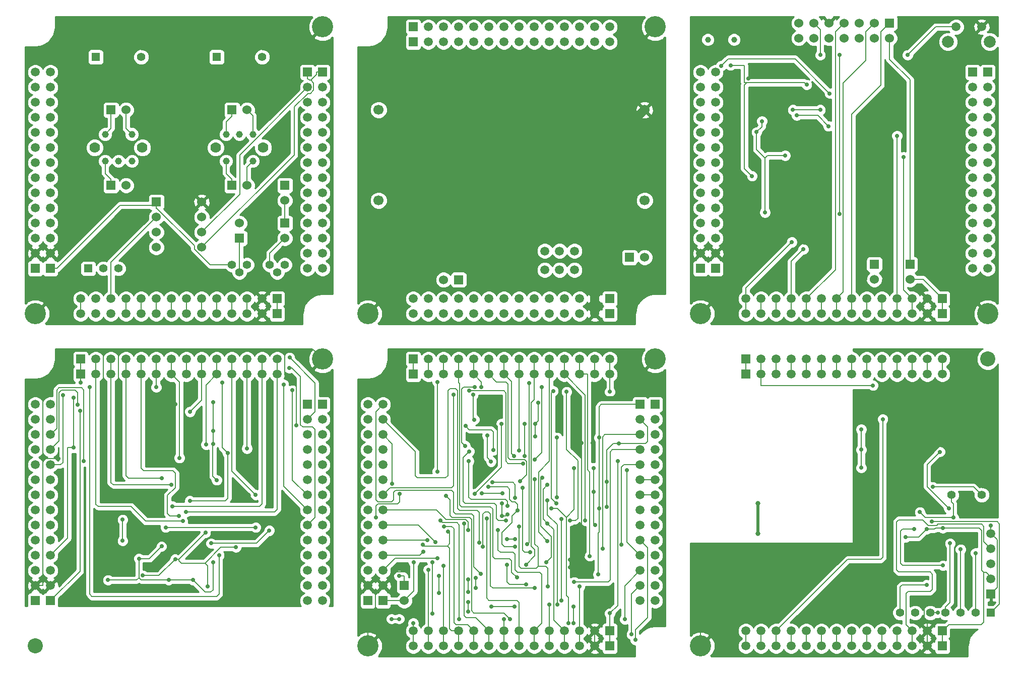
<source format=gbl>
G04 (created by PCBNEW (2013-mar-13)-testing) date Tue 09 Apr 2013 04:17:53 PM CEST*
%MOIN*%
G04 Gerber Fmt 3.4, Leading zero omitted, Abs format*
%FSLAX34Y34*%
G01*
G70*
G90*
G04 APERTURE LIST*
%ADD10C,0.00393701*%
%ADD11C,0.02*%
%ADD12R,0.0591X0.0591*%
%ADD13C,0.0591*%
%ADD14C,0.14*%
%ADD15C,0.0551181*%
%ADD16R,0.06X0.06*%
%ADD17C,0.06*%
%ADD18R,0.055X0.055*%
%ADD19C,0.055*%
%ADD20C,0.046*%
%ADD21C,0.07*%
%ADD22R,0.056X0.056*%
%ADD23C,0.056*%
%ADD24C,0.0669291*%
%ADD25C,0.0787*%
%ADD26C,0.0394*%
%ADD27C,0.1*%
%ADD28C,0.032*%
%ADD29C,0.028*%
%ADD30C,0.008*%
%ADD31C,0.006*%
%ADD32C,0.06*%
%ADD33C,0.01*%
G04 APERTURE END LIST*
G54D10*
G54D11*
X59800Y-41550D02*
X59800Y-43550D01*
G54D12*
X28000Y-29000D03*
G54D13*
X27000Y-29000D03*
X26000Y-29000D03*
X25000Y-29000D03*
X24000Y-29000D03*
X23000Y-29000D03*
X22000Y-29000D03*
X21000Y-29000D03*
X20000Y-29000D03*
X19000Y-29000D03*
X18000Y-29000D03*
X17000Y-29000D03*
X16000Y-29000D03*
X15000Y-29000D03*
G54D12*
X31000Y-13000D03*
G54D13*
X31000Y-14000D03*
X31000Y-15000D03*
X31000Y-16000D03*
X31000Y-17000D03*
X31000Y-18000D03*
X31000Y-19000D03*
X31000Y-20000D03*
X31000Y-21000D03*
X31000Y-22000D03*
X31000Y-23000D03*
X31000Y-24000D03*
X31000Y-25000D03*
X31000Y-26000D03*
G54D12*
X13000Y-26000D03*
G54D13*
X13000Y-25000D03*
X13000Y-24000D03*
X13000Y-23000D03*
X13000Y-22000D03*
X13000Y-21000D03*
X13000Y-20000D03*
X13000Y-19000D03*
X13000Y-18000D03*
X13000Y-17000D03*
X13000Y-16000D03*
X13000Y-15000D03*
X13000Y-14000D03*
X13000Y-13000D03*
G54D12*
X12000Y-26000D03*
G54D13*
X12000Y-25000D03*
X12000Y-24000D03*
X12000Y-23000D03*
X12000Y-22000D03*
X12000Y-21000D03*
X12000Y-20000D03*
X12000Y-19000D03*
X12000Y-18000D03*
X12000Y-17000D03*
X12000Y-16000D03*
X12000Y-15000D03*
X12000Y-14000D03*
X12000Y-13000D03*
G54D12*
X30000Y-13000D03*
G54D13*
X30000Y-14000D03*
X30000Y-15000D03*
X30000Y-16000D03*
X30000Y-17000D03*
X30000Y-18000D03*
X30000Y-19000D03*
X30000Y-20000D03*
X30000Y-21000D03*
X30000Y-22000D03*
X30000Y-23000D03*
X30000Y-24000D03*
X30000Y-25000D03*
X30000Y-26000D03*
G54D12*
X28000Y-28000D03*
G54D13*
X27000Y-28000D03*
X26000Y-28000D03*
X25000Y-28000D03*
X24000Y-28000D03*
X23000Y-28000D03*
X22000Y-28000D03*
X21000Y-28000D03*
X20000Y-28000D03*
X19000Y-28000D03*
X18000Y-28000D03*
X17000Y-28000D03*
X16000Y-28000D03*
X15000Y-28000D03*
G54D14*
X12000Y-29000D03*
X31000Y-10000D03*
G54D15*
X28500Y-25750D03*
X28000Y-26250D03*
X27500Y-25750D03*
X26000Y-25750D03*
X25500Y-26250D03*
X25000Y-25750D03*
G54D16*
X20000Y-21600D03*
G54D17*
X20000Y-22600D03*
X20000Y-23600D03*
X20000Y-24600D03*
X23000Y-24600D03*
X23000Y-23600D03*
X23000Y-22600D03*
X23000Y-21600D03*
G54D18*
X15500Y-26000D03*
G54D19*
X16500Y-26000D03*
X17500Y-26000D03*
G54D16*
X25000Y-20500D03*
G54D17*
X26000Y-20500D03*
G54D16*
X17000Y-15500D03*
G54D17*
X18000Y-15500D03*
G54D16*
X28500Y-20500D03*
G54D17*
X28500Y-21500D03*
G54D16*
X28500Y-23000D03*
G54D17*
X28500Y-24000D03*
G54D16*
X25500Y-24000D03*
G54D17*
X25500Y-23000D03*
G54D16*
X25000Y-15500D03*
G54D17*
X26000Y-15500D03*
G54D16*
X17000Y-20500D03*
G54D17*
X18000Y-20500D03*
G54D20*
X16614Y-18885D03*
X17500Y-18885D03*
X18385Y-18885D03*
X18385Y-17114D03*
X16614Y-17114D03*
G54D21*
X19074Y-18000D03*
X15925Y-18000D03*
G54D20*
X26385Y-17114D03*
X25500Y-17114D03*
X24614Y-17114D03*
X24614Y-18885D03*
X26385Y-18885D03*
G54D21*
X23925Y-18000D03*
X27074Y-18000D03*
G54D22*
X24000Y-12000D03*
G54D23*
X27000Y-12000D03*
G54D22*
X16000Y-12000D03*
G54D23*
X19000Y-12000D03*
G54D13*
X46677Y-24838D03*
X45693Y-24838D03*
X47661Y-24838D03*
X47661Y-26098D03*
X46677Y-26098D03*
X45693Y-26098D03*
G54D16*
X40000Y-26750D03*
G54D17*
X39000Y-26750D03*
G54D24*
X34701Y-21500D03*
X52299Y-21500D03*
X52299Y-15500D03*
X34701Y-15500D03*
G54D14*
X53000Y-10000D03*
X34000Y-29000D03*
G54D16*
X51300Y-25260D03*
G54D17*
X52300Y-25260D03*
G54D12*
X37000Y-10000D03*
G54D13*
X38000Y-10000D03*
X39000Y-10000D03*
X40000Y-10000D03*
X41000Y-10000D03*
X42000Y-10000D03*
X43000Y-10000D03*
X44000Y-10000D03*
X45000Y-10000D03*
X46000Y-10000D03*
X47000Y-10000D03*
X48000Y-10000D03*
X49000Y-10000D03*
X50000Y-10000D03*
G54D12*
X50000Y-29000D03*
G54D13*
X49000Y-29000D03*
X48000Y-29000D03*
X47000Y-29000D03*
X46000Y-29000D03*
X45000Y-29000D03*
X44000Y-29000D03*
X43000Y-29000D03*
X42000Y-29000D03*
X41000Y-29000D03*
X40000Y-29000D03*
X39000Y-29000D03*
X38000Y-29000D03*
X37000Y-29000D03*
G54D12*
X50000Y-28000D03*
G54D13*
X49000Y-28000D03*
X48000Y-28000D03*
X47000Y-28000D03*
X46000Y-28000D03*
X45000Y-28000D03*
X44000Y-28000D03*
X43000Y-28000D03*
X42000Y-28000D03*
X41000Y-28000D03*
X40000Y-28000D03*
X39000Y-28000D03*
X38000Y-28000D03*
X37000Y-28000D03*
G54D12*
X37000Y-11000D03*
G54D13*
X38000Y-11000D03*
X39000Y-11000D03*
X40000Y-11000D03*
X41000Y-11000D03*
X42000Y-11000D03*
X43000Y-11000D03*
X44000Y-11000D03*
X45000Y-11000D03*
X46000Y-11000D03*
X47000Y-11000D03*
X48000Y-11000D03*
X49000Y-11000D03*
X50000Y-11000D03*
G54D12*
X28000Y-29000D03*
G54D13*
X27000Y-29000D03*
X26000Y-29000D03*
X25000Y-29000D03*
X24000Y-29000D03*
X23000Y-29000D03*
X22000Y-29000D03*
X21000Y-29000D03*
X20000Y-29000D03*
X19000Y-29000D03*
X18000Y-29000D03*
X17000Y-29000D03*
X16000Y-29000D03*
X15000Y-29000D03*
G54D12*
X31000Y-13000D03*
G54D13*
X31000Y-14000D03*
X31000Y-15000D03*
X31000Y-16000D03*
X31000Y-17000D03*
X31000Y-18000D03*
X31000Y-19000D03*
X31000Y-20000D03*
X31000Y-21000D03*
X31000Y-22000D03*
X31000Y-23000D03*
X31000Y-24000D03*
X31000Y-25000D03*
X31000Y-26000D03*
G54D12*
X13000Y-26000D03*
G54D13*
X13000Y-25000D03*
X13000Y-24000D03*
X13000Y-23000D03*
X13000Y-22000D03*
X13000Y-21000D03*
X13000Y-20000D03*
X13000Y-19000D03*
X13000Y-18000D03*
X13000Y-17000D03*
X13000Y-16000D03*
X13000Y-15000D03*
X13000Y-14000D03*
X13000Y-13000D03*
G54D12*
X12000Y-26000D03*
G54D13*
X12000Y-25000D03*
X12000Y-24000D03*
X12000Y-23000D03*
X12000Y-22000D03*
X12000Y-21000D03*
X12000Y-20000D03*
X12000Y-19000D03*
X12000Y-18000D03*
X12000Y-17000D03*
X12000Y-16000D03*
X12000Y-15000D03*
X12000Y-14000D03*
X12000Y-13000D03*
G54D12*
X30000Y-13000D03*
G54D13*
X30000Y-14000D03*
X30000Y-15000D03*
X30000Y-16000D03*
X30000Y-17000D03*
X30000Y-18000D03*
X30000Y-19000D03*
X30000Y-20000D03*
X30000Y-21000D03*
X30000Y-22000D03*
X30000Y-23000D03*
X30000Y-24000D03*
X30000Y-25000D03*
X30000Y-26000D03*
G54D12*
X28000Y-28000D03*
G54D13*
X27000Y-28000D03*
X26000Y-28000D03*
X25000Y-28000D03*
X24000Y-28000D03*
X23000Y-28000D03*
X22000Y-28000D03*
X21000Y-28000D03*
X20000Y-28000D03*
X19000Y-28000D03*
X18000Y-28000D03*
X17000Y-28000D03*
X16000Y-28000D03*
X15000Y-28000D03*
G54D14*
X12000Y-29000D03*
X31000Y-10000D03*
G54D15*
X28500Y-25750D03*
X28000Y-26250D03*
X27500Y-25750D03*
X26000Y-25750D03*
X25500Y-26250D03*
X25000Y-25750D03*
G54D16*
X20000Y-21600D03*
G54D17*
X20000Y-22600D03*
X20000Y-23600D03*
X20000Y-24600D03*
X23000Y-24600D03*
X23000Y-23600D03*
X23000Y-22600D03*
X23000Y-21600D03*
G54D18*
X15500Y-26000D03*
G54D19*
X16500Y-26000D03*
X17500Y-26000D03*
G54D16*
X25000Y-20500D03*
G54D17*
X26000Y-20500D03*
G54D16*
X17000Y-15500D03*
G54D17*
X18000Y-15500D03*
G54D16*
X28500Y-20500D03*
G54D17*
X28500Y-21500D03*
G54D16*
X28500Y-23000D03*
G54D17*
X28500Y-24000D03*
G54D16*
X25500Y-24000D03*
G54D17*
X25500Y-23000D03*
G54D16*
X25000Y-15500D03*
G54D17*
X26000Y-15500D03*
G54D16*
X17000Y-20500D03*
G54D17*
X18000Y-20500D03*
G54D20*
X16614Y-18885D03*
X17500Y-18885D03*
X18385Y-18885D03*
X18385Y-17114D03*
X16614Y-17114D03*
G54D21*
X19074Y-18000D03*
X15925Y-18000D03*
G54D20*
X26385Y-17114D03*
X25500Y-17114D03*
X24614Y-17114D03*
X24614Y-18885D03*
X26385Y-18885D03*
G54D21*
X23925Y-18000D03*
X27074Y-18000D03*
G54D22*
X24000Y-12000D03*
G54D23*
X27000Y-12000D03*
G54D22*
X16000Y-12000D03*
G54D23*
X19000Y-12000D03*
G54D13*
X46677Y-24838D03*
X45693Y-24838D03*
X47661Y-24838D03*
X47661Y-26098D03*
X46677Y-26098D03*
X45693Y-26098D03*
G54D16*
X40000Y-26750D03*
G54D17*
X39000Y-26750D03*
G54D24*
X34701Y-21500D03*
X52299Y-21500D03*
X52299Y-15500D03*
X34701Y-15500D03*
G54D14*
X53000Y-10000D03*
X34000Y-29000D03*
G54D16*
X51300Y-25260D03*
G54D17*
X52300Y-25260D03*
G54D12*
X37000Y-10000D03*
G54D13*
X38000Y-10000D03*
X39000Y-10000D03*
X40000Y-10000D03*
X41000Y-10000D03*
X42000Y-10000D03*
X43000Y-10000D03*
X44000Y-10000D03*
X45000Y-10000D03*
X46000Y-10000D03*
X47000Y-10000D03*
X48000Y-10000D03*
X49000Y-10000D03*
X50000Y-10000D03*
G54D12*
X50000Y-29000D03*
G54D13*
X49000Y-29000D03*
X48000Y-29000D03*
X47000Y-29000D03*
X46000Y-29000D03*
X45000Y-29000D03*
X44000Y-29000D03*
X43000Y-29000D03*
X42000Y-29000D03*
X41000Y-29000D03*
X40000Y-29000D03*
X39000Y-29000D03*
X38000Y-29000D03*
X37000Y-29000D03*
G54D12*
X50000Y-28000D03*
G54D13*
X49000Y-28000D03*
X48000Y-28000D03*
X47000Y-28000D03*
X46000Y-28000D03*
X45000Y-28000D03*
X44000Y-28000D03*
X43000Y-28000D03*
X42000Y-28000D03*
X41000Y-28000D03*
X40000Y-28000D03*
X39000Y-28000D03*
X38000Y-28000D03*
X37000Y-28000D03*
G54D12*
X37000Y-11000D03*
G54D13*
X38000Y-11000D03*
X39000Y-11000D03*
X40000Y-11000D03*
X41000Y-11000D03*
X42000Y-11000D03*
X43000Y-11000D03*
X44000Y-11000D03*
X45000Y-11000D03*
X46000Y-11000D03*
X47000Y-11000D03*
X48000Y-11000D03*
X49000Y-11000D03*
X50000Y-11000D03*
G54D16*
X69858Y-25721D03*
G54D17*
X69858Y-26721D03*
G54D16*
X67496Y-25721D03*
G54D17*
X67496Y-26721D03*
G54D16*
X68500Y-9750D03*
G54D17*
X68500Y-10750D03*
X67500Y-9750D03*
X67500Y-10750D03*
X66500Y-9750D03*
X66500Y-10750D03*
X65500Y-9750D03*
X65500Y-10750D03*
X64500Y-9750D03*
X64500Y-10750D03*
X63500Y-9750D03*
X63500Y-10750D03*
X62500Y-9750D03*
X62500Y-10750D03*
G54D13*
X74596Y-10000D03*
X72904Y-10000D03*
G54D25*
X75128Y-10984D03*
X72372Y-10984D03*
G54D14*
X75000Y-29000D03*
X56000Y-29000D03*
G54D12*
X72000Y-29000D03*
G54D13*
X71000Y-29000D03*
X70000Y-29000D03*
X69000Y-29000D03*
X68000Y-29000D03*
X67000Y-29000D03*
X66000Y-29000D03*
X65000Y-29000D03*
X64000Y-29000D03*
X63000Y-29000D03*
X62000Y-29000D03*
X61000Y-29000D03*
X60000Y-29000D03*
X59000Y-29000D03*
G54D12*
X56000Y-26000D03*
G54D13*
X56000Y-25000D03*
X56000Y-24000D03*
X56000Y-23000D03*
X56000Y-22000D03*
X56000Y-21000D03*
X56000Y-20000D03*
X56000Y-19000D03*
X56000Y-18000D03*
X56000Y-17000D03*
X56000Y-16000D03*
X56000Y-15000D03*
X56000Y-14000D03*
X56000Y-13000D03*
G54D12*
X57000Y-26000D03*
G54D13*
X57000Y-25000D03*
X57000Y-24000D03*
X57000Y-23000D03*
X57000Y-22000D03*
X57000Y-21000D03*
X57000Y-20000D03*
X57000Y-19000D03*
X57000Y-18000D03*
X57000Y-17000D03*
X57000Y-16000D03*
X57000Y-15000D03*
X57000Y-14000D03*
X57000Y-13000D03*
G54D12*
X72000Y-28000D03*
G54D13*
X71000Y-28000D03*
X70000Y-28000D03*
X69000Y-28000D03*
X68000Y-28000D03*
X67000Y-28000D03*
X66000Y-28000D03*
X65000Y-28000D03*
X64000Y-28000D03*
X63000Y-28000D03*
X62000Y-28000D03*
X61000Y-28000D03*
X60000Y-28000D03*
X59000Y-28000D03*
G54D12*
X75000Y-13000D03*
G54D13*
X75000Y-14000D03*
X75000Y-15000D03*
X75000Y-16000D03*
X75000Y-17000D03*
X75000Y-18000D03*
X75000Y-19000D03*
X75000Y-20000D03*
X75000Y-21000D03*
X75000Y-22000D03*
X75000Y-23000D03*
X75000Y-24000D03*
X75000Y-25000D03*
X75000Y-26000D03*
G54D12*
X74000Y-13000D03*
G54D13*
X74000Y-14000D03*
X74000Y-15000D03*
X74000Y-16000D03*
X74000Y-17000D03*
X74000Y-18000D03*
X74000Y-19000D03*
X74000Y-20000D03*
X74000Y-21000D03*
X74000Y-22000D03*
X74000Y-23000D03*
X74000Y-24000D03*
X74000Y-25000D03*
X74000Y-26000D03*
G54D26*
X56488Y-10850D03*
X58220Y-10850D03*
G54D27*
X12000Y-51000D03*
G54D12*
X12000Y-48000D03*
G54D13*
X12000Y-47000D03*
X12000Y-46000D03*
X12000Y-45000D03*
X12000Y-44000D03*
X12000Y-43000D03*
X12000Y-42000D03*
X12000Y-41000D03*
X12000Y-40000D03*
X12000Y-39000D03*
X12000Y-38000D03*
X12000Y-37000D03*
X12000Y-36000D03*
X12000Y-35000D03*
G54D12*
X31000Y-35000D03*
G54D13*
X31000Y-36000D03*
X31000Y-37000D03*
X31000Y-38000D03*
X31000Y-39000D03*
X31000Y-40000D03*
X31000Y-41000D03*
X31000Y-42000D03*
X31000Y-43000D03*
X31000Y-44000D03*
X31000Y-45000D03*
X31000Y-46000D03*
X31000Y-47000D03*
X31000Y-48000D03*
G54D12*
X15000Y-32000D03*
G54D13*
X16000Y-32000D03*
X17000Y-32000D03*
X18000Y-32000D03*
X19000Y-32000D03*
X20000Y-32000D03*
X21000Y-32000D03*
X22000Y-32000D03*
X23000Y-32000D03*
X24000Y-32000D03*
X25000Y-32000D03*
X26000Y-32000D03*
X27000Y-32000D03*
X28000Y-32000D03*
G54D12*
X15000Y-33000D03*
G54D13*
X16000Y-33000D03*
X17000Y-33000D03*
X18000Y-33000D03*
X19000Y-33000D03*
X20000Y-33000D03*
X21000Y-33000D03*
X22000Y-33000D03*
X23000Y-33000D03*
X24000Y-33000D03*
X25000Y-33000D03*
X26000Y-33000D03*
X27000Y-33000D03*
X28000Y-33000D03*
G54D12*
X30000Y-35000D03*
G54D13*
X30000Y-36000D03*
X30000Y-37000D03*
X30000Y-38000D03*
X30000Y-39000D03*
X30000Y-40000D03*
X30000Y-41000D03*
X30000Y-42000D03*
X30000Y-43000D03*
X30000Y-44000D03*
X30000Y-45000D03*
X30000Y-46000D03*
X30000Y-47000D03*
X30000Y-48000D03*
G54D12*
X13000Y-48000D03*
G54D13*
X13000Y-47000D03*
X13000Y-46000D03*
X13000Y-45000D03*
X13000Y-44000D03*
X13000Y-43000D03*
X13000Y-42000D03*
X13000Y-41000D03*
X13000Y-40000D03*
X13000Y-39000D03*
X13000Y-38000D03*
X13000Y-37000D03*
X13000Y-36000D03*
X13000Y-35000D03*
G54D14*
X31000Y-32000D03*
G54D16*
X36400Y-47000D03*
G54D17*
X36400Y-48000D03*
G54D12*
X37000Y-32000D03*
G54D13*
X38000Y-32000D03*
X39000Y-32000D03*
X40000Y-32000D03*
X41000Y-32000D03*
X42000Y-32000D03*
X43000Y-32000D03*
X44000Y-32000D03*
X45000Y-32000D03*
X46000Y-32000D03*
X47000Y-32000D03*
X48000Y-32000D03*
X49000Y-32000D03*
X50000Y-32000D03*
G54D12*
X50000Y-51000D03*
G54D13*
X49000Y-51000D03*
X48000Y-51000D03*
X47000Y-51000D03*
X46000Y-51000D03*
X45000Y-51000D03*
X44000Y-51000D03*
X43000Y-51000D03*
X42000Y-51000D03*
X41000Y-51000D03*
X40000Y-51000D03*
X39000Y-51000D03*
X38000Y-51000D03*
X37000Y-51000D03*
G54D12*
X53000Y-35000D03*
G54D13*
X53000Y-36000D03*
X53000Y-37000D03*
X53000Y-38000D03*
X53000Y-39000D03*
X53000Y-40000D03*
X53000Y-41000D03*
X53000Y-42000D03*
X53000Y-43000D03*
X53000Y-44000D03*
X53000Y-45000D03*
X53000Y-46000D03*
X53000Y-47000D03*
X53000Y-48000D03*
G54D12*
X35000Y-48000D03*
G54D13*
X35000Y-47000D03*
X35000Y-46000D03*
X35000Y-45000D03*
X35000Y-44000D03*
X35000Y-43000D03*
X35000Y-42000D03*
X35000Y-41000D03*
X35000Y-40000D03*
X35000Y-39000D03*
X35000Y-38000D03*
X35000Y-37000D03*
X35000Y-36000D03*
X35000Y-35000D03*
G54D12*
X34000Y-48000D03*
G54D13*
X34000Y-47000D03*
X34000Y-46000D03*
X34000Y-45000D03*
X34000Y-44000D03*
X34000Y-43000D03*
X34000Y-42000D03*
X34000Y-41000D03*
X34000Y-40000D03*
X34000Y-39000D03*
X34000Y-38000D03*
X34000Y-37000D03*
X34000Y-36000D03*
X34000Y-35000D03*
G54D12*
X52000Y-35000D03*
G54D13*
X52000Y-36000D03*
X52000Y-37000D03*
X52000Y-38000D03*
X52000Y-39000D03*
X52000Y-40000D03*
X52000Y-41000D03*
X52000Y-42000D03*
X52000Y-43000D03*
X52000Y-44000D03*
X52000Y-45000D03*
X52000Y-46000D03*
X52000Y-47000D03*
X52000Y-48000D03*
G54D12*
X50000Y-50000D03*
G54D13*
X49000Y-50000D03*
X48000Y-50000D03*
X47000Y-50000D03*
X46000Y-50000D03*
X45000Y-50000D03*
X44000Y-50000D03*
X43000Y-50000D03*
X42000Y-50000D03*
X41000Y-50000D03*
X40000Y-50000D03*
X39000Y-50000D03*
X38000Y-50000D03*
X37000Y-50000D03*
G54D12*
X37000Y-33000D03*
G54D13*
X38000Y-33000D03*
X39000Y-33000D03*
X40000Y-33000D03*
X41000Y-33000D03*
X42000Y-33000D03*
X43000Y-33000D03*
X44000Y-33000D03*
X45000Y-33000D03*
X46000Y-33000D03*
X47000Y-33000D03*
X48000Y-33000D03*
X49000Y-33000D03*
X50000Y-33000D03*
G54D14*
X34000Y-51000D03*
X53000Y-32000D03*
G54D12*
X59000Y-32000D03*
G54D13*
X60000Y-32000D03*
X61000Y-32000D03*
X62000Y-32000D03*
X63000Y-32000D03*
X64000Y-32000D03*
X65000Y-32000D03*
X66000Y-32000D03*
X67000Y-32000D03*
X68000Y-32000D03*
X69000Y-32000D03*
X70000Y-32000D03*
X71000Y-32000D03*
X72000Y-32000D03*
G54D12*
X72000Y-51000D03*
G54D13*
X71000Y-51000D03*
X70000Y-51000D03*
X69000Y-51000D03*
X68000Y-51000D03*
X67000Y-51000D03*
X66000Y-51000D03*
X65000Y-51000D03*
X64000Y-51000D03*
X63000Y-51000D03*
X62000Y-51000D03*
X61000Y-51000D03*
X60000Y-51000D03*
X59000Y-51000D03*
G54D12*
X72000Y-50000D03*
G54D13*
X71000Y-50000D03*
X70000Y-50000D03*
X69000Y-50000D03*
X68000Y-50000D03*
X67000Y-50000D03*
X66000Y-50000D03*
X65000Y-50000D03*
X64000Y-50000D03*
X63000Y-50000D03*
X62000Y-50000D03*
X61000Y-50000D03*
X60000Y-50000D03*
X59000Y-50000D03*
G54D12*
X59000Y-33000D03*
G54D13*
X60000Y-33000D03*
X61000Y-33000D03*
X62000Y-33000D03*
X63000Y-33000D03*
X64000Y-33000D03*
X65000Y-33000D03*
X66000Y-33000D03*
X67000Y-33000D03*
X68000Y-33000D03*
X69000Y-33000D03*
X70000Y-33000D03*
X71000Y-33000D03*
X72000Y-33000D03*
G54D14*
X56000Y-51000D03*
G54D27*
X75000Y-32000D03*
G54D18*
X75200Y-48800D03*
G54D19*
X74200Y-48800D03*
X73200Y-48800D03*
X72200Y-48800D03*
X71200Y-48800D03*
X70200Y-48800D03*
X69200Y-48800D03*
G54D12*
X75200Y-47550D03*
G54D13*
X75200Y-46550D03*
X75200Y-45550D03*
X75200Y-44550D03*
X75200Y-43550D03*
G54D23*
X72600Y-41000D03*
X74600Y-41000D03*
G54D28*
X59800Y-41550D03*
X59800Y-43550D03*
G54D29*
X21500Y-14300D03*
X28000Y-18500D03*
X28000Y-17200D03*
X27600Y-14800D03*
X15600Y-15200D03*
X14200Y-26800D03*
X13600Y-29000D03*
X14400Y-10000D03*
X13000Y-11800D03*
X21500Y-11500D03*
X23000Y-10000D03*
X20000Y-10000D03*
X21500Y-19000D03*
X20500Y-17000D03*
X22500Y-17000D03*
X43500Y-23000D03*
X43500Y-20000D03*
X43500Y-17000D03*
X43500Y-14000D03*
X37000Y-26500D03*
X34500Y-26500D03*
X51000Y-12000D03*
X38000Y-21500D03*
X49000Y-15500D03*
X38000Y-15500D03*
X21500Y-14300D03*
X28000Y-18500D03*
X28000Y-17200D03*
X27600Y-14800D03*
X15600Y-15200D03*
X14200Y-26800D03*
X13600Y-29000D03*
X14400Y-10000D03*
X13000Y-11800D03*
X21500Y-11500D03*
X23000Y-10000D03*
X20000Y-10000D03*
X21500Y-19000D03*
X20500Y-17000D03*
X22500Y-17000D03*
X43500Y-23000D03*
X43500Y-20000D03*
X43500Y-17000D03*
X43500Y-14000D03*
X37000Y-26500D03*
X34500Y-26500D03*
X51000Y-12000D03*
X38000Y-21500D03*
X49000Y-15500D03*
X38000Y-15500D03*
X67500Y-19800D03*
X67500Y-23400D03*
X72200Y-25100D03*
X59000Y-25100D03*
X73700Y-47800D03*
X73700Y-46000D03*
X73400Y-32000D03*
X60800Y-45900D03*
X59500Y-45900D03*
X60750Y-48800D03*
X63450Y-48950D03*
X66000Y-48550D03*
X57650Y-50900D03*
X57400Y-48200D03*
X23771Y-36737D03*
X14950Y-35405D03*
X23771Y-37607D03*
X23997Y-40011D03*
X23771Y-34841D03*
X50516Y-38752D03*
X37030Y-45447D03*
X40612Y-48094D03*
X40612Y-48734D03*
X50000Y-48834D03*
X66629Y-38000D03*
X70955Y-43266D03*
X72024Y-43185D03*
X66629Y-39200D03*
X66629Y-36650D03*
X69577Y-43783D03*
X38610Y-45197D03*
X14530Y-37869D03*
X14530Y-34549D03*
X37666Y-44766D03*
X37916Y-44000D03*
X38448Y-44120D03*
X40612Y-43315D03*
X47610Y-49484D03*
X47610Y-48384D03*
X43687Y-48384D03*
X42146Y-48384D03*
X38250Y-48844D03*
X38250Y-45448D03*
X49517Y-44542D03*
X43729Y-43913D03*
X43208Y-43913D03*
X47639Y-46763D03*
X45040Y-47167D03*
X41611Y-44417D03*
X70955Y-46952D03*
X38708Y-47472D03*
X38708Y-46368D03*
X40612Y-46582D03*
X40612Y-47422D03*
X21493Y-42376D03*
X41505Y-33853D03*
X45500Y-33853D03*
X45036Y-38655D03*
X21250Y-45250D03*
X23250Y-43500D03*
X25267Y-44462D03*
X23390Y-47047D03*
X19110Y-46333D03*
X22228Y-35480D03*
X44452Y-45608D03*
X23285Y-37658D03*
X45874Y-44042D03*
X26569Y-40982D03*
X26569Y-43139D03*
X20615Y-43139D03*
X48377Y-42688D03*
X26000Y-37918D03*
X48669Y-45043D03*
X21072Y-41756D03*
X44646Y-33603D03*
X44536Y-44255D03*
X21953Y-42116D03*
X50000Y-34160D03*
X47140Y-34160D03*
X47362Y-42693D03*
X22213Y-41384D03*
X24727Y-38227D03*
X15000Y-33548D03*
X24367Y-33548D03*
X41030Y-36004D03*
X40950Y-34358D03*
X71826Y-38138D03*
X72414Y-41882D03*
X21747Y-42736D03*
X40695Y-34103D03*
X44255Y-38905D03*
X67405Y-33745D03*
X21530Y-38540D03*
X43665Y-38405D03*
X20000Y-33868D03*
X15584Y-33868D03*
X24150Y-44987D03*
X44058Y-40095D03*
X21001Y-40331D03*
X20346Y-39890D03*
X43862Y-46462D03*
X39670Y-34358D03*
X44000Y-38045D03*
X64537Y-14405D03*
X57364Y-12584D03*
X42867Y-42398D03*
X42867Y-41544D03*
X46788Y-47984D03*
X46788Y-42590D03*
X43227Y-42295D03*
X44471Y-46917D03*
X43192Y-45618D03*
X41964Y-40467D03*
X43889Y-42034D03*
X42144Y-38781D03*
X41898Y-37059D03*
X45796Y-45450D03*
X45536Y-39857D03*
X43729Y-44405D03*
X36057Y-46354D03*
X59703Y-16968D03*
X61596Y-18514D03*
X60063Y-16239D03*
X60265Y-22283D03*
X57375Y-10600D03*
X60950Y-10250D03*
X61520Y-22279D03*
X61265Y-23054D03*
X64080Y-23054D03*
X58162Y-16968D03*
X58162Y-15688D03*
X58260Y-20709D03*
X58260Y-19331D03*
X61595Y-14305D03*
X61335Y-15454D03*
X63385Y-14305D03*
X62365Y-18254D03*
X62032Y-21748D03*
X62615Y-13108D03*
X59159Y-13426D03*
X49000Y-21500D03*
X49000Y-21500D03*
X29271Y-36390D03*
X31430Y-33230D03*
X17500Y-36900D03*
X16500Y-37750D03*
X13600Y-43500D03*
X27450Y-37200D03*
X25800Y-47900D03*
X18700Y-47150D03*
X25650Y-39100D03*
X25400Y-40400D03*
X28350Y-47100D03*
X14700Y-47450D03*
X21010Y-37150D03*
X21270Y-35000D03*
X13515Y-38584D03*
X12500Y-34128D03*
X21010Y-34128D03*
X21010Y-38901D03*
X47362Y-45292D03*
X47875Y-43495D03*
X48127Y-37547D03*
X41932Y-36283D03*
X40950Y-37761D03*
X48877Y-37547D03*
X47630Y-35667D03*
X48415Y-47445D03*
X41112Y-47162D03*
X41112Y-46478D03*
X36674Y-46094D03*
X47362Y-45792D03*
X71000Y-44550D03*
X56075Y-48956D03*
X75200Y-43014D03*
X70507Y-47924D03*
X69617Y-39954D03*
X72075Y-48065D03*
X75375Y-37705D03*
X72564Y-37705D03*
X74200Y-44845D03*
X73200Y-44594D03*
X72505Y-44200D03*
X39000Y-45698D03*
X68055Y-35973D03*
X38000Y-45948D03*
X62037Y-24255D03*
X47632Y-39204D03*
X46124Y-41902D03*
X37000Y-49484D03*
X47250Y-49484D03*
X50776Y-44292D03*
X14799Y-35005D03*
X40672Y-38749D03*
X43227Y-41705D03*
X15210Y-38768D03*
X35606Y-40250D03*
X42224Y-40166D03*
X43723Y-41184D03*
X71695Y-48800D03*
X72729Y-42500D03*
X70507Y-42132D03*
X23630Y-44202D03*
X27477Y-43347D03*
X71374Y-40469D03*
X20812Y-46632D03*
X18850Y-45206D03*
X22412Y-46632D03*
X23770Y-45467D03*
X16803Y-46632D03*
X20346Y-44403D03*
X17771Y-44027D03*
X17771Y-42629D03*
X45069Y-36282D03*
X45069Y-37131D03*
X45250Y-34894D03*
X63916Y-15492D03*
X62105Y-15492D03*
X64458Y-16574D03*
X62366Y-15865D03*
X42304Y-38035D03*
X40451Y-36430D03*
X48920Y-40777D03*
X49020Y-43000D03*
X48920Y-39204D03*
X44229Y-40534D03*
X44723Y-44792D03*
X13835Y-34388D03*
X29011Y-34065D03*
X38594Y-33515D03*
X38594Y-39441D03*
X28420Y-33670D03*
X42905Y-40880D03*
X41514Y-40880D03*
X28790Y-32585D03*
X36057Y-49204D03*
X35556Y-49204D03*
X51694Y-50594D03*
X34515Y-42500D03*
X36093Y-40920D03*
X51120Y-39344D03*
X44365Y-38405D03*
X44365Y-36283D03*
X42824Y-36283D03*
X41064Y-40917D03*
X50979Y-49234D03*
X43405Y-49234D03*
X39151Y-41060D03*
X51440Y-50234D03*
X65180Y-11866D03*
X62800Y-24727D03*
X69697Y-11866D03*
X65180Y-22379D03*
X63920Y-11866D03*
X39291Y-43422D03*
X37614Y-44302D03*
X40695Y-38109D03*
X43127Y-42689D03*
X40440Y-37749D03*
X41056Y-33853D03*
X46250Y-34108D03*
X46455Y-41541D03*
X69000Y-17205D03*
X45874Y-42886D03*
X45874Y-40327D03*
X46000Y-48244D03*
X46534Y-48244D03*
X45874Y-41364D03*
X28820Y-31895D03*
X49781Y-40117D03*
X49781Y-41777D03*
X50602Y-37594D03*
X49281Y-37196D03*
X49220Y-46252D03*
X49281Y-41887D03*
X46490Y-37196D03*
X46490Y-41167D03*
X71295Y-42764D03*
X39037Y-43082D03*
X43000Y-49234D03*
X40023Y-49234D03*
X38787Y-42689D03*
X41861Y-42545D03*
X42607Y-43315D03*
X40362Y-42886D03*
X69415Y-18614D03*
X45036Y-39950D03*
X43979Y-43082D03*
X48000Y-47059D03*
X45892Y-47059D03*
X57984Y-12546D03*
X59405Y-19877D03*
X63015Y-13830D03*
X72022Y-45668D03*
X70125Y-43258D03*
X41357Y-44163D03*
X41472Y-46228D03*
G54D30*
X28000Y-18500D02*
X28000Y-17200D01*
X28000Y-18500D02*
X28000Y-17200D01*
X67500Y-19800D02*
X67500Y-23400D01*
X73700Y-47800D02*
X73700Y-46000D01*
X72000Y-28000D02*
X72000Y-29000D01*
X70720Y-26720D02*
X72000Y-28000D01*
X69857Y-26720D02*
X70720Y-26720D01*
X23554Y-25750D02*
X25000Y-25750D01*
X22519Y-24714D02*
X23554Y-25750D01*
X22519Y-24497D02*
X22519Y-24714D01*
X20041Y-22020D02*
X22519Y-24497D01*
X20000Y-22020D02*
X20041Y-22020D01*
X28000Y-28000D02*
X28000Y-29000D01*
X20000Y-21600D02*
X20000Y-21810D01*
X20000Y-21810D02*
X20000Y-22020D01*
X17605Y-21810D02*
X13415Y-26000D01*
X20000Y-21810D02*
X17605Y-21810D01*
X13000Y-26000D02*
X13415Y-26000D01*
X23554Y-25750D02*
X25000Y-25750D01*
X22519Y-24714D02*
X23554Y-25750D01*
X22519Y-24497D02*
X22519Y-24714D01*
X20041Y-22020D02*
X22519Y-24497D01*
X20000Y-22020D02*
X20041Y-22020D01*
X28000Y-28000D02*
X28000Y-29000D01*
X20000Y-21600D02*
X20000Y-21810D01*
X20000Y-21810D02*
X20000Y-22020D01*
X17605Y-21810D02*
X13415Y-26000D01*
X20000Y-21810D02*
X17605Y-21810D01*
X13000Y-26000D02*
X13415Y-26000D01*
X23771Y-36737D02*
X23771Y-37607D01*
X23771Y-36737D02*
X23771Y-34841D01*
X23737Y-39751D02*
X23997Y-40011D01*
X23737Y-37641D02*
X23737Y-39751D01*
X23771Y-37607D02*
X23737Y-37641D01*
X14950Y-46049D02*
X14950Y-35405D01*
X13000Y-48000D02*
X14950Y-46049D01*
X50000Y-50000D02*
X50000Y-51000D01*
X37030Y-47369D02*
X37030Y-45447D01*
X36400Y-48000D02*
X37030Y-47369D01*
X40612Y-48094D02*
X40612Y-48734D01*
X36400Y-48000D02*
X35000Y-48000D01*
X50000Y-50000D02*
X50000Y-48834D01*
X50516Y-48317D02*
X50000Y-48834D01*
X50516Y-38752D02*
X50516Y-48317D01*
X72000Y-50000D02*
X72000Y-51000D01*
X66629Y-38000D02*
X66629Y-36650D01*
X66629Y-38000D02*
X66629Y-39200D01*
X70438Y-43783D02*
X69577Y-43783D01*
X70955Y-43266D02*
X70438Y-43783D01*
X71548Y-43185D02*
X72024Y-43185D01*
X71466Y-43266D02*
X71548Y-43185D01*
X70955Y-43266D02*
X71466Y-43266D01*
X75200Y-46429D02*
X75200Y-46550D01*
X74904Y-46134D02*
X75200Y-46429D01*
X74735Y-46134D02*
X74904Y-46134D01*
X74595Y-45994D02*
X74735Y-46134D01*
X74595Y-43345D02*
X74595Y-45994D01*
X74435Y-43185D02*
X74595Y-43345D01*
X72024Y-43185D02*
X74435Y-43185D01*
X74735Y-49424D02*
X74735Y-46134D01*
X74575Y-49584D02*
X74735Y-49424D01*
X72415Y-49584D02*
X74575Y-49584D01*
X72000Y-50000D02*
X72415Y-49584D01*
G54D31*
X35802Y-45197D02*
X38610Y-45197D01*
X35000Y-46000D02*
X35802Y-45197D01*
G54D30*
X14530Y-37869D02*
X14132Y-37869D01*
X14530Y-37869D02*
X14530Y-34549D01*
X14132Y-43867D02*
X14132Y-37869D01*
X13000Y-45000D02*
X14132Y-43867D01*
G54D31*
X37433Y-45000D02*
X37666Y-44766D01*
X35000Y-45000D02*
X37433Y-45000D01*
X35000Y-44000D02*
X37916Y-44000D01*
X37328Y-43000D02*
X38448Y-44120D01*
X35000Y-43000D02*
X37328Y-43000D01*
X40612Y-42776D02*
X40612Y-43315D01*
X40472Y-42635D02*
X40612Y-42776D01*
X39154Y-42635D02*
X40472Y-42635D01*
X38518Y-42000D02*
X39154Y-42635D01*
X35000Y-42000D02*
X38518Y-42000D01*
X47610Y-49484D02*
X47610Y-48384D01*
X43687Y-48384D02*
X42146Y-48384D01*
X38250Y-48844D02*
X38250Y-45448D01*
X49531Y-44529D02*
X49517Y-44542D01*
X49531Y-37140D02*
X49531Y-44529D01*
X49671Y-37000D02*
X49531Y-37140D01*
X52000Y-37000D02*
X49671Y-37000D01*
X43729Y-43913D02*
X43208Y-43913D01*
X49891Y-46763D02*
X47639Y-46763D01*
X50031Y-46623D02*
X49891Y-46763D01*
X50031Y-38140D02*
X50031Y-46623D01*
X50171Y-38000D02*
X50031Y-38140D01*
X52000Y-38000D02*
X50171Y-38000D01*
X41611Y-42253D02*
X41611Y-44417D01*
X41751Y-42113D02*
X41611Y-42253D01*
X41971Y-42113D02*
X41751Y-42113D01*
X42111Y-42253D02*
X41971Y-42113D01*
X42111Y-47027D02*
X42111Y-42253D01*
X42251Y-47167D02*
X42111Y-47027D01*
X45040Y-47167D02*
X42251Y-47167D01*
X69200Y-47092D02*
X69200Y-48800D01*
X69340Y-46952D02*
X69200Y-47092D01*
X70955Y-46952D02*
X69340Y-46952D01*
G54D30*
X38708Y-47472D02*
X38708Y-46368D01*
X40612Y-46582D02*
X40612Y-47422D01*
X19000Y-33000D02*
X19000Y-32000D01*
X20901Y-42376D02*
X21493Y-42376D01*
X20741Y-42216D02*
X20901Y-42376D01*
X20741Y-41032D02*
X20741Y-42216D01*
X21261Y-40512D02*
X20741Y-41032D01*
X21261Y-39555D02*
X21261Y-40512D01*
X21101Y-39395D02*
X21261Y-39555D01*
X19160Y-39395D02*
X21101Y-39395D01*
X19000Y-39235D02*
X19160Y-39395D01*
X19000Y-33000D02*
X19000Y-39235D01*
G54D31*
X41000Y-33000D02*
X41000Y-32000D01*
X41505Y-33505D02*
X41505Y-33853D01*
X41000Y-33000D02*
X41505Y-33505D01*
X45500Y-38192D02*
X45036Y-38655D01*
X45500Y-33853D02*
X45500Y-38192D01*
X63000Y-32000D02*
X63000Y-33000D01*
G54D30*
X21250Y-45250D02*
X21500Y-45250D01*
X23250Y-43500D02*
X21500Y-45250D01*
X25267Y-44462D02*
X24872Y-44462D01*
X23390Y-45670D02*
X23390Y-47047D01*
X23229Y-45510D02*
X23390Y-45670D01*
X21660Y-45510D02*
X23229Y-45510D01*
X21500Y-45350D02*
X21660Y-45510D01*
X21500Y-45250D02*
X21500Y-45350D01*
X24277Y-44462D02*
X24872Y-44462D01*
X23229Y-45510D02*
X24277Y-44462D01*
X20166Y-46333D02*
X19110Y-46333D01*
X21250Y-45250D02*
X20166Y-46333D01*
X23000Y-33000D02*
X23000Y-32000D01*
X23000Y-34709D02*
X22228Y-35480D01*
X23000Y-33000D02*
X23000Y-34709D01*
G54D31*
X45000Y-33000D02*
X45000Y-32000D01*
X45043Y-45017D02*
X44452Y-45608D01*
X45043Y-44634D02*
X45043Y-45017D01*
X44786Y-44377D02*
X45043Y-44634D01*
X44786Y-34890D02*
X44786Y-44377D01*
X45000Y-34677D02*
X44786Y-34890D01*
X45000Y-33000D02*
X45000Y-34677D01*
X67000Y-32000D02*
X67000Y-33000D01*
G54D30*
X24000Y-33000D02*
X24000Y-32000D01*
X23285Y-33714D02*
X23285Y-37658D01*
X24000Y-33000D02*
X23285Y-33714D01*
G54D31*
X46000Y-33000D02*
X46000Y-32000D01*
X45286Y-43455D02*
X45874Y-44042D01*
X45286Y-39480D02*
X45286Y-43455D01*
X46000Y-38766D02*
X45286Y-39480D01*
X46000Y-33000D02*
X46000Y-38766D01*
X68000Y-32000D02*
X68000Y-33000D01*
G54D30*
X25000Y-33000D02*
X25000Y-32000D01*
X25000Y-39413D02*
X26569Y-40982D01*
X25000Y-33000D02*
X25000Y-39413D01*
X26569Y-43139D02*
X20615Y-43139D01*
G54D31*
X47000Y-33000D02*
X47000Y-32000D01*
X48377Y-34377D02*
X48377Y-42688D01*
X47000Y-33000D02*
X48377Y-34377D01*
X69000Y-32000D02*
X69000Y-33000D01*
G54D30*
X26000Y-33000D02*
X26000Y-32000D01*
X26000Y-33000D02*
X26000Y-37918D01*
G54D31*
X48000Y-33000D02*
X48000Y-32000D01*
X48669Y-39486D02*
X48669Y-45043D01*
X48517Y-39334D02*
X48669Y-39486D01*
X48517Y-33000D02*
X48517Y-39334D01*
X48000Y-33000D02*
X48517Y-33000D01*
X70000Y-32000D02*
X70000Y-33000D01*
G54D30*
X27000Y-33000D02*
X27000Y-32000D01*
X26839Y-41756D02*
X21072Y-41756D01*
X27000Y-41596D02*
X26839Y-41756D01*
X27000Y-33000D02*
X27000Y-41596D01*
G54D31*
X49000Y-33000D02*
X49000Y-32000D01*
X44646Y-44145D02*
X44536Y-44255D01*
X44646Y-33603D02*
X44646Y-44145D01*
X71000Y-32000D02*
X71000Y-33000D01*
G54D30*
X28000Y-33000D02*
X28000Y-32000D01*
X27839Y-42116D02*
X21953Y-42116D01*
X28000Y-41956D02*
X27839Y-42116D01*
X28000Y-33000D02*
X28000Y-41956D01*
G54D31*
X50000Y-33000D02*
X50000Y-32000D01*
X50000Y-33000D02*
X50000Y-34160D01*
X47742Y-42693D02*
X47362Y-42693D01*
X47882Y-42553D02*
X47742Y-42693D01*
X47882Y-38730D02*
X47882Y-42553D01*
X47140Y-37988D02*
X47882Y-38730D01*
X47140Y-34160D02*
X47140Y-37988D01*
X72000Y-32000D02*
X72000Y-33000D01*
G54D30*
X15000Y-33000D02*
X15000Y-32000D01*
X24727Y-41224D02*
X24727Y-38227D01*
X24567Y-41384D02*
X24727Y-41224D01*
X22213Y-41384D02*
X24567Y-41384D01*
X15000Y-33000D02*
X15000Y-33548D01*
X24367Y-37867D02*
X24367Y-33548D01*
X24727Y-38227D02*
X24367Y-37867D01*
G54D31*
X37000Y-33000D02*
X37000Y-32000D01*
X40950Y-35925D02*
X40950Y-34358D01*
X41030Y-36004D02*
X40950Y-35925D01*
X59000Y-33000D02*
X59000Y-32000D01*
X70983Y-40451D02*
X72414Y-41882D01*
X70983Y-38981D02*
X70983Y-40451D01*
X71826Y-38138D02*
X70983Y-38981D01*
G54D30*
X16000Y-33000D02*
X16000Y-32000D01*
X19310Y-42736D02*
X21747Y-42736D01*
X18338Y-41765D02*
X19310Y-42736D01*
X16160Y-41765D02*
X18338Y-41765D01*
X16000Y-41605D02*
X16160Y-41765D01*
X16000Y-33000D02*
X16000Y-41605D01*
G54D31*
X38000Y-33000D02*
X38000Y-32000D01*
X43267Y-38905D02*
X44255Y-38905D01*
X43127Y-38765D02*
X43267Y-38905D01*
X43127Y-34243D02*
X43127Y-38765D01*
X42987Y-34103D02*
X43127Y-34243D01*
X40695Y-34103D02*
X42987Y-34103D01*
X60000Y-33000D02*
X60000Y-32000D01*
X60000Y-33745D02*
X67405Y-33745D01*
X60000Y-33000D02*
X60000Y-33745D01*
G54D30*
X21000Y-33000D02*
X21000Y-32000D01*
X21530Y-33530D02*
X21530Y-38540D01*
X21000Y-33000D02*
X21530Y-33530D01*
G54D31*
X43000Y-33000D02*
X43000Y-32000D01*
X43500Y-38240D02*
X43665Y-38405D01*
X43500Y-33500D02*
X43500Y-38240D01*
X43000Y-33000D02*
X43500Y-33500D01*
X65000Y-32000D02*
X65000Y-33000D01*
G54D30*
X20000Y-33000D02*
X20000Y-32000D01*
X20000Y-33000D02*
X20000Y-33868D01*
X24150Y-47560D02*
X24150Y-44987D01*
X23990Y-47720D02*
X24150Y-47560D01*
X15744Y-47720D02*
X23990Y-47720D01*
X15584Y-47560D02*
X15744Y-47720D01*
X15584Y-33868D02*
X15584Y-47560D01*
G54D31*
X42000Y-33000D02*
X42000Y-32000D01*
X44506Y-39648D02*
X44058Y-40095D01*
X44506Y-38795D02*
X44506Y-39648D01*
X44365Y-38655D02*
X44506Y-38795D01*
X43407Y-38655D02*
X44365Y-38655D01*
X43267Y-38515D02*
X43407Y-38655D01*
X43267Y-33644D02*
X43267Y-38515D01*
X43127Y-33504D02*
X43267Y-33644D01*
X42504Y-33504D02*
X43127Y-33504D01*
X42000Y-33000D02*
X42504Y-33504D01*
X64000Y-32000D02*
X64000Y-33000D01*
G54D30*
X17000Y-33000D02*
X17000Y-32000D01*
X17160Y-40331D02*
X21001Y-40331D01*
X17000Y-40171D02*
X17160Y-40331D01*
X17000Y-33000D02*
X17000Y-40171D01*
G54D31*
X39000Y-33000D02*
X39000Y-32000D01*
X61000Y-33000D02*
X61000Y-32000D01*
G54D30*
X18000Y-33000D02*
X18000Y-32000D01*
X18160Y-39890D02*
X20346Y-39890D01*
X18000Y-39730D02*
X18160Y-39890D01*
X18000Y-33000D02*
X18000Y-39730D01*
G54D31*
X40000Y-33000D02*
X40000Y-32000D01*
X43508Y-46108D02*
X43862Y-46462D01*
X43508Y-45369D02*
X43508Y-46108D01*
X43368Y-45229D02*
X43508Y-45369D01*
X42391Y-45229D02*
X43368Y-45229D01*
X42251Y-45089D02*
X42391Y-45229D01*
X42251Y-41932D02*
X42251Y-45089D01*
X42111Y-41792D02*
X42251Y-41932D01*
X40201Y-41792D02*
X42111Y-41792D01*
X40061Y-41652D02*
X40201Y-41792D01*
X40061Y-33616D02*
X40061Y-41652D01*
X40000Y-33555D02*
X40061Y-33616D01*
X40000Y-33000D02*
X40000Y-33555D01*
X62000Y-32000D02*
X62000Y-33000D01*
X39670Y-40390D02*
X39670Y-34358D01*
X39530Y-40530D02*
X39670Y-40390D01*
X35469Y-40530D02*
X39530Y-40530D01*
X35000Y-41000D02*
X35469Y-40530D01*
G54D30*
X22000Y-32000D02*
X22000Y-33000D01*
G54D31*
X44000Y-33000D02*
X44000Y-32000D01*
X44000Y-33000D02*
X44000Y-38045D01*
X66000Y-32000D02*
X66000Y-33000D01*
G54D30*
X57822Y-12126D02*
X57364Y-12584D01*
X62258Y-12126D02*
X57822Y-12126D01*
X64537Y-14405D02*
X62258Y-12126D01*
X42867Y-42398D02*
X42867Y-41544D01*
X46788Y-47984D02*
X46788Y-42590D01*
X43191Y-42295D02*
X43227Y-42295D01*
X43087Y-42398D02*
X43191Y-42295D01*
X42867Y-42398D02*
X43087Y-42398D01*
X43192Y-46757D02*
X43192Y-45618D01*
X43352Y-46917D02*
X43192Y-46757D01*
X44471Y-46917D02*
X43352Y-46917D01*
X41898Y-38535D02*
X41898Y-37059D01*
X42144Y-38781D02*
X41898Y-38535D01*
X45436Y-39957D02*
X45536Y-39857D01*
X45436Y-43043D02*
X45436Y-39957D01*
X46134Y-43741D02*
X45436Y-43043D01*
X46134Y-45113D02*
X46134Y-43741D01*
X45796Y-45450D02*
X46134Y-45113D01*
X43027Y-44405D02*
X43729Y-44405D01*
X42867Y-44245D02*
X43027Y-44405D01*
X42867Y-43481D02*
X42867Y-44245D01*
X43537Y-42810D02*
X42867Y-43481D01*
X43537Y-42386D02*
X43537Y-42810D01*
X43889Y-42034D02*
X43537Y-42386D01*
X36400Y-46354D02*
X36057Y-46354D01*
X36400Y-47000D02*
X36400Y-46354D01*
X43889Y-41605D02*
X43889Y-42034D01*
X43729Y-41444D02*
X43889Y-41605D01*
X43537Y-41444D02*
X43729Y-41444D01*
X43377Y-41284D02*
X43537Y-41444D01*
X43377Y-40627D02*
X43377Y-41284D01*
X43217Y-40467D02*
X43377Y-40627D01*
X41964Y-40467D02*
X43217Y-40467D01*
X60425Y-18514D02*
X61596Y-18514D01*
X60265Y-18674D02*
X60425Y-18514D01*
X60063Y-16608D02*
X60063Y-16239D01*
X59703Y-16968D02*
X60063Y-16608D01*
X60265Y-18674D02*
X60265Y-22283D01*
X59703Y-18111D02*
X60265Y-18674D01*
X59703Y-16968D02*
X59703Y-18111D01*
G54D32*
X49000Y-28000D02*
X49000Y-21500D01*
X49000Y-21500D02*
X49000Y-18799D01*
X49000Y-18799D02*
X52299Y-15500D01*
X49000Y-29000D02*
X49000Y-28000D01*
X49000Y-28000D02*
X49000Y-21500D01*
X49000Y-21500D02*
X49000Y-18799D01*
X49000Y-18799D02*
X52299Y-15500D01*
X49000Y-29000D02*
X49000Y-28000D01*
G54D30*
X29050Y-31400D02*
X28615Y-31400D01*
X28502Y-33052D02*
X28502Y-31948D01*
X29271Y-33821D02*
X28700Y-33250D01*
X29050Y-31400D02*
X30400Y-31400D01*
X31000Y-32000D02*
X30400Y-31400D01*
X29271Y-36390D02*
X29271Y-33821D01*
X28700Y-33250D02*
X28502Y-33052D01*
X28502Y-31513D02*
X28502Y-31948D01*
X28615Y-31400D02*
X28502Y-31513D01*
X31000Y-32120D02*
X31000Y-32000D01*
X16500Y-31800D02*
X16500Y-31650D01*
X17500Y-31600D02*
X17500Y-36900D01*
X17300Y-31400D02*
X17500Y-31600D01*
X16750Y-31400D02*
X17300Y-31400D01*
X16500Y-31650D02*
X16750Y-31400D01*
X12500Y-34128D02*
X12500Y-33850D01*
X16500Y-31600D02*
X16500Y-31800D01*
X16500Y-31800D02*
X16500Y-37750D01*
X16300Y-31400D02*
X16500Y-31600D01*
X14450Y-31400D02*
X16300Y-31400D01*
X13850Y-32000D02*
X14450Y-31400D01*
X13850Y-32500D02*
X13850Y-32000D01*
X12500Y-33850D02*
X13850Y-32500D01*
X25350Y-48050D02*
X25650Y-48050D01*
X25650Y-48050D02*
X25800Y-47900D01*
X27400Y-48050D02*
X28350Y-47100D01*
X15300Y-48050D02*
X25350Y-48050D01*
X25350Y-48050D02*
X26250Y-48050D01*
X26250Y-48050D02*
X27400Y-48050D01*
X14700Y-47450D02*
X15300Y-48050D01*
X21010Y-35000D02*
X21270Y-35000D01*
X13515Y-38584D02*
X12660Y-38584D01*
X21010Y-35000D02*
X21010Y-34128D01*
X21010Y-37150D02*
X21010Y-38901D01*
X21270Y-36890D02*
X21270Y-35000D01*
X21010Y-37150D02*
X21270Y-36890D01*
X12500Y-38424D02*
X12660Y-38584D01*
X12500Y-34128D02*
X12500Y-38424D01*
X12500Y-38744D02*
X12660Y-38584D01*
X12500Y-47000D02*
X12500Y-38744D01*
X12000Y-47000D02*
X12500Y-47000D01*
X49000Y-50000D02*
X49000Y-51000D01*
X47362Y-45292D02*
X47622Y-45292D01*
X41578Y-38388D02*
X40950Y-37761D01*
X41578Y-39041D02*
X41578Y-38388D01*
X41738Y-39201D02*
X41578Y-39041D01*
X42404Y-39201D02*
X41738Y-39201D01*
X42564Y-39041D02*
X42404Y-39201D01*
X42564Y-36443D02*
X42564Y-39041D01*
X42404Y-36283D02*
X42564Y-36443D01*
X41932Y-36283D02*
X42404Y-36283D01*
X50497Y-34502D02*
X53000Y-32000D01*
X49037Y-34502D02*
X50497Y-34502D01*
X48877Y-34662D02*
X49037Y-34502D01*
X48877Y-37547D02*
X48877Y-34662D01*
X34000Y-49559D02*
X34000Y-51000D01*
X34500Y-49059D02*
X34000Y-49559D01*
X34500Y-47500D02*
X34500Y-49059D01*
X35000Y-47000D02*
X34500Y-47500D01*
X48127Y-36164D02*
X47630Y-35667D01*
X48127Y-37547D02*
X48127Y-36164D01*
X48415Y-49415D02*
X48415Y-47445D01*
X49000Y-50000D02*
X48415Y-49415D01*
X41112Y-47162D02*
X41112Y-46478D01*
X35905Y-46094D02*
X36674Y-46094D01*
X35000Y-47000D02*
X35905Y-46094D01*
X47362Y-45292D02*
X47362Y-45792D01*
X47622Y-45472D02*
X47622Y-45292D01*
X47875Y-45472D02*
X47622Y-45472D01*
X47875Y-43495D02*
X47875Y-45472D01*
X48117Y-37557D02*
X48127Y-37547D01*
X48117Y-42919D02*
X48117Y-37557D01*
X47875Y-43160D02*
X48117Y-42919D01*
X47875Y-43495D02*
X47875Y-43160D01*
X71000Y-44550D02*
X71000Y-44600D01*
X71000Y-50000D02*
X71000Y-51000D01*
X70804Y-48221D02*
X70507Y-47924D01*
X70804Y-49319D02*
X70804Y-48221D01*
X75200Y-43550D02*
X75200Y-43014D01*
X71867Y-37705D02*
X69617Y-39954D01*
X72164Y-37705D02*
X71867Y-37705D01*
X71934Y-47924D02*
X72075Y-48065D01*
X70507Y-47924D02*
X71934Y-47924D01*
X72164Y-37705D02*
X72564Y-37705D01*
X75375Y-37705D02*
X72564Y-37705D01*
X75615Y-43965D02*
X75200Y-43550D01*
X75615Y-47134D02*
X75615Y-43965D01*
X75200Y-47550D02*
X75615Y-47134D01*
X71000Y-49514D02*
X70804Y-49319D01*
X71000Y-50000D02*
X71000Y-49514D01*
X56075Y-49794D02*
X56075Y-48956D01*
X56000Y-49869D02*
X56075Y-49794D01*
X56000Y-51000D02*
X56000Y-49869D01*
G54D31*
X16614Y-19704D02*
X17000Y-20089D01*
X16614Y-18885D02*
X16614Y-19704D01*
X17000Y-20500D02*
X17000Y-20089D01*
X24614Y-19704D02*
X24614Y-18885D01*
X25000Y-20089D02*
X24614Y-19704D01*
X25000Y-20500D02*
X25000Y-20089D01*
X16614Y-19704D02*
X17000Y-20089D01*
X16614Y-18885D02*
X16614Y-19704D01*
X17000Y-20500D02*
X17000Y-20089D01*
X24614Y-19704D02*
X24614Y-18885D01*
X25000Y-20089D02*
X24614Y-19704D01*
X25000Y-20500D02*
X25000Y-20089D01*
X74200Y-44845D02*
X74200Y-48800D01*
X73200Y-44594D02*
X73200Y-48800D01*
X72200Y-48414D02*
X72200Y-48800D01*
X72505Y-48109D02*
X72200Y-48414D01*
X72505Y-44200D02*
X72505Y-48109D01*
G54D30*
X61000Y-29000D02*
X61000Y-28000D01*
G54D31*
X17000Y-25600D02*
X20000Y-22600D01*
X17000Y-28000D02*
X17000Y-25600D01*
X17000Y-25600D02*
X20000Y-22600D01*
X17000Y-28000D02*
X17000Y-25600D01*
X39000Y-50000D02*
X39000Y-51000D01*
X39000Y-50000D02*
X39000Y-45698D01*
X61000Y-50000D02*
X61000Y-51000D01*
X68055Y-45128D02*
X68055Y-35973D01*
X67914Y-45268D02*
X68055Y-45128D01*
X65731Y-45268D02*
X67914Y-45268D01*
X61000Y-50000D02*
X65731Y-45268D01*
G54D30*
X60000Y-29000D02*
X60000Y-28000D01*
G54D31*
X38000Y-50000D02*
X38000Y-51000D01*
X38000Y-50000D02*
X38000Y-45948D01*
X60000Y-50000D02*
X60000Y-51000D01*
G54D30*
X59000Y-28000D02*
X59000Y-29000D01*
X59000Y-27292D02*
X62037Y-24255D01*
X59000Y-28000D02*
X59000Y-27292D01*
G54D31*
X15000Y-28000D02*
X15000Y-29000D01*
X15000Y-28000D02*
X15000Y-29000D01*
X37000Y-50000D02*
X37000Y-51000D01*
X47632Y-41961D02*
X47632Y-39204D01*
X47112Y-42480D02*
X47632Y-41961D01*
X46534Y-41902D02*
X46124Y-41902D01*
X47112Y-42480D02*
X46534Y-41902D01*
X37000Y-50000D02*
X37000Y-49484D01*
X47250Y-47803D02*
X47250Y-49484D01*
X47112Y-47666D02*
X47250Y-47803D01*
X47112Y-42480D02*
X47112Y-47666D01*
X59000Y-50000D02*
X59000Y-51000D01*
X50776Y-39140D02*
X50776Y-44292D01*
X50916Y-39000D02*
X50776Y-39140D01*
X52000Y-39000D02*
X50916Y-39000D01*
X52000Y-40000D02*
X53000Y-40000D01*
G54D30*
X14799Y-34208D02*
X14799Y-35005D01*
X14639Y-34048D02*
X14799Y-34208D01*
X13735Y-34048D02*
X14639Y-34048D01*
X13575Y-34208D02*
X13735Y-34048D01*
X13575Y-37424D02*
X13575Y-34208D01*
X13000Y-38000D02*
X13575Y-37424D01*
G54D31*
X43227Y-41434D02*
X43227Y-41705D01*
X43087Y-41294D02*
X43227Y-41434D01*
X40812Y-41294D02*
X43087Y-41294D01*
X40672Y-41154D02*
X40812Y-41294D01*
X40672Y-38749D02*
X40672Y-41154D01*
G54D30*
X15210Y-34048D02*
X15210Y-38768D01*
X15050Y-33888D02*
X15210Y-34048D01*
X13575Y-33888D02*
X15050Y-33888D01*
X13415Y-34048D02*
X13575Y-33888D01*
X13415Y-36584D02*
X13415Y-34048D01*
X13000Y-37000D02*
X13415Y-36584D01*
G54D31*
X35606Y-37606D02*
X35606Y-40250D01*
X35000Y-37000D02*
X35606Y-37606D01*
X43723Y-40307D02*
X43723Y-41184D01*
X43583Y-40166D02*
X43723Y-40307D01*
X42224Y-40166D02*
X43583Y-40166D01*
X71695Y-48800D02*
X71200Y-48800D01*
X70875Y-42500D02*
X70507Y-42132D01*
X72729Y-42500D02*
X70875Y-42500D01*
X72600Y-41465D02*
X72600Y-41000D01*
X72729Y-41595D02*
X72600Y-41465D01*
X72729Y-42500D02*
X72729Y-41595D01*
G54D30*
X26621Y-44202D02*
X27477Y-43347D01*
X23630Y-44202D02*
X26621Y-44202D01*
G54D31*
X74069Y-40469D02*
X71374Y-40469D01*
X74600Y-41000D02*
X74069Y-40469D01*
G54D30*
X18850Y-45206D02*
X18850Y-46472D01*
X23770Y-47273D02*
X23770Y-45467D01*
X23610Y-47433D02*
X23770Y-47273D01*
X23213Y-47433D02*
X23610Y-47433D01*
X22412Y-46632D02*
X23213Y-47433D01*
X20812Y-46632D02*
X22412Y-46632D01*
X19010Y-46632D02*
X18850Y-46472D01*
X20812Y-46632D02*
X19010Y-46632D01*
X18690Y-46632D02*
X16803Y-46632D01*
X18850Y-46472D02*
X18690Y-46632D01*
X19543Y-45206D02*
X20346Y-44403D01*
X18850Y-45206D02*
X19543Y-45206D01*
X17771Y-44027D02*
X17771Y-42629D01*
G54D31*
X45069Y-36282D02*
X45069Y-37131D01*
X45250Y-36101D02*
X45250Y-34894D01*
X45069Y-36282D02*
X45250Y-36101D01*
X27500Y-25000D02*
X27500Y-25750D01*
X28500Y-24000D02*
X27500Y-25000D01*
X27500Y-25000D02*
X27500Y-25750D01*
X28500Y-24000D02*
X27500Y-25000D01*
X28500Y-21500D02*
X28500Y-23000D01*
X28500Y-21500D02*
X28500Y-23000D01*
X18000Y-16728D02*
X18000Y-15500D01*
X18385Y-17114D02*
X18000Y-16728D01*
X18000Y-16728D02*
X18000Y-15500D01*
X18385Y-17114D02*
X18000Y-16728D01*
X17000Y-16728D02*
X17000Y-15500D01*
X16614Y-17114D02*
X17000Y-16728D01*
X17000Y-16728D02*
X17000Y-15500D01*
X16614Y-17114D02*
X17000Y-16728D01*
X26000Y-19271D02*
X26000Y-20500D01*
X26385Y-18885D02*
X26000Y-19271D01*
X26000Y-19271D02*
X26000Y-20500D01*
X26385Y-18885D02*
X26000Y-19271D01*
X26385Y-15885D02*
X26385Y-17114D01*
X26000Y-15500D02*
X26385Y-15885D01*
X26385Y-15885D02*
X26385Y-17114D01*
X26000Y-15500D02*
X26385Y-15885D01*
X24614Y-16295D02*
X24614Y-17114D01*
X25000Y-15910D02*
X24614Y-16295D01*
X25000Y-15500D02*
X25000Y-15910D01*
X24614Y-16295D02*
X24614Y-17114D01*
X25000Y-15910D02*
X24614Y-16295D01*
X25000Y-15500D02*
X25000Y-15910D01*
X25500Y-24000D02*
X25500Y-26250D01*
X25500Y-24000D02*
X25500Y-26250D01*
G54D30*
X63916Y-15492D02*
X62105Y-15492D01*
X63749Y-15865D02*
X62366Y-15865D01*
X64458Y-16574D02*
X63749Y-15865D01*
G54D31*
X40692Y-36671D02*
X40451Y-36430D01*
X42164Y-36671D02*
X40692Y-36671D01*
X42304Y-36811D02*
X42164Y-36671D01*
X42304Y-38035D02*
X42304Y-36811D01*
G54D30*
X69857Y-13498D02*
X69857Y-25720D01*
X68500Y-12140D02*
X69857Y-13498D01*
X68500Y-10750D02*
X68500Y-12140D01*
G54D31*
X48920Y-42900D02*
X49020Y-43000D01*
X48920Y-40777D02*
X48920Y-42900D01*
X48920Y-40777D02*
X48920Y-39204D01*
X44369Y-44792D02*
X44723Y-44792D01*
X44229Y-44652D02*
X44369Y-44792D01*
X44229Y-40534D02*
X44229Y-44652D01*
G54D30*
X13835Y-38839D02*
X13835Y-34388D01*
X13675Y-39000D02*
X13835Y-38839D01*
X13000Y-39000D02*
X13675Y-39000D01*
X29011Y-40011D02*
X29011Y-34065D01*
X30000Y-41000D02*
X29011Y-40011D01*
G54D31*
X53000Y-41000D02*
X52000Y-41000D01*
X38594Y-33515D02*
X38594Y-39441D01*
G54D30*
X28420Y-40420D02*
X28420Y-33670D01*
X30000Y-42000D02*
X28420Y-40420D01*
G54D31*
X42905Y-40880D02*
X41514Y-40880D01*
G54D30*
X29531Y-33143D02*
X29528Y-33143D01*
X29531Y-36340D02*
X29531Y-33143D01*
X28970Y-32585D02*
X28790Y-32585D01*
X29528Y-33143D02*
X28970Y-32585D01*
X29691Y-36500D02*
X29531Y-36340D01*
X30000Y-43000D02*
X30500Y-42500D01*
X30500Y-42500D02*
X30500Y-36660D01*
X30500Y-36660D02*
X30339Y-36500D01*
X30339Y-36500D02*
X29691Y-36500D01*
X29531Y-36340D02*
X29531Y-36339D01*
G54D31*
X36057Y-49204D02*
X35556Y-49204D01*
X51694Y-49912D02*
X51694Y-50594D01*
X52500Y-49107D02*
X51694Y-49912D01*
X52500Y-44500D02*
X52500Y-49107D01*
X52000Y-44000D02*
X52500Y-44500D01*
X36093Y-41454D02*
X36093Y-40920D01*
X35953Y-41594D02*
X36093Y-41454D01*
X34655Y-41594D02*
X35953Y-41594D01*
X34515Y-41734D02*
X34655Y-41594D01*
X34515Y-42500D02*
X34515Y-41734D01*
X51120Y-44120D02*
X51120Y-39344D01*
X52000Y-45000D02*
X51120Y-44120D01*
X44365Y-38405D02*
X44365Y-36283D01*
X42824Y-39157D02*
X41064Y-40917D01*
X42824Y-36283D02*
X42824Y-39157D01*
X50979Y-47020D02*
X50979Y-49234D01*
X52000Y-46000D02*
X50979Y-47020D01*
X39412Y-41321D02*
X39151Y-41060D01*
X39412Y-42355D02*
X39412Y-41321D01*
X39552Y-42495D02*
X39412Y-42355D01*
X40722Y-42495D02*
X39552Y-42495D01*
X40862Y-42635D02*
X40722Y-42495D01*
X40862Y-48669D02*
X40862Y-42635D01*
X41002Y-48809D02*
X40862Y-48669D01*
X42980Y-48809D02*
X41002Y-48809D01*
X43405Y-49234D02*
X42980Y-48809D01*
X51440Y-47559D02*
X51440Y-50234D01*
X52000Y-47000D02*
X51440Y-47559D01*
G54D30*
X62000Y-28000D02*
X62000Y-29000D01*
X62000Y-25528D02*
X62800Y-24727D01*
X62000Y-28000D02*
X62000Y-25528D01*
X71564Y-10000D02*
X72904Y-10000D01*
X69697Y-11866D02*
X71564Y-10000D01*
X65180Y-11866D02*
X65180Y-22379D01*
X63920Y-10170D02*
X63500Y-9750D01*
X63920Y-11866D02*
X63920Y-10170D01*
G54D31*
X18000Y-28000D02*
X18000Y-29000D01*
X18000Y-28000D02*
X18000Y-29000D01*
X40000Y-50000D02*
X40000Y-51000D01*
X39405Y-43536D02*
X39291Y-43422D01*
X39405Y-44230D02*
X39405Y-43536D01*
X39265Y-44370D02*
X39405Y-44230D01*
X37682Y-44370D02*
X37614Y-44302D01*
X39265Y-44370D02*
X37682Y-44370D01*
X39405Y-44510D02*
X39265Y-44370D01*
X39405Y-49859D02*
X39405Y-44510D01*
X39545Y-50000D02*
X39405Y-49859D01*
X40000Y-50000D02*
X39545Y-50000D01*
X62000Y-50000D02*
X62000Y-51000D01*
X42644Y-42689D02*
X43127Y-42689D01*
X42504Y-42548D02*
X42644Y-42689D01*
X42504Y-41688D02*
X42504Y-42548D01*
X42364Y-41548D02*
X42504Y-41688D01*
X40421Y-41548D02*
X42364Y-41548D01*
X40280Y-41408D02*
X40421Y-41548D01*
X40280Y-38524D02*
X40280Y-41408D01*
X40695Y-38109D02*
X40280Y-38524D01*
X40341Y-33853D02*
X41056Y-33853D01*
X40201Y-33993D02*
X40341Y-33853D01*
X40201Y-37509D02*
X40201Y-33993D01*
X40440Y-37749D02*
X40201Y-37509D01*
X46140Y-41227D02*
X46455Y-41541D01*
X46140Y-34218D02*
X46140Y-41227D01*
X46250Y-34108D02*
X46140Y-34218D01*
G54D30*
X69000Y-28000D02*
X69000Y-29000D01*
X69000Y-28000D02*
X69000Y-17205D01*
G54D31*
X25000Y-28000D02*
X25000Y-29000D01*
X25000Y-28000D02*
X25000Y-29000D01*
X45586Y-40614D02*
X45874Y-40327D01*
X45586Y-42598D02*
X45586Y-40614D01*
X45874Y-42886D02*
X45586Y-42598D01*
X47000Y-50000D02*
X47000Y-51000D01*
X46284Y-43296D02*
X45874Y-42886D01*
X46284Y-49284D02*
X46284Y-43296D01*
X47000Y-50000D02*
X46284Y-49284D01*
X69000Y-50000D02*
X69000Y-51000D01*
G54D30*
X68000Y-29000D02*
X68000Y-28000D01*
G54D31*
X24000Y-28000D02*
X24000Y-29000D01*
X24000Y-28000D02*
X24000Y-29000D01*
X46000Y-50000D02*
X46000Y-48244D01*
X45874Y-42305D02*
X45874Y-41364D01*
X46534Y-42966D02*
X45874Y-42305D01*
X46534Y-48244D02*
X46534Y-42966D01*
X46000Y-50000D02*
X46000Y-51000D01*
X68000Y-50000D02*
X68000Y-51000D01*
X25517Y-18482D02*
X30000Y-14000D01*
X25517Y-21082D02*
X25517Y-18482D01*
X23000Y-23600D02*
X25517Y-21082D01*
X25517Y-18482D02*
X30000Y-14000D01*
X25517Y-21082D02*
X25517Y-18482D01*
X23000Y-23600D02*
X25517Y-21082D01*
G54D30*
X30500Y-35500D02*
X30500Y-33575D01*
X30000Y-36000D02*
X30500Y-35500D01*
X30500Y-33575D02*
X28820Y-31895D01*
G54D31*
X50212Y-37594D02*
X50602Y-37594D01*
X49781Y-40117D02*
X49781Y-41777D01*
X52359Y-37594D02*
X50602Y-37594D01*
X52500Y-37454D02*
X52359Y-37594D01*
X52500Y-36500D02*
X52500Y-37454D01*
X52000Y-36000D02*
X52500Y-36500D01*
X49781Y-38025D02*
X50212Y-37594D01*
X49781Y-40117D02*
X49781Y-38025D01*
X30000Y-13000D02*
X30000Y-13405D01*
X31000Y-13000D02*
X30594Y-13000D01*
X30405Y-13727D02*
X30213Y-13535D01*
X30405Y-14196D02*
X30405Y-13727D01*
X30196Y-14405D02*
X30405Y-14196D01*
X30014Y-14405D02*
X30196Y-14405D01*
X29123Y-15296D02*
X30014Y-14405D01*
X29123Y-18476D02*
X29123Y-15296D01*
X23000Y-24600D02*
X29123Y-18476D01*
X30129Y-13535D02*
X30213Y-13535D01*
X30000Y-13405D02*
X30129Y-13535D01*
X30594Y-13153D02*
X30594Y-13000D01*
X30213Y-13535D02*
X30594Y-13153D01*
X30000Y-13000D02*
X30000Y-13405D01*
X31000Y-13000D02*
X30594Y-13000D01*
X30405Y-13727D02*
X30213Y-13535D01*
X30405Y-14196D02*
X30405Y-13727D01*
X30196Y-14405D02*
X30405Y-14196D01*
X30014Y-14405D02*
X30196Y-14405D01*
X29123Y-15296D02*
X30014Y-14405D01*
X29123Y-18476D02*
X29123Y-15296D01*
X23000Y-24600D02*
X29123Y-18476D01*
X30129Y-13535D02*
X30213Y-13535D01*
X30000Y-13405D02*
X30129Y-13535D01*
X30594Y-13153D02*
X30594Y-13000D01*
X30213Y-13535D02*
X30594Y-13153D01*
X49220Y-43505D02*
X49220Y-46252D01*
X49281Y-43444D02*
X49220Y-43505D01*
X49281Y-42277D02*
X49281Y-43444D01*
X49281Y-42277D02*
X49281Y-41887D01*
X46490Y-37196D02*
X46490Y-41167D01*
X49281Y-37196D02*
X49281Y-41887D01*
X49281Y-35140D02*
X49281Y-37196D01*
X49421Y-35000D02*
X49281Y-35140D01*
X52000Y-35000D02*
X49421Y-35000D01*
X75765Y-48234D02*
X75200Y-48800D01*
X75765Y-42904D02*
X75765Y-48234D01*
X75625Y-42764D02*
X75765Y-42904D01*
X71295Y-42764D02*
X75625Y-42764D01*
G54D30*
X63000Y-28000D02*
X63000Y-29000D01*
X64920Y-10329D02*
X65500Y-9750D01*
X64920Y-26079D02*
X64920Y-10329D01*
X63000Y-28000D02*
X64920Y-26079D01*
G54D31*
X19000Y-28000D02*
X19000Y-29000D01*
X19000Y-28000D02*
X19000Y-29000D01*
X41000Y-50000D02*
X41000Y-51000D01*
X39544Y-43082D02*
X39037Y-43082D01*
X39684Y-43223D02*
X39544Y-43082D01*
X39684Y-49454D02*
X39684Y-43223D01*
X39824Y-49594D02*
X39684Y-49454D01*
X40594Y-49594D02*
X39824Y-49594D01*
X41000Y-50000D02*
X40594Y-49594D01*
X63000Y-50000D02*
X63000Y-51000D01*
G54D30*
X65000Y-28000D02*
X65000Y-29000D01*
X66920Y-10329D02*
X67500Y-9750D01*
X66920Y-12233D02*
X66920Y-10329D01*
X65440Y-13713D02*
X66920Y-12233D01*
X65440Y-27559D02*
X65440Y-13713D01*
X65000Y-28000D02*
X65440Y-27559D01*
G54D31*
X21000Y-28000D02*
X21000Y-29000D01*
X21000Y-28000D02*
X21000Y-29000D01*
X43000Y-50000D02*
X43000Y-51000D01*
X43000Y-50000D02*
X43000Y-49234D01*
X38931Y-42832D02*
X38787Y-42689D01*
X39883Y-42832D02*
X38931Y-42832D01*
X40023Y-42972D02*
X39883Y-42832D01*
X40023Y-49234D02*
X40023Y-42972D01*
X65000Y-50000D02*
X65000Y-51000D01*
G54D30*
X66000Y-28000D02*
X66000Y-29000D01*
X67920Y-10329D02*
X68500Y-9750D01*
X67920Y-13851D02*
X67920Y-10329D01*
X66000Y-15771D02*
X67920Y-13851D01*
X66000Y-28000D02*
X66000Y-15771D01*
G54D31*
X22000Y-28000D02*
X22000Y-29000D01*
X22000Y-28000D02*
X22000Y-29000D01*
X44000Y-50000D02*
X44000Y-51000D01*
X41861Y-47834D02*
X41861Y-42545D01*
X42001Y-47974D02*
X41861Y-47834D01*
X43859Y-47974D02*
X42001Y-47974D01*
X44000Y-48114D02*
X43859Y-47974D01*
X44000Y-50000D02*
X44000Y-48114D01*
X66000Y-50000D02*
X66000Y-51000D01*
G54D30*
X67000Y-28000D02*
X67000Y-29000D01*
G54D31*
X23000Y-28000D02*
X23000Y-29000D01*
X23000Y-28000D02*
X23000Y-29000D01*
X45000Y-50000D02*
X45000Y-51000D01*
X42607Y-44655D02*
X42607Y-43315D01*
X42747Y-44795D02*
X42607Y-44655D01*
X43603Y-44795D02*
X42747Y-44795D01*
X43743Y-44935D02*
X43603Y-44795D01*
X43743Y-45965D02*
X43743Y-44935D01*
X43883Y-46105D02*
X43743Y-45965D01*
X45359Y-46105D02*
X43883Y-46105D01*
X45500Y-46245D02*
X45359Y-46105D01*
X45500Y-49500D02*
X45500Y-46245D01*
X45000Y-50000D02*
X45500Y-49500D01*
X67000Y-50000D02*
X67000Y-51000D01*
G54D30*
X64000Y-28000D02*
X64000Y-29000D01*
G54D31*
X20000Y-28000D02*
X20000Y-29000D01*
X20000Y-28000D02*
X20000Y-29000D01*
X42000Y-50000D02*
X42000Y-51000D01*
X40362Y-48984D02*
X40362Y-42886D01*
X40502Y-49124D02*
X40362Y-48984D01*
X41124Y-49124D02*
X40502Y-49124D01*
X42000Y-50000D02*
X41124Y-49124D01*
X64000Y-50000D02*
X64000Y-51000D01*
G54D30*
X70000Y-28000D02*
X70000Y-29000D01*
X69415Y-27415D02*
X69415Y-18614D01*
X70000Y-28000D02*
X69415Y-27415D01*
G54D31*
X26000Y-28000D02*
X26000Y-29000D01*
X26000Y-28000D02*
X26000Y-29000D01*
X45036Y-44239D02*
X45036Y-39950D01*
X45253Y-44456D02*
X45036Y-44239D01*
X45253Y-45718D02*
X45253Y-44456D01*
X48000Y-50000D02*
X48000Y-51000D01*
X43979Y-45718D02*
X43979Y-43082D01*
X44119Y-45858D02*
X43979Y-45718D01*
X45113Y-45858D02*
X44119Y-45858D01*
X45253Y-45718D02*
X45113Y-45858D01*
X48000Y-50000D02*
X48000Y-47059D01*
X45892Y-45858D02*
X45892Y-47059D01*
X45752Y-45718D02*
X45892Y-45858D01*
X45253Y-45718D02*
X45752Y-45718D01*
X70000Y-50000D02*
X70000Y-51000D01*
X74745Y-44095D02*
X75200Y-44550D01*
X74745Y-43075D02*
X74745Y-44095D01*
X74605Y-42935D02*
X74745Y-43075D01*
X71700Y-42935D02*
X74605Y-42935D01*
X71619Y-43016D02*
X71700Y-42935D01*
X71063Y-43016D02*
X71619Y-43016D01*
X70686Y-42640D02*
X71063Y-43016D01*
X69099Y-42640D02*
X70686Y-42640D01*
X68959Y-42780D02*
X69099Y-42640D01*
X68959Y-45962D02*
X68959Y-42780D01*
X69099Y-46102D02*
X68959Y-45962D01*
X71205Y-46102D02*
X69099Y-46102D01*
X71345Y-46242D02*
X71205Y-46102D01*
X71345Y-47253D02*
X71345Y-46242D01*
X71205Y-47393D02*
X71345Y-47253D01*
X69725Y-47393D02*
X71205Y-47393D01*
X69585Y-47533D02*
X69725Y-47393D01*
X69585Y-49585D02*
X69585Y-47533D01*
X70000Y-50000D02*
X69585Y-49585D01*
G54D30*
X58899Y-13686D02*
X59059Y-13686D01*
X58899Y-12546D02*
X58899Y-13686D01*
X58899Y-12546D02*
X57984Y-12546D01*
X58899Y-19370D02*
X59405Y-19877D01*
X58899Y-13846D02*
X58899Y-19370D01*
X59059Y-13686D02*
X58899Y-13846D01*
X62871Y-13686D02*
X63015Y-13830D01*
X59059Y-13686D02*
X62871Y-13686D01*
G54D31*
X69353Y-43258D02*
X70125Y-43258D01*
X69213Y-43398D02*
X69353Y-43258D01*
X69213Y-45528D02*
X69213Y-43398D01*
X69353Y-45668D02*
X69213Y-45528D01*
X72022Y-45668D02*
X69353Y-45668D01*
X41357Y-42169D02*
X41357Y-44163D01*
X41217Y-42029D02*
X41357Y-42169D01*
X40061Y-42029D02*
X41217Y-42029D01*
X39921Y-41889D02*
X40061Y-42029D01*
X39921Y-34077D02*
X39921Y-41889D01*
X39780Y-33937D02*
X39921Y-34077D01*
X39420Y-33937D02*
X39780Y-33937D01*
X39280Y-34077D02*
X39420Y-33937D01*
X39280Y-39705D02*
X39280Y-34077D01*
X39140Y-39845D02*
X39280Y-39705D01*
X37276Y-39845D02*
X39140Y-39845D01*
X37136Y-39705D02*
X37276Y-39845D01*
X37136Y-38136D02*
X37136Y-39705D01*
X35000Y-36000D02*
X37136Y-38136D01*
X41002Y-45758D02*
X41472Y-46228D01*
X41002Y-42402D02*
X41002Y-45758D01*
X40862Y-42262D02*
X41002Y-42402D01*
X39806Y-42262D02*
X40862Y-42262D01*
X39666Y-42122D02*
X39806Y-42262D01*
X39666Y-40810D02*
X39666Y-42122D01*
X39526Y-40670D02*
X39666Y-40810D01*
X35843Y-40670D02*
X39526Y-40670D01*
X35703Y-40810D02*
X35843Y-40670D01*
X35703Y-41314D02*
X35703Y-40810D01*
X35563Y-41454D02*
X35703Y-41314D01*
X34663Y-41454D02*
X35563Y-41454D01*
X34523Y-41314D02*
X34663Y-41454D01*
X34523Y-35476D02*
X34523Y-41314D01*
X35000Y-35000D02*
X34523Y-35476D01*
G54D10*
G36*
X28843Y-18360D02*
X26518Y-20685D01*
X26549Y-20609D01*
X26550Y-20391D01*
X26466Y-20188D01*
X26311Y-20034D01*
X26280Y-20020D01*
X26280Y-19387D01*
X26301Y-19365D01*
X26480Y-19365D01*
X26657Y-19292D01*
X26792Y-19158D01*
X26865Y-18981D01*
X26865Y-18790D01*
X26792Y-18614D01*
X26658Y-18479D01*
X26481Y-18405D01*
X26290Y-18405D01*
X26114Y-18478D01*
X25979Y-18613D01*
X25905Y-18789D01*
X25905Y-18969D01*
X25802Y-19073D01*
X25797Y-19079D01*
X25797Y-18598D01*
X26474Y-17921D01*
X26474Y-18118D01*
X26565Y-18339D01*
X26734Y-18508D01*
X26954Y-18599D01*
X27193Y-18600D01*
X27414Y-18508D01*
X27583Y-18340D01*
X27674Y-18119D01*
X27674Y-17881D01*
X27583Y-17660D01*
X27415Y-17491D01*
X27194Y-17400D01*
X26996Y-17399D01*
X28843Y-15552D01*
X28843Y-18360D01*
X28843Y-18360D01*
G37*
G54D33*
X28843Y-18360D02*
X26518Y-20685D01*
X26549Y-20609D01*
X26550Y-20391D01*
X26466Y-20188D01*
X26311Y-20034D01*
X26280Y-20020D01*
X26280Y-19387D01*
X26301Y-19365D01*
X26480Y-19365D01*
X26657Y-19292D01*
X26792Y-19158D01*
X26865Y-18981D01*
X26865Y-18790D01*
X26792Y-18614D01*
X26658Y-18479D01*
X26481Y-18405D01*
X26290Y-18405D01*
X26114Y-18478D01*
X25979Y-18613D01*
X25905Y-18789D01*
X25905Y-18969D01*
X25802Y-19073D01*
X25797Y-19079D01*
X25797Y-18598D01*
X26474Y-17921D01*
X26474Y-18118D01*
X26565Y-18339D01*
X26734Y-18508D01*
X26954Y-18599D01*
X27193Y-18600D01*
X27414Y-18508D01*
X27583Y-18340D01*
X27674Y-18119D01*
X27674Y-17881D01*
X27583Y-17660D01*
X27415Y-17491D01*
X27194Y-17400D01*
X26996Y-17399D01*
X28843Y-15552D01*
X28843Y-18360D01*
G54D10*
G36*
X31675Y-27675D02*
X31604Y-27675D01*
X31545Y-27675D01*
X31545Y-25891D01*
X31462Y-25691D01*
X31309Y-25537D01*
X31218Y-25500D01*
X31308Y-25462D01*
X31462Y-25309D01*
X31545Y-25108D01*
X31545Y-24891D01*
X31462Y-24691D01*
X31309Y-24537D01*
X31218Y-24500D01*
X31308Y-24462D01*
X31462Y-24309D01*
X31545Y-24108D01*
X31545Y-23891D01*
X31462Y-23691D01*
X31309Y-23537D01*
X31218Y-23500D01*
X31308Y-23462D01*
X31462Y-23309D01*
X31545Y-23108D01*
X31545Y-22891D01*
X31462Y-22691D01*
X31309Y-22537D01*
X31218Y-22500D01*
X31308Y-22462D01*
X31462Y-22309D01*
X31545Y-22108D01*
X31545Y-21891D01*
X31462Y-21691D01*
X31309Y-21537D01*
X31218Y-21500D01*
X31308Y-21462D01*
X31462Y-21309D01*
X31545Y-21108D01*
X31545Y-20891D01*
X31462Y-20691D01*
X31309Y-20537D01*
X31218Y-20500D01*
X31308Y-20462D01*
X31462Y-20309D01*
X31545Y-20108D01*
X31545Y-19891D01*
X31462Y-19691D01*
X31309Y-19537D01*
X31218Y-19500D01*
X31308Y-19462D01*
X31462Y-19309D01*
X31545Y-19108D01*
X31545Y-18891D01*
X31462Y-18691D01*
X31309Y-18537D01*
X31218Y-18500D01*
X31308Y-18462D01*
X31462Y-18309D01*
X31545Y-18108D01*
X31545Y-17891D01*
X31462Y-17691D01*
X31309Y-17537D01*
X31218Y-17500D01*
X31308Y-17462D01*
X31462Y-17309D01*
X31545Y-17108D01*
X31545Y-16891D01*
X31462Y-16691D01*
X31309Y-16537D01*
X31218Y-16500D01*
X31308Y-16462D01*
X31462Y-16309D01*
X31545Y-16108D01*
X31545Y-15891D01*
X31462Y-15691D01*
X31309Y-15537D01*
X31218Y-15500D01*
X31308Y-15462D01*
X31462Y-15309D01*
X31545Y-15108D01*
X31545Y-14891D01*
X31462Y-14691D01*
X31309Y-14537D01*
X31218Y-14500D01*
X31308Y-14462D01*
X31462Y-14309D01*
X31545Y-14108D01*
X31545Y-13891D01*
X31462Y-13691D01*
X31317Y-13545D01*
X31345Y-13545D01*
X31436Y-13507D01*
X31507Y-13437D01*
X31545Y-13345D01*
X31545Y-13245D01*
X31545Y-12654D01*
X31507Y-12563D01*
X31437Y-12492D01*
X31345Y-12454D01*
X31245Y-12454D01*
X30654Y-12454D01*
X30563Y-12492D01*
X30499Y-12555D01*
X30437Y-12492D01*
X30345Y-12454D01*
X30245Y-12454D01*
X29654Y-12454D01*
X29563Y-12492D01*
X29492Y-12562D01*
X29454Y-12654D01*
X29454Y-12754D01*
X29454Y-13345D01*
X29492Y-13436D01*
X29562Y-13507D01*
X29654Y-13545D01*
X29683Y-13545D01*
X29537Y-13690D01*
X29454Y-13891D01*
X29454Y-14108D01*
X29466Y-14137D01*
X27530Y-16073D01*
X27530Y-11895D01*
X27449Y-11700D01*
X27300Y-11550D01*
X27105Y-11470D01*
X26895Y-11469D01*
X26700Y-11550D01*
X26550Y-11699D01*
X26470Y-11894D01*
X26469Y-12104D01*
X26550Y-12299D01*
X26699Y-12449D01*
X26894Y-12529D01*
X27104Y-12530D01*
X27299Y-12449D01*
X27449Y-12300D01*
X27529Y-12105D01*
X27530Y-11895D01*
X27530Y-16073D01*
X26777Y-16826D01*
X26665Y-16715D01*
X26665Y-15885D01*
X26648Y-15796D01*
X26644Y-15778D01*
X26644Y-15778D01*
X26583Y-15687D01*
X26583Y-15687D01*
X26536Y-15641D01*
X26549Y-15609D01*
X26550Y-15391D01*
X26466Y-15188D01*
X26311Y-15034D01*
X26109Y-14950D01*
X25891Y-14949D01*
X25688Y-15033D01*
X25550Y-15172D01*
X25550Y-15150D01*
X25512Y-15058D01*
X25441Y-14988D01*
X25349Y-14950D01*
X25250Y-14949D01*
X24650Y-14949D01*
X24558Y-14987D01*
X24530Y-15016D01*
X24530Y-12230D01*
X24530Y-11670D01*
X24492Y-11578D01*
X24421Y-11508D01*
X24329Y-11470D01*
X24230Y-11469D01*
X23670Y-11469D01*
X23578Y-11507D01*
X23508Y-11578D01*
X23470Y-11670D01*
X23469Y-11769D01*
X23469Y-12329D01*
X23507Y-12421D01*
X23578Y-12491D01*
X23670Y-12529D01*
X23769Y-12530D01*
X24329Y-12530D01*
X24421Y-12492D01*
X24491Y-12421D01*
X24529Y-12329D01*
X24530Y-12230D01*
X24530Y-15016D01*
X24488Y-15058D01*
X24450Y-15150D01*
X24449Y-15249D01*
X24449Y-15849D01*
X24487Y-15941D01*
X24530Y-15983D01*
X24416Y-16097D01*
X24355Y-16188D01*
X24334Y-16295D01*
X24334Y-16715D01*
X24207Y-16841D01*
X24134Y-17018D01*
X24134Y-17209D01*
X24207Y-17385D01*
X24341Y-17520D01*
X24518Y-17594D01*
X24709Y-17594D01*
X24885Y-17521D01*
X25020Y-17386D01*
X25057Y-17299D01*
X25092Y-17385D01*
X25227Y-17520D01*
X25404Y-17594D01*
X25595Y-17594D01*
X25771Y-17521D01*
X25906Y-17386D01*
X25942Y-17299D01*
X25978Y-17385D01*
X26098Y-17505D01*
X25319Y-18284D01*
X25259Y-18375D01*
X25237Y-18482D01*
X25237Y-19949D01*
X25236Y-19949D01*
X25197Y-19891D01*
X25197Y-19891D01*
X24894Y-19588D01*
X24894Y-19284D01*
X25020Y-19158D01*
X25094Y-18981D01*
X25094Y-18790D01*
X25021Y-18614D01*
X24886Y-18479D01*
X24710Y-18405D01*
X24525Y-18405D01*
X24525Y-17881D01*
X24434Y-17660D01*
X24265Y-17491D01*
X24045Y-17400D01*
X23806Y-17399D01*
X23585Y-17491D01*
X23416Y-17659D01*
X23325Y-17880D01*
X23325Y-18118D01*
X23416Y-18339D01*
X23584Y-18508D01*
X23805Y-18599D01*
X24044Y-18600D01*
X24264Y-18508D01*
X24433Y-18340D01*
X24525Y-18119D01*
X24525Y-17881D01*
X24525Y-18405D01*
X24519Y-18405D01*
X24342Y-18478D01*
X24207Y-18613D01*
X24134Y-18789D01*
X24134Y-18980D01*
X24207Y-19157D01*
X24334Y-19284D01*
X24334Y-19704D01*
X24355Y-19811D01*
X24416Y-19902D01*
X24530Y-20016D01*
X24488Y-20058D01*
X24450Y-20150D01*
X24449Y-20249D01*
X24449Y-20849D01*
X24487Y-20941D01*
X24558Y-21011D01*
X24650Y-21049D01*
X24749Y-21050D01*
X25153Y-21050D01*
X23554Y-22649D01*
X23554Y-21681D01*
X23543Y-21463D01*
X23481Y-21312D01*
X23385Y-21284D01*
X23315Y-21355D01*
X23315Y-21214D01*
X23287Y-21118D01*
X23081Y-21045D01*
X22863Y-21056D01*
X22712Y-21118D01*
X22684Y-21214D01*
X23000Y-21529D01*
X23315Y-21214D01*
X23315Y-21355D01*
X23070Y-21600D01*
X23385Y-21915D01*
X23481Y-21887D01*
X23554Y-21681D01*
X23554Y-22649D01*
X23549Y-22654D01*
X23550Y-22491D01*
X23466Y-22288D01*
X23311Y-22134D01*
X23236Y-22102D01*
X23287Y-22081D01*
X23315Y-21985D01*
X23000Y-21670D01*
X22929Y-21741D01*
X22929Y-21600D01*
X22614Y-21284D01*
X22518Y-21312D01*
X22445Y-21518D01*
X22456Y-21736D01*
X22518Y-21887D01*
X22614Y-21915D01*
X22929Y-21600D01*
X22929Y-21741D01*
X22684Y-21985D01*
X22712Y-22081D01*
X22767Y-22100D01*
X22688Y-22133D01*
X22534Y-22288D01*
X22450Y-22490D01*
X22449Y-22708D01*
X22533Y-22911D01*
X22688Y-23065D01*
X22769Y-23099D01*
X22688Y-23133D01*
X22534Y-23288D01*
X22450Y-23490D01*
X22449Y-23708D01*
X22533Y-23911D01*
X22688Y-24065D01*
X22769Y-24099D01*
X22688Y-24133D01*
X22626Y-24195D01*
X20492Y-22060D01*
X20511Y-22041D01*
X20549Y-21949D01*
X20550Y-21850D01*
X20550Y-21250D01*
X20512Y-21158D01*
X20441Y-21088D01*
X20349Y-21050D01*
X20250Y-21049D01*
X19674Y-21049D01*
X19674Y-17881D01*
X19583Y-17660D01*
X19530Y-17606D01*
X19530Y-11895D01*
X19449Y-11700D01*
X19300Y-11550D01*
X19105Y-11470D01*
X18895Y-11469D01*
X18700Y-11550D01*
X18550Y-11699D01*
X18470Y-11894D01*
X18469Y-12104D01*
X18550Y-12299D01*
X18699Y-12449D01*
X18894Y-12529D01*
X19104Y-12530D01*
X19299Y-12449D01*
X19449Y-12300D01*
X19529Y-12105D01*
X19530Y-11895D01*
X19530Y-17606D01*
X19415Y-17491D01*
X19194Y-17400D01*
X18955Y-17399D01*
X18865Y-17437D01*
X18865Y-17019D01*
X18792Y-16842D01*
X18658Y-16707D01*
X18481Y-16634D01*
X18301Y-16634D01*
X18280Y-16612D01*
X18280Y-15979D01*
X18311Y-15966D01*
X18465Y-15811D01*
X18549Y-15609D01*
X18550Y-15391D01*
X18466Y-15188D01*
X18311Y-15034D01*
X18109Y-14950D01*
X17891Y-14949D01*
X17688Y-15033D01*
X17550Y-15172D01*
X17550Y-15150D01*
X17512Y-15058D01*
X17441Y-14988D01*
X17349Y-14950D01*
X17250Y-14949D01*
X16650Y-14949D01*
X16558Y-14987D01*
X16530Y-15016D01*
X16530Y-12230D01*
X16530Y-11670D01*
X16492Y-11578D01*
X16421Y-11508D01*
X16329Y-11470D01*
X16230Y-11469D01*
X15670Y-11469D01*
X15578Y-11507D01*
X15508Y-11578D01*
X15470Y-11670D01*
X15469Y-11769D01*
X15469Y-12329D01*
X15507Y-12421D01*
X15578Y-12491D01*
X15670Y-12529D01*
X15769Y-12530D01*
X16329Y-12530D01*
X16421Y-12492D01*
X16491Y-12421D01*
X16529Y-12329D01*
X16530Y-12230D01*
X16530Y-15016D01*
X16488Y-15058D01*
X16450Y-15150D01*
X16449Y-15249D01*
X16449Y-15849D01*
X16487Y-15941D01*
X16558Y-16011D01*
X16650Y-16049D01*
X16720Y-16050D01*
X16720Y-16612D01*
X16698Y-16634D01*
X16519Y-16634D01*
X16342Y-16707D01*
X16207Y-16841D01*
X16134Y-17018D01*
X16134Y-17209D01*
X16207Y-17385D01*
X16341Y-17520D01*
X16518Y-17594D01*
X16709Y-17594D01*
X16885Y-17521D01*
X17020Y-17386D01*
X17094Y-17210D01*
X17094Y-17030D01*
X17197Y-16926D01*
X17197Y-16926D01*
X17258Y-16835D01*
X17258Y-16835D01*
X17262Y-16817D01*
X17279Y-16728D01*
X17280Y-16728D01*
X17280Y-16050D01*
X17349Y-16050D01*
X17441Y-16012D01*
X17511Y-15941D01*
X17549Y-15849D01*
X17549Y-15827D01*
X17688Y-15965D01*
X17720Y-15979D01*
X17720Y-16728D01*
X17741Y-16835D01*
X17802Y-16926D01*
X17905Y-17030D01*
X17905Y-17209D01*
X17978Y-17385D01*
X18113Y-17520D01*
X18289Y-17594D01*
X18480Y-17594D01*
X18657Y-17521D01*
X18792Y-17386D01*
X18865Y-17210D01*
X18865Y-17019D01*
X18865Y-17437D01*
X18735Y-17491D01*
X18566Y-17659D01*
X18474Y-17880D01*
X18474Y-18118D01*
X18565Y-18339D01*
X18734Y-18508D01*
X18954Y-18599D01*
X19193Y-18600D01*
X19414Y-18508D01*
X19583Y-18340D01*
X19674Y-18119D01*
X19674Y-17881D01*
X19674Y-21049D01*
X19650Y-21049D01*
X19558Y-21087D01*
X19488Y-21158D01*
X19450Y-21250D01*
X19449Y-21349D01*
X19449Y-21520D01*
X18865Y-21520D01*
X18865Y-18790D01*
X18792Y-18614D01*
X18658Y-18479D01*
X18481Y-18405D01*
X18290Y-18405D01*
X18114Y-18478D01*
X17979Y-18613D01*
X17942Y-18700D01*
X17907Y-18614D01*
X17772Y-18479D01*
X17595Y-18405D01*
X17404Y-18405D01*
X17228Y-18478D01*
X17093Y-18613D01*
X17057Y-18700D01*
X17021Y-18614D01*
X16886Y-18479D01*
X16710Y-18405D01*
X16525Y-18405D01*
X16525Y-17881D01*
X16434Y-17660D01*
X16265Y-17491D01*
X16045Y-17400D01*
X15806Y-17399D01*
X15585Y-17491D01*
X15416Y-17659D01*
X15325Y-17880D01*
X15325Y-18118D01*
X15416Y-18339D01*
X15584Y-18508D01*
X15805Y-18599D01*
X16044Y-18600D01*
X16264Y-18508D01*
X16433Y-18340D01*
X16525Y-18119D01*
X16525Y-17881D01*
X16525Y-18405D01*
X16519Y-18405D01*
X16342Y-18478D01*
X16207Y-18613D01*
X16134Y-18789D01*
X16134Y-18980D01*
X16207Y-19157D01*
X16334Y-19284D01*
X16334Y-19704D01*
X16355Y-19811D01*
X16416Y-19902D01*
X16530Y-20016D01*
X16488Y-20058D01*
X16450Y-20150D01*
X16449Y-20249D01*
X16449Y-20849D01*
X16487Y-20941D01*
X16558Y-21011D01*
X16650Y-21049D01*
X16749Y-21050D01*
X17349Y-21050D01*
X17441Y-21012D01*
X17511Y-20941D01*
X17549Y-20849D01*
X17549Y-20827D01*
X17688Y-20965D01*
X17890Y-21049D01*
X18108Y-21050D01*
X18311Y-20966D01*
X18465Y-20811D01*
X18549Y-20609D01*
X18550Y-20391D01*
X18466Y-20188D01*
X18311Y-20034D01*
X18109Y-19950D01*
X17891Y-19949D01*
X17688Y-20033D01*
X17550Y-20172D01*
X17550Y-20150D01*
X17512Y-20058D01*
X17441Y-19988D01*
X17349Y-19950D01*
X17250Y-19949D01*
X17236Y-19949D01*
X17197Y-19891D01*
X17197Y-19891D01*
X16894Y-19588D01*
X16894Y-19284D01*
X17020Y-19158D01*
X17057Y-19070D01*
X17092Y-19157D01*
X17227Y-19292D01*
X17404Y-19365D01*
X17595Y-19365D01*
X17771Y-19292D01*
X17906Y-19158D01*
X17942Y-19070D01*
X17978Y-19157D01*
X18113Y-19292D01*
X18289Y-19365D01*
X18480Y-19365D01*
X18657Y-19292D01*
X18792Y-19158D01*
X18865Y-18981D01*
X18865Y-18790D01*
X18865Y-21520D01*
X17605Y-21520D01*
X17605Y-21520D01*
X17494Y-21542D01*
X17400Y-21604D01*
X17400Y-21604D01*
X13550Y-25455D01*
X13550Y-25080D01*
X13545Y-24988D01*
X13545Y-23891D01*
X13462Y-23691D01*
X13309Y-23537D01*
X13218Y-23500D01*
X13308Y-23462D01*
X13462Y-23309D01*
X13545Y-23108D01*
X13545Y-22891D01*
X13462Y-22691D01*
X13309Y-22537D01*
X13218Y-22500D01*
X13308Y-22462D01*
X13462Y-22309D01*
X13545Y-22108D01*
X13545Y-21891D01*
X13462Y-21691D01*
X13309Y-21537D01*
X13218Y-21500D01*
X13308Y-21462D01*
X13462Y-21309D01*
X13545Y-21108D01*
X13545Y-20891D01*
X13462Y-20691D01*
X13309Y-20537D01*
X13218Y-20500D01*
X13308Y-20462D01*
X13462Y-20309D01*
X13545Y-20108D01*
X13545Y-19891D01*
X13462Y-19691D01*
X13309Y-19537D01*
X13218Y-19500D01*
X13308Y-19462D01*
X13462Y-19309D01*
X13545Y-19108D01*
X13545Y-18891D01*
X13462Y-18691D01*
X13309Y-18537D01*
X13218Y-18500D01*
X13308Y-18462D01*
X13462Y-18309D01*
X13545Y-18108D01*
X13545Y-17891D01*
X13462Y-17691D01*
X13309Y-17537D01*
X13218Y-17500D01*
X13308Y-17462D01*
X13462Y-17309D01*
X13545Y-17108D01*
X13545Y-16891D01*
X13462Y-16691D01*
X13309Y-16537D01*
X13218Y-16500D01*
X13308Y-16462D01*
X13462Y-16309D01*
X13545Y-16108D01*
X13545Y-15891D01*
X13462Y-15691D01*
X13309Y-15537D01*
X13218Y-15500D01*
X13308Y-15462D01*
X13462Y-15309D01*
X13545Y-15108D01*
X13545Y-14891D01*
X13462Y-14691D01*
X13309Y-14537D01*
X13218Y-14500D01*
X13308Y-14462D01*
X13462Y-14309D01*
X13545Y-14108D01*
X13545Y-13891D01*
X13462Y-13691D01*
X13309Y-13537D01*
X13218Y-13500D01*
X13308Y-13462D01*
X13462Y-13309D01*
X13545Y-13108D01*
X13545Y-12891D01*
X13462Y-12691D01*
X13309Y-12537D01*
X13108Y-12454D01*
X12891Y-12454D01*
X12691Y-12537D01*
X12537Y-12690D01*
X12500Y-12781D01*
X12462Y-12691D01*
X12309Y-12537D01*
X12108Y-12454D01*
X11891Y-12454D01*
X11691Y-12537D01*
X11537Y-12690D01*
X11454Y-12891D01*
X11454Y-13108D01*
X11537Y-13308D01*
X11690Y-13462D01*
X11781Y-13499D01*
X11691Y-13537D01*
X11537Y-13690D01*
X11454Y-13891D01*
X11454Y-14108D01*
X11537Y-14308D01*
X11690Y-14462D01*
X11781Y-14499D01*
X11691Y-14537D01*
X11537Y-14690D01*
X11454Y-14891D01*
X11454Y-15108D01*
X11537Y-15308D01*
X11690Y-15462D01*
X11781Y-15499D01*
X11691Y-15537D01*
X11537Y-15690D01*
X11454Y-15891D01*
X11454Y-16108D01*
X11537Y-16308D01*
X11690Y-16462D01*
X11781Y-16499D01*
X11691Y-16537D01*
X11537Y-16690D01*
X11454Y-16891D01*
X11454Y-17108D01*
X11537Y-17308D01*
X11690Y-17462D01*
X11781Y-17499D01*
X11691Y-17537D01*
X11537Y-17690D01*
X11454Y-17891D01*
X11454Y-18108D01*
X11537Y-18308D01*
X11690Y-18462D01*
X11781Y-18499D01*
X11691Y-18537D01*
X11537Y-18690D01*
X11454Y-18891D01*
X11454Y-19108D01*
X11537Y-19308D01*
X11690Y-19462D01*
X11781Y-19499D01*
X11691Y-19537D01*
X11537Y-19690D01*
X11454Y-19891D01*
X11454Y-20108D01*
X11537Y-20308D01*
X11690Y-20462D01*
X11781Y-20499D01*
X11691Y-20537D01*
X11537Y-20690D01*
X11454Y-20891D01*
X11454Y-21108D01*
X11537Y-21308D01*
X11690Y-21462D01*
X11781Y-21499D01*
X11691Y-21537D01*
X11537Y-21690D01*
X11454Y-21891D01*
X11454Y-22108D01*
X11537Y-22308D01*
X11690Y-22462D01*
X11781Y-22499D01*
X11691Y-22537D01*
X11537Y-22690D01*
X11454Y-22891D01*
X11454Y-23108D01*
X11537Y-23308D01*
X11690Y-23462D01*
X11781Y-23499D01*
X11691Y-23537D01*
X11537Y-23690D01*
X11454Y-23891D01*
X11454Y-24108D01*
X11537Y-24308D01*
X11690Y-24462D01*
X11775Y-24497D01*
X11714Y-24522D01*
X11688Y-24617D01*
X12000Y-24929D01*
X12311Y-24617D01*
X12285Y-24522D01*
X12220Y-24499D01*
X12308Y-24462D01*
X12462Y-24309D01*
X12499Y-24218D01*
X12537Y-24308D01*
X12690Y-24462D01*
X12775Y-24497D01*
X12714Y-24522D01*
X12688Y-24617D01*
X13000Y-24929D01*
X13311Y-24617D01*
X13285Y-24522D01*
X13220Y-24499D01*
X13308Y-24462D01*
X13462Y-24309D01*
X13545Y-24108D01*
X13545Y-23891D01*
X13545Y-24988D01*
X13539Y-24863D01*
X13477Y-24714D01*
X13382Y-24688D01*
X13070Y-25000D01*
X13382Y-25311D01*
X13477Y-25285D01*
X13550Y-25080D01*
X13550Y-25455D01*
X13475Y-25530D01*
X13437Y-25492D01*
X13345Y-25454D01*
X13291Y-25454D01*
X13311Y-25382D01*
X13000Y-25070D01*
X12929Y-25141D01*
X12929Y-25000D01*
X12617Y-24688D01*
X12522Y-24714D01*
X12501Y-24773D01*
X12477Y-24714D01*
X12382Y-24688D01*
X12070Y-25000D01*
X12382Y-25311D01*
X12477Y-25285D01*
X12498Y-25226D01*
X12522Y-25285D01*
X12617Y-25311D01*
X12929Y-25000D01*
X12929Y-25141D01*
X12688Y-25382D01*
X12708Y-25454D01*
X12654Y-25454D01*
X12563Y-25492D01*
X12499Y-25555D01*
X12437Y-25492D01*
X12345Y-25454D01*
X12291Y-25454D01*
X12311Y-25382D01*
X12000Y-25070D01*
X11929Y-25141D01*
X11929Y-25000D01*
X11617Y-24688D01*
X11522Y-24714D01*
X11449Y-24919D01*
X11460Y-25136D01*
X11522Y-25285D01*
X11617Y-25311D01*
X11929Y-25000D01*
X11929Y-25141D01*
X11688Y-25382D01*
X11708Y-25454D01*
X11654Y-25454D01*
X11563Y-25492D01*
X11492Y-25562D01*
X11454Y-25654D01*
X11454Y-25754D01*
X11454Y-26345D01*
X11492Y-26436D01*
X11562Y-26507D01*
X11654Y-26545D01*
X11754Y-26545D01*
X12345Y-26545D01*
X12436Y-26507D01*
X12500Y-26444D01*
X12562Y-26507D01*
X12654Y-26545D01*
X12754Y-26545D01*
X13345Y-26545D01*
X13436Y-26507D01*
X13507Y-26437D01*
X13545Y-26345D01*
X13545Y-26255D01*
X13620Y-26205D01*
X17725Y-22100D01*
X19546Y-22100D01*
X19558Y-22111D01*
X19650Y-22149D01*
X19672Y-22149D01*
X19534Y-22288D01*
X19450Y-22490D01*
X19449Y-22708D01*
X19463Y-22740D01*
X16802Y-25402D01*
X16741Y-25492D01*
X16734Y-25528D01*
X16604Y-25475D01*
X16396Y-25474D01*
X16203Y-25554D01*
X16055Y-25702D01*
X16025Y-25774D01*
X16025Y-25675D01*
X15987Y-25583D01*
X15916Y-25513D01*
X15824Y-25475D01*
X15725Y-25474D01*
X15175Y-25474D01*
X15083Y-25512D01*
X15013Y-25583D01*
X14975Y-25675D01*
X14974Y-25774D01*
X14974Y-26324D01*
X15012Y-26416D01*
X15083Y-26486D01*
X15175Y-26524D01*
X15274Y-26525D01*
X15824Y-26525D01*
X15916Y-26487D01*
X15986Y-26416D01*
X16024Y-26324D01*
X16025Y-26225D01*
X16025Y-26225D01*
X16054Y-26297D01*
X16202Y-26444D01*
X16395Y-26524D01*
X16603Y-26525D01*
X16720Y-26477D01*
X16720Y-27525D01*
X16691Y-27537D01*
X16537Y-27690D01*
X16500Y-27781D01*
X16462Y-27691D01*
X16309Y-27537D01*
X16108Y-27454D01*
X15891Y-27454D01*
X15691Y-27537D01*
X15537Y-27690D01*
X15500Y-27781D01*
X15462Y-27691D01*
X15309Y-27537D01*
X15108Y-27454D01*
X14891Y-27454D01*
X14691Y-27537D01*
X14537Y-27690D01*
X14454Y-27891D01*
X14454Y-28108D01*
X14537Y-28308D01*
X14690Y-28462D01*
X14720Y-28474D01*
X14720Y-28525D01*
X14691Y-28537D01*
X14537Y-28690D01*
X14454Y-28891D01*
X14454Y-29108D01*
X14537Y-29308D01*
X14690Y-29462D01*
X14891Y-29545D01*
X15108Y-29545D01*
X15308Y-29462D01*
X15462Y-29309D01*
X15499Y-29218D01*
X15537Y-29308D01*
X15690Y-29462D01*
X15891Y-29545D01*
X16108Y-29545D01*
X16308Y-29462D01*
X16462Y-29309D01*
X16499Y-29218D01*
X16537Y-29308D01*
X16690Y-29462D01*
X16891Y-29545D01*
X17108Y-29545D01*
X17308Y-29462D01*
X17462Y-29309D01*
X17499Y-29218D01*
X17537Y-29308D01*
X17690Y-29462D01*
X17891Y-29545D01*
X18108Y-29545D01*
X18308Y-29462D01*
X18462Y-29309D01*
X18499Y-29218D01*
X18537Y-29308D01*
X18690Y-29462D01*
X18891Y-29545D01*
X19108Y-29545D01*
X19308Y-29462D01*
X19462Y-29309D01*
X19499Y-29218D01*
X19537Y-29308D01*
X19690Y-29462D01*
X19891Y-29545D01*
X20108Y-29545D01*
X20308Y-29462D01*
X20462Y-29309D01*
X20499Y-29218D01*
X20537Y-29308D01*
X20690Y-29462D01*
X20891Y-29545D01*
X21108Y-29545D01*
X21308Y-29462D01*
X21462Y-29309D01*
X21499Y-29218D01*
X21537Y-29308D01*
X21690Y-29462D01*
X21891Y-29545D01*
X22108Y-29545D01*
X22308Y-29462D01*
X22462Y-29309D01*
X22499Y-29218D01*
X22537Y-29308D01*
X22690Y-29462D01*
X22891Y-29545D01*
X23108Y-29545D01*
X23308Y-29462D01*
X23462Y-29309D01*
X23499Y-29218D01*
X23537Y-29308D01*
X23690Y-29462D01*
X23891Y-29545D01*
X24108Y-29545D01*
X24308Y-29462D01*
X24462Y-29309D01*
X24499Y-29218D01*
X24537Y-29308D01*
X24690Y-29462D01*
X24891Y-29545D01*
X25108Y-29545D01*
X25308Y-29462D01*
X25462Y-29309D01*
X25499Y-29218D01*
X25537Y-29308D01*
X25690Y-29462D01*
X25891Y-29545D01*
X26108Y-29545D01*
X26308Y-29462D01*
X26462Y-29309D01*
X26497Y-29224D01*
X26522Y-29285D01*
X26617Y-29311D01*
X26929Y-29000D01*
X26617Y-28688D01*
X26522Y-28714D01*
X26499Y-28779D01*
X26462Y-28691D01*
X26309Y-28537D01*
X26280Y-28525D01*
X26280Y-28474D01*
X26308Y-28462D01*
X26462Y-28309D01*
X26497Y-28224D01*
X26522Y-28285D01*
X26617Y-28311D01*
X26929Y-28000D01*
X26617Y-27688D01*
X26522Y-27714D01*
X26499Y-27779D01*
X26462Y-27691D01*
X26309Y-27537D01*
X26108Y-27454D01*
X25891Y-27454D01*
X25691Y-27537D01*
X25537Y-27690D01*
X25500Y-27781D01*
X25462Y-27691D01*
X25309Y-27537D01*
X25108Y-27454D01*
X24891Y-27454D01*
X24691Y-27537D01*
X24537Y-27690D01*
X24500Y-27781D01*
X24462Y-27691D01*
X24309Y-27537D01*
X24108Y-27454D01*
X23891Y-27454D01*
X23691Y-27537D01*
X23537Y-27690D01*
X23500Y-27781D01*
X23462Y-27691D01*
X23309Y-27537D01*
X23108Y-27454D01*
X22891Y-27454D01*
X22691Y-27537D01*
X22537Y-27690D01*
X22500Y-27781D01*
X22462Y-27691D01*
X22309Y-27537D01*
X22108Y-27454D01*
X21891Y-27454D01*
X21691Y-27537D01*
X21537Y-27690D01*
X21500Y-27781D01*
X21462Y-27691D01*
X21309Y-27537D01*
X21108Y-27454D01*
X20891Y-27454D01*
X20691Y-27537D01*
X20537Y-27690D01*
X20500Y-27781D01*
X20462Y-27691D01*
X20309Y-27537D01*
X20108Y-27454D01*
X19891Y-27454D01*
X19691Y-27537D01*
X19537Y-27690D01*
X19500Y-27781D01*
X19462Y-27691D01*
X19309Y-27537D01*
X19108Y-27454D01*
X18891Y-27454D01*
X18691Y-27537D01*
X18537Y-27690D01*
X18500Y-27781D01*
X18462Y-27691D01*
X18309Y-27537D01*
X18108Y-27454D01*
X17891Y-27454D01*
X17691Y-27537D01*
X17537Y-27690D01*
X17500Y-27781D01*
X17462Y-27691D01*
X17309Y-27537D01*
X17280Y-27525D01*
X17280Y-26477D01*
X17395Y-26524D01*
X17603Y-26525D01*
X17797Y-26445D01*
X17944Y-26297D01*
X18024Y-26104D01*
X18025Y-25896D01*
X17945Y-25703D01*
X17797Y-25555D01*
X17604Y-25475D01*
X17520Y-25475D01*
X19450Y-23545D01*
X19449Y-23708D01*
X19533Y-23911D01*
X19688Y-24065D01*
X19769Y-24099D01*
X19688Y-24133D01*
X19534Y-24288D01*
X19450Y-24490D01*
X19449Y-24708D01*
X19533Y-24911D01*
X19688Y-25065D01*
X19890Y-25149D01*
X20108Y-25150D01*
X20311Y-25066D01*
X20465Y-24911D01*
X20549Y-24709D01*
X20550Y-24491D01*
X20466Y-24288D01*
X20311Y-24134D01*
X20230Y-24100D01*
X20311Y-24066D01*
X20465Y-23911D01*
X20549Y-23709D01*
X20550Y-23491D01*
X20466Y-23288D01*
X20311Y-23134D01*
X20230Y-23100D01*
X20311Y-23066D01*
X20465Y-22911D01*
X20482Y-22871D01*
X22229Y-24617D01*
X22229Y-24714D01*
X22251Y-24825D01*
X22314Y-24919D01*
X23349Y-25955D01*
X23443Y-26017D01*
X23554Y-26040D01*
X24551Y-26040D01*
X24554Y-26047D01*
X24701Y-26195D01*
X24894Y-26275D01*
X24974Y-26275D01*
X24974Y-26354D01*
X25054Y-26547D01*
X25201Y-26695D01*
X25394Y-26775D01*
X25604Y-26775D01*
X25797Y-26695D01*
X25945Y-26548D01*
X26025Y-26355D01*
X26025Y-26275D01*
X26104Y-26275D01*
X26297Y-26195D01*
X26445Y-26048D01*
X26525Y-25855D01*
X26525Y-25645D01*
X26445Y-25452D01*
X26298Y-25304D01*
X26105Y-25224D01*
X25895Y-25224D01*
X25780Y-25272D01*
X25780Y-24550D01*
X25849Y-24550D01*
X25941Y-24512D01*
X26011Y-24441D01*
X26049Y-24349D01*
X26050Y-24250D01*
X26050Y-23650D01*
X26012Y-23558D01*
X25941Y-23488D01*
X25849Y-23450D01*
X25827Y-23450D01*
X25965Y-23311D01*
X26049Y-23109D01*
X26050Y-22891D01*
X25966Y-22688D01*
X25811Y-22534D01*
X25609Y-22450D01*
X25545Y-22450D01*
X29321Y-18674D01*
X29382Y-18583D01*
X29382Y-18583D01*
X29385Y-18565D01*
X29403Y-18476D01*
X29403Y-18476D01*
X29403Y-15412D01*
X29528Y-15287D01*
X29537Y-15308D01*
X29690Y-15462D01*
X29781Y-15499D01*
X29691Y-15537D01*
X29537Y-15690D01*
X29454Y-15891D01*
X29454Y-16108D01*
X29537Y-16308D01*
X29690Y-16462D01*
X29781Y-16499D01*
X29691Y-16537D01*
X29537Y-16690D01*
X29454Y-16891D01*
X29454Y-17108D01*
X29537Y-17308D01*
X29690Y-17462D01*
X29781Y-17499D01*
X29691Y-17537D01*
X29537Y-17690D01*
X29454Y-17891D01*
X29454Y-18108D01*
X29537Y-18308D01*
X29690Y-18462D01*
X29781Y-18499D01*
X29691Y-18537D01*
X29537Y-18690D01*
X29454Y-18891D01*
X29454Y-19108D01*
X29537Y-19308D01*
X29690Y-19462D01*
X29781Y-19499D01*
X29691Y-19537D01*
X29537Y-19690D01*
X29454Y-19891D01*
X29454Y-20108D01*
X29537Y-20308D01*
X29690Y-20462D01*
X29781Y-20499D01*
X29691Y-20537D01*
X29537Y-20690D01*
X29454Y-20891D01*
X29454Y-21108D01*
X29537Y-21308D01*
X29690Y-21462D01*
X29781Y-21499D01*
X29691Y-21537D01*
X29537Y-21690D01*
X29454Y-21891D01*
X29454Y-22108D01*
X29537Y-22308D01*
X29690Y-22462D01*
X29781Y-22499D01*
X29691Y-22537D01*
X29537Y-22690D01*
X29454Y-22891D01*
X29454Y-23108D01*
X29537Y-23308D01*
X29690Y-23462D01*
X29781Y-23499D01*
X29691Y-23537D01*
X29537Y-23690D01*
X29454Y-23891D01*
X29454Y-24108D01*
X29537Y-24308D01*
X29690Y-24462D01*
X29781Y-24499D01*
X29691Y-24537D01*
X29537Y-24690D01*
X29454Y-24891D01*
X29454Y-25108D01*
X29537Y-25308D01*
X29690Y-25462D01*
X29781Y-25499D01*
X29691Y-25537D01*
X29537Y-25690D01*
X29454Y-25891D01*
X29454Y-26108D01*
X29537Y-26308D01*
X29690Y-26462D01*
X29891Y-26545D01*
X30108Y-26545D01*
X30308Y-26462D01*
X30462Y-26309D01*
X30499Y-26218D01*
X30537Y-26308D01*
X30690Y-26462D01*
X30891Y-26545D01*
X31108Y-26545D01*
X31308Y-26462D01*
X31462Y-26309D01*
X31545Y-26108D01*
X31545Y-25891D01*
X31545Y-27675D01*
X31000Y-27675D01*
X30967Y-27681D01*
X30936Y-27681D01*
X30555Y-27757D01*
X30553Y-27757D01*
X30436Y-27805D01*
X30112Y-28022D01*
X30022Y-28112D01*
X30021Y-28114D01*
X29806Y-28435D01*
X29805Y-28436D01*
X29756Y-28554D01*
X29681Y-28936D01*
X29681Y-28968D01*
X29675Y-29000D01*
X29675Y-29500D01*
X29675Y-29675D01*
X29050Y-29675D01*
X29050Y-23891D01*
X28966Y-23688D01*
X28827Y-23550D01*
X28849Y-23550D01*
X28941Y-23512D01*
X29011Y-23441D01*
X29049Y-23349D01*
X29050Y-23250D01*
X29050Y-22650D01*
X29012Y-22558D01*
X28941Y-22488D01*
X28849Y-22450D01*
X28780Y-22449D01*
X28780Y-21979D01*
X28811Y-21966D01*
X28965Y-21811D01*
X29049Y-21609D01*
X29050Y-21391D01*
X28966Y-21188D01*
X28827Y-21050D01*
X28849Y-21050D01*
X28941Y-21012D01*
X29011Y-20941D01*
X29049Y-20849D01*
X29050Y-20750D01*
X29050Y-20150D01*
X29012Y-20058D01*
X28941Y-19988D01*
X28849Y-19950D01*
X28750Y-19949D01*
X28150Y-19949D01*
X28058Y-19987D01*
X27988Y-20058D01*
X27950Y-20150D01*
X27949Y-20249D01*
X27949Y-20849D01*
X27987Y-20941D01*
X28058Y-21011D01*
X28150Y-21049D01*
X28172Y-21049D01*
X28034Y-21188D01*
X27950Y-21390D01*
X27949Y-21608D01*
X28033Y-21811D01*
X28188Y-21965D01*
X28220Y-21979D01*
X28220Y-22449D01*
X28150Y-22449D01*
X28058Y-22487D01*
X27988Y-22558D01*
X27950Y-22650D01*
X27949Y-22749D01*
X27949Y-23349D01*
X27987Y-23441D01*
X28058Y-23511D01*
X28150Y-23549D01*
X28172Y-23549D01*
X28034Y-23688D01*
X27950Y-23890D01*
X27949Y-24108D01*
X27963Y-24140D01*
X27302Y-24802D01*
X27241Y-24892D01*
X27220Y-25000D01*
X27220Y-25297D01*
X27202Y-25304D01*
X27054Y-25451D01*
X26974Y-25644D01*
X26974Y-25854D01*
X27054Y-26047D01*
X27201Y-26195D01*
X27394Y-26275D01*
X27474Y-26275D01*
X27474Y-26354D01*
X27554Y-26547D01*
X27701Y-26695D01*
X27894Y-26775D01*
X28104Y-26775D01*
X28297Y-26695D01*
X28445Y-26548D01*
X28525Y-26355D01*
X28525Y-26275D01*
X28604Y-26275D01*
X28797Y-26195D01*
X28945Y-26048D01*
X29025Y-25855D01*
X29025Y-25645D01*
X28945Y-25452D01*
X28798Y-25304D01*
X28605Y-25224D01*
X28395Y-25224D01*
X28202Y-25304D01*
X28054Y-25451D01*
X27999Y-25583D01*
X27945Y-25452D01*
X27798Y-25304D01*
X27780Y-25297D01*
X27780Y-25115D01*
X28358Y-24536D01*
X28390Y-24549D01*
X28608Y-24550D01*
X28811Y-24466D01*
X28965Y-24311D01*
X29049Y-24109D01*
X29050Y-23891D01*
X29050Y-29675D01*
X28545Y-29675D01*
X28545Y-29245D01*
X28545Y-28654D01*
X28507Y-28563D01*
X28444Y-28499D01*
X28507Y-28437D01*
X28545Y-28345D01*
X28545Y-28245D01*
X28545Y-27654D01*
X28507Y-27563D01*
X28437Y-27492D01*
X28345Y-27454D01*
X28245Y-27454D01*
X27654Y-27454D01*
X27563Y-27492D01*
X27492Y-27562D01*
X27454Y-27654D01*
X27454Y-27708D01*
X27382Y-27688D01*
X27311Y-27758D01*
X27311Y-27617D01*
X27285Y-27522D01*
X27080Y-27449D01*
X26863Y-27460D01*
X26714Y-27522D01*
X26688Y-27617D01*
X27000Y-27929D01*
X27311Y-27617D01*
X27311Y-27758D01*
X27070Y-28000D01*
X27382Y-28311D01*
X27454Y-28291D01*
X27454Y-28345D01*
X27492Y-28436D01*
X27555Y-28500D01*
X27492Y-28562D01*
X27454Y-28654D01*
X27454Y-28708D01*
X27382Y-28688D01*
X27311Y-28758D01*
X27311Y-28617D01*
X27285Y-28522D01*
X27226Y-28501D01*
X27285Y-28477D01*
X27311Y-28382D01*
X27000Y-28070D01*
X26688Y-28382D01*
X26714Y-28477D01*
X26773Y-28498D01*
X26714Y-28522D01*
X26688Y-28617D01*
X27000Y-28929D01*
X27311Y-28617D01*
X27311Y-28758D01*
X27070Y-29000D01*
X27382Y-29311D01*
X27454Y-29291D01*
X27454Y-29345D01*
X27492Y-29436D01*
X27562Y-29507D01*
X27654Y-29545D01*
X27754Y-29545D01*
X28345Y-29545D01*
X28436Y-29507D01*
X28507Y-29437D01*
X28545Y-29345D01*
X28545Y-29245D01*
X28545Y-29675D01*
X27311Y-29675D01*
X27311Y-29382D01*
X27000Y-29070D01*
X26688Y-29382D01*
X26714Y-29477D01*
X26919Y-29550D01*
X27136Y-29539D01*
X27285Y-29477D01*
X27311Y-29382D01*
X27311Y-29675D01*
X12952Y-29675D01*
X12693Y-29675D01*
X12719Y-29648D01*
X12675Y-29604D01*
X12811Y-29528D01*
X12952Y-29177D01*
X12947Y-28799D01*
X12811Y-28471D01*
X12675Y-28395D01*
X12604Y-28466D01*
X12070Y-29000D01*
X12076Y-29005D01*
X12005Y-29076D01*
X12000Y-29070D01*
X11994Y-29076D01*
X11923Y-29005D01*
X11929Y-29000D01*
X11923Y-28994D01*
X11994Y-28923D01*
X12000Y-28929D01*
X12604Y-28324D01*
X12528Y-28188D01*
X12177Y-28047D01*
X11799Y-28052D01*
X11471Y-28188D01*
X11395Y-28324D01*
X11351Y-28280D01*
X11325Y-28306D01*
X11325Y-11325D01*
X11500Y-11325D01*
X12000Y-11325D01*
X12031Y-11318D01*
X12063Y-11318D01*
X12445Y-11243D01*
X12563Y-11194D01*
X12564Y-11193D01*
X12885Y-10978D01*
X12887Y-10977D01*
X12977Y-10887D01*
X13194Y-10563D01*
X13242Y-10446D01*
X13242Y-10444D01*
X13318Y-10063D01*
X13318Y-10032D01*
X13325Y-10000D01*
X13325Y-9500D01*
X13325Y-9325D01*
X30306Y-9325D01*
X30280Y-9351D01*
X30324Y-9395D01*
X30188Y-9471D01*
X30047Y-9822D01*
X30052Y-10200D01*
X30188Y-10528D01*
X30324Y-10604D01*
X30929Y-10000D01*
X30923Y-9994D01*
X30994Y-9923D01*
X31000Y-9929D01*
X31005Y-9923D01*
X31076Y-9994D01*
X31070Y-10000D01*
X31076Y-10005D01*
X31005Y-10076D01*
X31000Y-10070D01*
X30929Y-10141D01*
X30395Y-10675D01*
X30471Y-10811D01*
X30822Y-10952D01*
X31200Y-10947D01*
X31528Y-10811D01*
X31604Y-10675D01*
X31604Y-10675D01*
X31648Y-10719D01*
X31675Y-10693D01*
X31675Y-27675D01*
X31675Y-27675D01*
G37*
G54D33*
X31675Y-27675D02*
X31604Y-27675D01*
X31545Y-27675D01*
X31545Y-25891D01*
X31462Y-25691D01*
X31309Y-25537D01*
X31218Y-25500D01*
X31308Y-25462D01*
X31462Y-25309D01*
X31545Y-25108D01*
X31545Y-24891D01*
X31462Y-24691D01*
X31309Y-24537D01*
X31218Y-24500D01*
X31308Y-24462D01*
X31462Y-24309D01*
X31545Y-24108D01*
X31545Y-23891D01*
X31462Y-23691D01*
X31309Y-23537D01*
X31218Y-23500D01*
X31308Y-23462D01*
X31462Y-23309D01*
X31545Y-23108D01*
X31545Y-22891D01*
X31462Y-22691D01*
X31309Y-22537D01*
X31218Y-22500D01*
X31308Y-22462D01*
X31462Y-22309D01*
X31545Y-22108D01*
X31545Y-21891D01*
X31462Y-21691D01*
X31309Y-21537D01*
X31218Y-21500D01*
X31308Y-21462D01*
X31462Y-21309D01*
X31545Y-21108D01*
X31545Y-20891D01*
X31462Y-20691D01*
X31309Y-20537D01*
X31218Y-20500D01*
X31308Y-20462D01*
X31462Y-20309D01*
X31545Y-20108D01*
X31545Y-19891D01*
X31462Y-19691D01*
X31309Y-19537D01*
X31218Y-19500D01*
X31308Y-19462D01*
X31462Y-19309D01*
X31545Y-19108D01*
X31545Y-18891D01*
X31462Y-18691D01*
X31309Y-18537D01*
X31218Y-18500D01*
X31308Y-18462D01*
X31462Y-18309D01*
X31545Y-18108D01*
X31545Y-17891D01*
X31462Y-17691D01*
X31309Y-17537D01*
X31218Y-17500D01*
X31308Y-17462D01*
X31462Y-17309D01*
X31545Y-17108D01*
X31545Y-16891D01*
X31462Y-16691D01*
X31309Y-16537D01*
X31218Y-16500D01*
X31308Y-16462D01*
X31462Y-16309D01*
X31545Y-16108D01*
X31545Y-15891D01*
X31462Y-15691D01*
X31309Y-15537D01*
X31218Y-15500D01*
X31308Y-15462D01*
X31462Y-15309D01*
X31545Y-15108D01*
X31545Y-14891D01*
X31462Y-14691D01*
X31309Y-14537D01*
X31218Y-14500D01*
X31308Y-14462D01*
X31462Y-14309D01*
X31545Y-14108D01*
X31545Y-13891D01*
X31462Y-13691D01*
X31317Y-13545D01*
X31345Y-13545D01*
X31436Y-13507D01*
X31507Y-13437D01*
X31545Y-13345D01*
X31545Y-13245D01*
X31545Y-12654D01*
X31507Y-12563D01*
X31437Y-12492D01*
X31345Y-12454D01*
X31245Y-12454D01*
X30654Y-12454D01*
X30563Y-12492D01*
X30499Y-12555D01*
X30437Y-12492D01*
X30345Y-12454D01*
X30245Y-12454D01*
X29654Y-12454D01*
X29563Y-12492D01*
X29492Y-12562D01*
X29454Y-12654D01*
X29454Y-12754D01*
X29454Y-13345D01*
X29492Y-13436D01*
X29562Y-13507D01*
X29654Y-13545D01*
X29683Y-13545D01*
X29537Y-13690D01*
X29454Y-13891D01*
X29454Y-14108D01*
X29466Y-14137D01*
X27530Y-16073D01*
X27530Y-11895D01*
X27449Y-11700D01*
X27300Y-11550D01*
X27105Y-11470D01*
X26895Y-11469D01*
X26700Y-11550D01*
X26550Y-11699D01*
X26470Y-11894D01*
X26469Y-12104D01*
X26550Y-12299D01*
X26699Y-12449D01*
X26894Y-12529D01*
X27104Y-12530D01*
X27299Y-12449D01*
X27449Y-12300D01*
X27529Y-12105D01*
X27530Y-11895D01*
X27530Y-16073D01*
X26777Y-16826D01*
X26665Y-16715D01*
X26665Y-15885D01*
X26648Y-15796D01*
X26644Y-15778D01*
X26644Y-15778D01*
X26583Y-15687D01*
X26583Y-15687D01*
X26536Y-15641D01*
X26549Y-15609D01*
X26550Y-15391D01*
X26466Y-15188D01*
X26311Y-15034D01*
X26109Y-14950D01*
X25891Y-14949D01*
X25688Y-15033D01*
X25550Y-15172D01*
X25550Y-15150D01*
X25512Y-15058D01*
X25441Y-14988D01*
X25349Y-14950D01*
X25250Y-14949D01*
X24650Y-14949D01*
X24558Y-14987D01*
X24530Y-15016D01*
X24530Y-12230D01*
X24530Y-11670D01*
X24492Y-11578D01*
X24421Y-11508D01*
X24329Y-11470D01*
X24230Y-11469D01*
X23670Y-11469D01*
X23578Y-11507D01*
X23508Y-11578D01*
X23470Y-11670D01*
X23469Y-11769D01*
X23469Y-12329D01*
X23507Y-12421D01*
X23578Y-12491D01*
X23670Y-12529D01*
X23769Y-12530D01*
X24329Y-12530D01*
X24421Y-12492D01*
X24491Y-12421D01*
X24529Y-12329D01*
X24530Y-12230D01*
X24530Y-15016D01*
X24488Y-15058D01*
X24450Y-15150D01*
X24449Y-15249D01*
X24449Y-15849D01*
X24487Y-15941D01*
X24530Y-15983D01*
X24416Y-16097D01*
X24355Y-16188D01*
X24334Y-16295D01*
X24334Y-16715D01*
X24207Y-16841D01*
X24134Y-17018D01*
X24134Y-17209D01*
X24207Y-17385D01*
X24341Y-17520D01*
X24518Y-17594D01*
X24709Y-17594D01*
X24885Y-17521D01*
X25020Y-17386D01*
X25057Y-17299D01*
X25092Y-17385D01*
X25227Y-17520D01*
X25404Y-17594D01*
X25595Y-17594D01*
X25771Y-17521D01*
X25906Y-17386D01*
X25942Y-17299D01*
X25978Y-17385D01*
X26098Y-17505D01*
X25319Y-18284D01*
X25259Y-18375D01*
X25237Y-18482D01*
X25237Y-19949D01*
X25236Y-19949D01*
X25197Y-19891D01*
X25197Y-19891D01*
X24894Y-19588D01*
X24894Y-19284D01*
X25020Y-19158D01*
X25094Y-18981D01*
X25094Y-18790D01*
X25021Y-18614D01*
X24886Y-18479D01*
X24710Y-18405D01*
X24525Y-18405D01*
X24525Y-17881D01*
X24434Y-17660D01*
X24265Y-17491D01*
X24045Y-17400D01*
X23806Y-17399D01*
X23585Y-17491D01*
X23416Y-17659D01*
X23325Y-17880D01*
X23325Y-18118D01*
X23416Y-18339D01*
X23584Y-18508D01*
X23805Y-18599D01*
X24044Y-18600D01*
X24264Y-18508D01*
X24433Y-18340D01*
X24525Y-18119D01*
X24525Y-17881D01*
X24525Y-18405D01*
X24519Y-18405D01*
X24342Y-18478D01*
X24207Y-18613D01*
X24134Y-18789D01*
X24134Y-18980D01*
X24207Y-19157D01*
X24334Y-19284D01*
X24334Y-19704D01*
X24355Y-19811D01*
X24416Y-19902D01*
X24530Y-20016D01*
X24488Y-20058D01*
X24450Y-20150D01*
X24449Y-20249D01*
X24449Y-20849D01*
X24487Y-20941D01*
X24558Y-21011D01*
X24650Y-21049D01*
X24749Y-21050D01*
X25153Y-21050D01*
X23554Y-22649D01*
X23554Y-21681D01*
X23543Y-21463D01*
X23481Y-21312D01*
X23385Y-21284D01*
X23315Y-21355D01*
X23315Y-21214D01*
X23287Y-21118D01*
X23081Y-21045D01*
X22863Y-21056D01*
X22712Y-21118D01*
X22684Y-21214D01*
X23000Y-21529D01*
X23315Y-21214D01*
X23315Y-21355D01*
X23070Y-21600D01*
X23385Y-21915D01*
X23481Y-21887D01*
X23554Y-21681D01*
X23554Y-22649D01*
X23549Y-22654D01*
X23550Y-22491D01*
X23466Y-22288D01*
X23311Y-22134D01*
X23236Y-22102D01*
X23287Y-22081D01*
X23315Y-21985D01*
X23000Y-21670D01*
X22929Y-21741D01*
X22929Y-21600D01*
X22614Y-21284D01*
X22518Y-21312D01*
X22445Y-21518D01*
X22456Y-21736D01*
X22518Y-21887D01*
X22614Y-21915D01*
X22929Y-21600D01*
X22929Y-21741D01*
X22684Y-21985D01*
X22712Y-22081D01*
X22767Y-22100D01*
X22688Y-22133D01*
X22534Y-22288D01*
X22450Y-22490D01*
X22449Y-22708D01*
X22533Y-22911D01*
X22688Y-23065D01*
X22769Y-23099D01*
X22688Y-23133D01*
X22534Y-23288D01*
X22450Y-23490D01*
X22449Y-23708D01*
X22533Y-23911D01*
X22688Y-24065D01*
X22769Y-24099D01*
X22688Y-24133D01*
X22626Y-24195D01*
X20492Y-22060D01*
X20511Y-22041D01*
X20549Y-21949D01*
X20550Y-21850D01*
X20550Y-21250D01*
X20512Y-21158D01*
X20441Y-21088D01*
X20349Y-21050D01*
X20250Y-21049D01*
X19674Y-21049D01*
X19674Y-17881D01*
X19583Y-17660D01*
X19530Y-17606D01*
X19530Y-11895D01*
X19449Y-11700D01*
X19300Y-11550D01*
X19105Y-11470D01*
X18895Y-11469D01*
X18700Y-11550D01*
X18550Y-11699D01*
X18470Y-11894D01*
X18469Y-12104D01*
X18550Y-12299D01*
X18699Y-12449D01*
X18894Y-12529D01*
X19104Y-12530D01*
X19299Y-12449D01*
X19449Y-12300D01*
X19529Y-12105D01*
X19530Y-11895D01*
X19530Y-17606D01*
X19415Y-17491D01*
X19194Y-17400D01*
X18955Y-17399D01*
X18865Y-17437D01*
X18865Y-17019D01*
X18792Y-16842D01*
X18658Y-16707D01*
X18481Y-16634D01*
X18301Y-16634D01*
X18280Y-16612D01*
X18280Y-15979D01*
X18311Y-15966D01*
X18465Y-15811D01*
X18549Y-15609D01*
X18550Y-15391D01*
X18466Y-15188D01*
X18311Y-15034D01*
X18109Y-14950D01*
X17891Y-14949D01*
X17688Y-15033D01*
X17550Y-15172D01*
X17550Y-15150D01*
X17512Y-15058D01*
X17441Y-14988D01*
X17349Y-14950D01*
X17250Y-14949D01*
X16650Y-14949D01*
X16558Y-14987D01*
X16530Y-15016D01*
X16530Y-12230D01*
X16530Y-11670D01*
X16492Y-11578D01*
X16421Y-11508D01*
X16329Y-11470D01*
X16230Y-11469D01*
X15670Y-11469D01*
X15578Y-11507D01*
X15508Y-11578D01*
X15470Y-11670D01*
X15469Y-11769D01*
X15469Y-12329D01*
X15507Y-12421D01*
X15578Y-12491D01*
X15670Y-12529D01*
X15769Y-12530D01*
X16329Y-12530D01*
X16421Y-12492D01*
X16491Y-12421D01*
X16529Y-12329D01*
X16530Y-12230D01*
X16530Y-15016D01*
X16488Y-15058D01*
X16450Y-15150D01*
X16449Y-15249D01*
X16449Y-15849D01*
X16487Y-15941D01*
X16558Y-16011D01*
X16650Y-16049D01*
X16720Y-16050D01*
X16720Y-16612D01*
X16698Y-16634D01*
X16519Y-16634D01*
X16342Y-16707D01*
X16207Y-16841D01*
X16134Y-17018D01*
X16134Y-17209D01*
X16207Y-17385D01*
X16341Y-17520D01*
X16518Y-17594D01*
X16709Y-17594D01*
X16885Y-17521D01*
X17020Y-17386D01*
X17094Y-17210D01*
X17094Y-17030D01*
X17197Y-16926D01*
X17197Y-16926D01*
X17258Y-16835D01*
X17258Y-16835D01*
X17262Y-16817D01*
X17279Y-16728D01*
X17280Y-16728D01*
X17280Y-16050D01*
X17349Y-16050D01*
X17441Y-16012D01*
X17511Y-15941D01*
X17549Y-15849D01*
X17549Y-15827D01*
X17688Y-15965D01*
X17720Y-15979D01*
X17720Y-16728D01*
X17741Y-16835D01*
X17802Y-16926D01*
X17905Y-17030D01*
X17905Y-17209D01*
X17978Y-17385D01*
X18113Y-17520D01*
X18289Y-17594D01*
X18480Y-17594D01*
X18657Y-17521D01*
X18792Y-17386D01*
X18865Y-17210D01*
X18865Y-17019D01*
X18865Y-17437D01*
X18735Y-17491D01*
X18566Y-17659D01*
X18474Y-17880D01*
X18474Y-18118D01*
X18565Y-18339D01*
X18734Y-18508D01*
X18954Y-18599D01*
X19193Y-18600D01*
X19414Y-18508D01*
X19583Y-18340D01*
X19674Y-18119D01*
X19674Y-17881D01*
X19674Y-21049D01*
X19650Y-21049D01*
X19558Y-21087D01*
X19488Y-21158D01*
X19450Y-21250D01*
X19449Y-21349D01*
X19449Y-21520D01*
X18865Y-21520D01*
X18865Y-18790D01*
X18792Y-18614D01*
X18658Y-18479D01*
X18481Y-18405D01*
X18290Y-18405D01*
X18114Y-18478D01*
X17979Y-18613D01*
X17942Y-18700D01*
X17907Y-18614D01*
X17772Y-18479D01*
X17595Y-18405D01*
X17404Y-18405D01*
X17228Y-18478D01*
X17093Y-18613D01*
X17057Y-18700D01*
X17021Y-18614D01*
X16886Y-18479D01*
X16710Y-18405D01*
X16525Y-18405D01*
X16525Y-17881D01*
X16434Y-17660D01*
X16265Y-17491D01*
X16045Y-17400D01*
X15806Y-17399D01*
X15585Y-17491D01*
X15416Y-17659D01*
X15325Y-17880D01*
X15325Y-18118D01*
X15416Y-18339D01*
X15584Y-18508D01*
X15805Y-18599D01*
X16044Y-18600D01*
X16264Y-18508D01*
X16433Y-18340D01*
X16525Y-18119D01*
X16525Y-17881D01*
X16525Y-18405D01*
X16519Y-18405D01*
X16342Y-18478D01*
X16207Y-18613D01*
X16134Y-18789D01*
X16134Y-18980D01*
X16207Y-19157D01*
X16334Y-19284D01*
X16334Y-19704D01*
X16355Y-19811D01*
X16416Y-19902D01*
X16530Y-20016D01*
X16488Y-20058D01*
X16450Y-20150D01*
X16449Y-20249D01*
X16449Y-20849D01*
X16487Y-20941D01*
X16558Y-21011D01*
X16650Y-21049D01*
X16749Y-21050D01*
X17349Y-21050D01*
X17441Y-21012D01*
X17511Y-20941D01*
X17549Y-20849D01*
X17549Y-20827D01*
X17688Y-20965D01*
X17890Y-21049D01*
X18108Y-21050D01*
X18311Y-20966D01*
X18465Y-20811D01*
X18549Y-20609D01*
X18550Y-20391D01*
X18466Y-20188D01*
X18311Y-20034D01*
X18109Y-19950D01*
X17891Y-19949D01*
X17688Y-20033D01*
X17550Y-20172D01*
X17550Y-20150D01*
X17512Y-20058D01*
X17441Y-19988D01*
X17349Y-19950D01*
X17250Y-19949D01*
X17236Y-19949D01*
X17197Y-19891D01*
X17197Y-19891D01*
X16894Y-19588D01*
X16894Y-19284D01*
X17020Y-19158D01*
X17057Y-19070D01*
X17092Y-19157D01*
X17227Y-19292D01*
X17404Y-19365D01*
X17595Y-19365D01*
X17771Y-19292D01*
X17906Y-19158D01*
X17942Y-19070D01*
X17978Y-19157D01*
X18113Y-19292D01*
X18289Y-19365D01*
X18480Y-19365D01*
X18657Y-19292D01*
X18792Y-19158D01*
X18865Y-18981D01*
X18865Y-18790D01*
X18865Y-21520D01*
X17605Y-21520D01*
X17605Y-21520D01*
X17494Y-21542D01*
X17400Y-21604D01*
X17400Y-21604D01*
X13550Y-25455D01*
X13550Y-25080D01*
X13545Y-24988D01*
X13545Y-23891D01*
X13462Y-23691D01*
X13309Y-23537D01*
X13218Y-23500D01*
X13308Y-23462D01*
X13462Y-23309D01*
X13545Y-23108D01*
X13545Y-22891D01*
X13462Y-22691D01*
X13309Y-22537D01*
X13218Y-22500D01*
X13308Y-22462D01*
X13462Y-22309D01*
X13545Y-22108D01*
X13545Y-21891D01*
X13462Y-21691D01*
X13309Y-21537D01*
X13218Y-21500D01*
X13308Y-21462D01*
X13462Y-21309D01*
X13545Y-21108D01*
X13545Y-20891D01*
X13462Y-20691D01*
X13309Y-20537D01*
X13218Y-20500D01*
X13308Y-20462D01*
X13462Y-20309D01*
X13545Y-20108D01*
X13545Y-19891D01*
X13462Y-19691D01*
X13309Y-19537D01*
X13218Y-19500D01*
X13308Y-19462D01*
X13462Y-19309D01*
X13545Y-19108D01*
X13545Y-18891D01*
X13462Y-18691D01*
X13309Y-18537D01*
X13218Y-18500D01*
X13308Y-18462D01*
X13462Y-18309D01*
X13545Y-18108D01*
X13545Y-17891D01*
X13462Y-17691D01*
X13309Y-17537D01*
X13218Y-17500D01*
X13308Y-17462D01*
X13462Y-17309D01*
X13545Y-17108D01*
X13545Y-16891D01*
X13462Y-16691D01*
X13309Y-16537D01*
X13218Y-16500D01*
X13308Y-16462D01*
X13462Y-16309D01*
X13545Y-16108D01*
X13545Y-15891D01*
X13462Y-15691D01*
X13309Y-15537D01*
X13218Y-15500D01*
X13308Y-15462D01*
X13462Y-15309D01*
X13545Y-15108D01*
X13545Y-14891D01*
X13462Y-14691D01*
X13309Y-14537D01*
X13218Y-14500D01*
X13308Y-14462D01*
X13462Y-14309D01*
X13545Y-14108D01*
X13545Y-13891D01*
X13462Y-13691D01*
X13309Y-13537D01*
X13218Y-13500D01*
X13308Y-13462D01*
X13462Y-13309D01*
X13545Y-13108D01*
X13545Y-12891D01*
X13462Y-12691D01*
X13309Y-12537D01*
X13108Y-12454D01*
X12891Y-12454D01*
X12691Y-12537D01*
X12537Y-12690D01*
X12500Y-12781D01*
X12462Y-12691D01*
X12309Y-12537D01*
X12108Y-12454D01*
X11891Y-12454D01*
X11691Y-12537D01*
X11537Y-12690D01*
X11454Y-12891D01*
X11454Y-13108D01*
X11537Y-13308D01*
X11690Y-13462D01*
X11781Y-13499D01*
X11691Y-13537D01*
X11537Y-13690D01*
X11454Y-13891D01*
X11454Y-14108D01*
X11537Y-14308D01*
X11690Y-14462D01*
X11781Y-14499D01*
X11691Y-14537D01*
X11537Y-14690D01*
X11454Y-14891D01*
X11454Y-15108D01*
X11537Y-15308D01*
X11690Y-15462D01*
X11781Y-15499D01*
X11691Y-15537D01*
X11537Y-15690D01*
X11454Y-15891D01*
X11454Y-16108D01*
X11537Y-16308D01*
X11690Y-16462D01*
X11781Y-16499D01*
X11691Y-16537D01*
X11537Y-16690D01*
X11454Y-16891D01*
X11454Y-17108D01*
X11537Y-17308D01*
X11690Y-17462D01*
X11781Y-17499D01*
X11691Y-17537D01*
X11537Y-17690D01*
X11454Y-17891D01*
X11454Y-18108D01*
X11537Y-18308D01*
X11690Y-18462D01*
X11781Y-18499D01*
X11691Y-18537D01*
X11537Y-18690D01*
X11454Y-18891D01*
X11454Y-19108D01*
X11537Y-19308D01*
X11690Y-19462D01*
X11781Y-19499D01*
X11691Y-19537D01*
X11537Y-19690D01*
X11454Y-19891D01*
X11454Y-20108D01*
X11537Y-20308D01*
X11690Y-20462D01*
X11781Y-20499D01*
X11691Y-20537D01*
X11537Y-20690D01*
X11454Y-20891D01*
X11454Y-21108D01*
X11537Y-21308D01*
X11690Y-21462D01*
X11781Y-21499D01*
X11691Y-21537D01*
X11537Y-21690D01*
X11454Y-21891D01*
X11454Y-22108D01*
X11537Y-22308D01*
X11690Y-22462D01*
X11781Y-22499D01*
X11691Y-22537D01*
X11537Y-22690D01*
X11454Y-22891D01*
X11454Y-23108D01*
X11537Y-23308D01*
X11690Y-23462D01*
X11781Y-23499D01*
X11691Y-23537D01*
X11537Y-23690D01*
X11454Y-23891D01*
X11454Y-24108D01*
X11537Y-24308D01*
X11690Y-24462D01*
X11775Y-24497D01*
X11714Y-24522D01*
X11688Y-24617D01*
X12000Y-24929D01*
X12311Y-24617D01*
X12285Y-24522D01*
X12220Y-24499D01*
X12308Y-24462D01*
X12462Y-24309D01*
X12499Y-24218D01*
X12537Y-24308D01*
X12690Y-24462D01*
X12775Y-24497D01*
X12714Y-24522D01*
X12688Y-24617D01*
X13000Y-24929D01*
X13311Y-24617D01*
X13285Y-24522D01*
X13220Y-24499D01*
X13308Y-24462D01*
X13462Y-24309D01*
X13545Y-24108D01*
X13545Y-23891D01*
X13545Y-24988D01*
X13539Y-24863D01*
X13477Y-24714D01*
X13382Y-24688D01*
X13070Y-25000D01*
X13382Y-25311D01*
X13477Y-25285D01*
X13550Y-25080D01*
X13550Y-25455D01*
X13475Y-25530D01*
X13437Y-25492D01*
X13345Y-25454D01*
X13291Y-25454D01*
X13311Y-25382D01*
X13000Y-25070D01*
X12929Y-25141D01*
X12929Y-25000D01*
X12617Y-24688D01*
X12522Y-24714D01*
X12501Y-24773D01*
X12477Y-24714D01*
X12382Y-24688D01*
X12070Y-25000D01*
X12382Y-25311D01*
X12477Y-25285D01*
X12498Y-25226D01*
X12522Y-25285D01*
X12617Y-25311D01*
X12929Y-25000D01*
X12929Y-25141D01*
X12688Y-25382D01*
X12708Y-25454D01*
X12654Y-25454D01*
X12563Y-25492D01*
X12499Y-25555D01*
X12437Y-25492D01*
X12345Y-25454D01*
X12291Y-25454D01*
X12311Y-25382D01*
X12000Y-25070D01*
X11929Y-25141D01*
X11929Y-25000D01*
X11617Y-24688D01*
X11522Y-24714D01*
X11449Y-24919D01*
X11460Y-25136D01*
X11522Y-25285D01*
X11617Y-25311D01*
X11929Y-25000D01*
X11929Y-25141D01*
X11688Y-25382D01*
X11708Y-25454D01*
X11654Y-25454D01*
X11563Y-25492D01*
X11492Y-25562D01*
X11454Y-25654D01*
X11454Y-25754D01*
X11454Y-26345D01*
X11492Y-26436D01*
X11562Y-26507D01*
X11654Y-26545D01*
X11754Y-26545D01*
X12345Y-26545D01*
X12436Y-26507D01*
X12500Y-26444D01*
X12562Y-26507D01*
X12654Y-26545D01*
X12754Y-26545D01*
X13345Y-26545D01*
X13436Y-26507D01*
X13507Y-26437D01*
X13545Y-26345D01*
X13545Y-26255D01*
X13620Y-26205D01*
X17725Y-22100D01*
X19546Y-22100D01*
X19558Y-22111D01*
X19650Y-22149D01*
X19672Y-22149D01*
X19534Y-22288D01*
X19450Y-22490D01*
X19449Y-22708D01*
X19463Y-22740D01*
X16802Y-25402D01*
X16741Y-25492D01*
X16734Y-25528D01*
X16604Y-25475D01*
X16396Y-25474D01*
X16203Y-25554D01*
X16055Y-25702D01*
X16025Y-25774D01*
X16025Y-25675D01*
X15987Y-25583D01*
X15916Y-25513D01*
X15824Y-25475D01*
X15725Y-25474D01*
X15175Y-25474D01*
X15083Y-25512D01*
X15013Y-25583D01*
X14975Y-25675D01*
X14974Y-25774D01*
X14974Y-26324D01*
X15012Y-26416D01*
X15083Y-26486D01*
X15175Y-26524D01*
X15274Y-26525D01*
X15824Y-26525D01*
X15916Y-26487D01*
X15986Y-26416D01*
X16024Y-26324D01*
X16025Y-26225D01*
X16025Y-26225D01*
X16054Y-26297D01*
X16202Y-26444D01*
X16395Y-26524D01*
X16603Y-26525D01*
X16720Y-26477D01*
X16720Y-27525D01*
X16691Y-27537D01*
X16537Y-27690D01*
X16500Y-27781D01*
X16462Y-27691D01*
X16309Y-27537D01*
X16108Y-27454D01*
X15891Y-27454D01*
X15691Y-27537D01*
X15537Y-27690D01*
X15500Y-27781D01*
X15462Y-27691D01*
X15309Y-27537D01*
X15108Y-27454D01*
X14891Y-27454D01*
X14691Y-27537D01*
X14537Y-27690D01*
X14454Y-27891D01*
X14454Y-28108D01*
X14537Y-28308D01*
X14690Y-28462D01*
X14720Y-28474D01*
X14720Y-28525D01*
X14691Y-28537D01*
X14537Y-28690D01*
X14454Y-28891D01*
X14454Y-29108D01*
X14537Y-29308D01*
X14690Y-29462D01*
X14891Y-29545D01*
X15108Y-29545D01*
X15308Y-29462D01*
X15462Y-29309D01*
X15499Y-29218D01*
X15537Y-29308D01*
X15690Y-29462D01*
X15891Y-29545D01*
X16108Y-29545D01*
X16308Y-29462D01*
X16462Y-29309D01*
X16499Y-29218D01*
X16537Y-29308D01*
X16690Y-29462D01*
X16891Y-29545D01*
X17108Y-29545D01*
X17308Y-29462D01*
X17462Y-29309D01*
X17499Y-29218D01*
X17537Y-29308D01*
X17690Y-29462D01*
X17891Y-29545D01*
X18108Y-29545D01*
X18308Y-29462D01*
X18462Y-29309D01*
X18499Y-29218D01*
X18537Y-29308D01*
X18690Y-29462D01*
X18891Y-29545D01*
X19108Y-29545D01*
X19308Y-29462D01*
X19462Y-29309D01*
X19499Y-29218D01*
X19537Y-29308D01*
X19690Y-29462D01*
X19891Y-29545D01*
X20108Y-29545D01*
X20308Y-29462D01*
X20462Y-29309D01*
X20499Y-29218D01*
X20537Y-29308D01*
X20690Y-29462D01*
X20891Y-29545D01*
X21108Y-29545D01*
X21308Y-29462D01*
X21462Y-29309D01*
X21499Y-29218D01*
X21537Y-29308D01*
X21690Y-29462D01*
X21891Y-29545D01*
X22108Y-29545D01*
X22308Y-29462D01*
X22462Y-29309D01*
X22499Y-29218D01*
X22537Y-29308D01*
X22690Y-29462D01*
X22891Y-29545D01*
X23108Y-29545D01*
X23308Y-29462D01*
X23462Y-29309D01*
X23499Y-29218D01*
X23537Y-29308D01*
X23690Y-29462D01*
X23891Y-29545D01*
X24108Y-29545D01*
X24308Y-29462D01*
X24462Y-29309D01*
X24499Y-29218D01*
X24537Y-29308D01*
X24690Y-29462D01*
X24891Y-29545D01*
X25108Y-29545D01*
X25308Y-29462D01*
X25462Y-29309D01*
X25499Y-29218D01*
X25537Y-29308D01*
X25690Y-29462D01*
X25891Y-29545D01*
X26108Y-29545D01*
X26308Y-29462D01*
X26462Y-29309D01*
X26497Y-29224D01*
X26522Y-29285D01*
X26617Y-29311D01*
X26929Y-29000D01*
X26617Y-28688D01*
X26522Y-28714D01*
X26499Y-28779D01*
X26462Y-28691D01*
X26309Y-28537D01*
X26280Y-28525D01*
X26280Y-28474D01*
X26308Y-28462D01*
X26462Y-28309D01*
X26497Y-28224D01*
X26522Y-28285D01*
X26617Y-28311D01*
X26929Y-28000D01*
X26617Y-27688D01*
X26522Y-27714D01*
X26499Y-27779D01*
X26462Y-27691D01*
X26309Y-27537D01*
X26108Y-27454D01*
X25891Y-27454D01*
X25691Y-27537D01*
X25537Y-27690D01*
X25500Y-27781D01*
X25462Y-27691D01*
X25309Y-27537D01*
X25108Y-27454D01*
X24891Y-27454D01*
X24691Y-27537D01*
X24537Y-27690D01*
X24500Y-27781D01*
X24462Y-27691D01*
X24309Y-27537D01*
X24108Y-27454D01*
X23891Y-27454D01*
X23691Y-27537D01*
X23537Y-27690D01*
X23500Y-27781D01*
X23462Y-27691D01*
X23309Y-27537D01*
X23108Y-27454D01*
X22891Y-27454D01*
X22691Y-27537D01*
X22537Y-27690D01*
X22500Y-27781D01*
X22462Y-27691D01*
X22309Y-27537D01*
X22108Y-27454D01*
X21891Y-27454D01*
X21691Y-27537D01*
X21537Y-27690D01*
X21500Y-27781D01*
X21462Y-27691D01*
X21309Y-27537D01*
X21108Y-27454D01*
X20891Y-27454D01*
X20691Y-27537D01*
X20537Y-27690D01*
X20500Y-27781D01*
X20462Y-27691D01*
X20309Y-27537D01*
X20108Y-27454D01*
X19891Y-27454D01*
X19691Y-27537D01*
X19537Y-27690D01*
X19500Y-27781D01*
X19462Y-27691D01*
X19309Y-27537D01*
X19108Y-27454D01*
X18891Y-27454D01*
X18691Y-27537D01*
X18537Y-27690D01*
X18500Y-27781D01*
X18462Y-27691D01*
X18309Y-27537D01*
X18108Y-27454D01*
X17891Y-27454D01*
X17691Y-27537D01*
X17537Y-27690D01*
X17500Y-27781D01*
X17462Y-27691D01*
X17309Y-27537D01*
X17280Y-27525D01*
X17280Y-26477D01*
X17395Y-26524D01*
X17603Y-26525D01*
X17797Y-26445D01*
X17944Y-26297D01*
X18024Y-26104D01*
X18025Y-25896D01*
X17945Y-25703D01*
X17797Y-25555D01*
X17604Y-25475D01*
X17520Y-25475D01*
X19450Y-23545D01*
X19449Y-23708D01*
X19533Y-23911D01*
X19688Y-24065D01*
X19769Y-24099D01*
X19688Y-24133D01*
X19534Y-24288D01*
X19450Y-24490D01*
X19449Y-24708D01*
X19533Y-24911D01*
X19688Y-25065D01*
X19890Y-25149D01*
X20108Y-25150D01*
X20311Y-25066D01*
X20465Y-24911D01*
X20549Y-24709D01*
X20550Y-24491D01*
X20466Y-24288D01*
X20311Y-24134D01*
X20230Y-24100D01*
X20311Y-24066D01*
X20465Y-23911D01*
X20549Y-23709D01*
X20550Y-23491D01*
X20466Y-23288D01*
X20311Y-23134D01*
X20230Y-23100D01*
X20311Y-23066D01*
X20465Y-22911D01*
X20482Y-22871D01*
X22229Y-24617D01*
X22229Y-24714D01*
X22251Y-24825D01*
X22314Y-24919D01*
X23349Y-25955D01*
X23443Y-26017D01*
X23554Y-26040D01*
X24551Y-26040D01*
X24554Y-26047D01*
X24701Y-26195D01*
X24894Y-26275D01*
X24974Y-26275D01*
X24974Y-26354D01*
X25054Y-26547D01*
X25201Y-26695D01*
X25394Y-26775D01*
X25604Y-26775D01*
X25797Y-26695D01*
X25945Y-26548D01*
X26025Y-26355D01*
X26025Y-26275D01*
X26104Y-26275D01*
X26297Y-26195D01*
X26445Y-26048D01*
X26525Y-25855D01*
X26525Y-25645D01*
X26445Y-25452D01*
X26298Y-25304D01*
X26105Y-25224D01*
X25895Y-25224D01*
X25780Y-25272D01*
X25780Y-24550D01*
X25849Y-24550D01*
X25941Y-24512D01*
X26011Y-24441D01*
X26049Y-24349D01*
X26050Y-24250D01*
X26050Y-23650D01*
X26012Y-23558D01*
X25941Y-23488D01*
X25849Y-23450D01*
X25827Y-23450D01*
X25965Y-23311D01*
X26049Y-23109D01*
X26050Y-22891D01*
X25966Y-22688D01*
X25811Y-22534D01*
X25609Y-22450D01*
X25545Y-22450D01*
X29321Y-18674D01*
X29382Y-18583D01*
X29382Y-18583D01*
X29385Y-18565D01*
X29403Y-18476D01*
X29403Y-18476D01*
X29403Y-15412D01*
X29528Y-15287D01*
X29537Y-15308D01*
X29690Y-15462D01*
X29781Y-15499D01*
X29691Y-15537D01*
X29537Y-15690D01*
X29454Y-15891D01*
X29454Y-16108D01*
X29537Y-16308D01*
X29690Y-16462D01*
X29781Y-16499D01*
X29691Y-16537D01*
X29537Y-16690D01*
X29454Y-16891D01*
X29454Y-17108D01*
X29537Y-17308D01*
X29690Y-17462D01*
X29781Y-17499D01*
X29691Y-17537D01*
X29537Y-17690D01*
X29454Y-17891D01*
X29454Y-18108D01*
X29537Y-18308D01*
X29690Y-18462D01*
X29781Y-18499D01*
X29691Y-18537D01*
X29537Y-18690D01*
X29454Y-18891D01*
X29454Y-19108D01*
X29537Y-19308D01*
X29690Y-19462D01*
X29781Y-19499D01*
X29691Y-19537D01*
X29537Y-19690D01*
X29454Y-19891D01*
X29454Y-20108D01*
X29537Y-20308D01*
X29690Y-20462D01*
X29781Y-20499D01*
X29691Y-20537D01*
X29537Y-20690D01*
X29454Y-20891D01*
X29454Y-21108D01*
X29537Y-21308D01*
X29690Y-21462D01*
X29781Y-21499D01*
X29691Y-21537D01*
X29537Y-21690D01*
X29454Y-21891D01*
X29454Y-22108D01*
X29537Y-22308D01*
X29690Y-22462D01*
X29781Y-22499D01*
X29691Y-22537D01*
X29537Y-22690D01*
X29454Y-22891D01*
X29454Y-23108D01*
X29537Y-23308D01*
X29690Y-23462D01*
X29781Y-23499D01*
X29691Y-23537D01*
X29537Y-23690D01*
X29454Y-23891D01*
X29454Y-24108D01*
X29537Y-24308D01*
X29690Y-24462D01*
X29781Y-24499D01*
X29691Y-24537D01*
X29537Y-24690D01*
X29454Y-24891D01*
X29454Y-25108D01*
X29537Y-25308D01*
X29690Y-25462D01*
X29781Y-25499D01*
X29691Y-25537D01*
X29537Y-25690D01*
X29454Y-25891D01*
X29454Y-26108D01*
X29537Y-26308D01*
X29690Y-26462D01*
X29891Y-26545D01*
X30108Y-26545D01*
X30308Y-26462D01*
X30462Y-26309D01*
X30499Y-26218D01*
X30537Y-26308D01*
X30690Y-26462D01*
X30891Y-26545D01*
X31108Y-26545D01*
X31308Y-26462D01*
X31462Y-26309D01*
X31545Y-26108D01*
X31545Y-25891D01*
X31545Y-27675D01*
X31000Y-27675D01*
X30967Y-27681D01*
X30936Y-27681D01*
X30555Y-27757D01*
X30553Y-27757D01*
X30436Y-27805D01*
X30112Y-28022D01*
X30022Y-28112D01*
X30021Y-28114D01*
X29806Y-28435D01*
X29805Y-28436D01*
X29756Y-28554D01*
X29681Y-28936D01*
X29681Y-28968D01*
X29675Y-29000D01*
X29675Y-29500D01*
X29675Y-29675D01*
X29050Y-29675D01*
X29050Y-23891D01*
X28966Y-23688D01*
X28827Y-23550D01*
X28849Y-23550D01*
X28941Y-23512D01*
X29011Y-23441D01*
X29049Y-23349D01*
X29050Y-23250D01*
X29050Y-22650D01*
X29012Y-22558D01*
X28941Y-22488D01*
X28849Y-22450D01*
X28780Y-22449D01*
X28780Y-21979D01*
X28811Y-21966D01*
X28965Y-21811D01*
X29049Y-21609D01*
X29050Y-21391D01*
X28966Y-21188D01*
X28827Y-21050D01*
X28849Y-21050D01*
X28941Y-21012D01*
X29011Y-20941D01*
X29049Y-20849D01*
X29050Y-20750D01*
X29050Y-20150D01*
X29012Y-20058D01*
X28941Y-19988D01*
X28849Y-19950D01*
X28750Y-19949D01*
X28150Y-19949D01*
X28058Y-19987D01*
X27988Y-20058D01*
X27950Y-20150D01*
X27949Y-20249D01*
X27949Y-20849D01*
X27987Y-20941D01*
X28058Y-21011D01*
X28150Y-21049D01*
X28172Y-21049D01*
X28034Y-21188D01*
X27950Y-21390D01*
X27949Y-21608D01*
X28033Y-21811D01*
X28188Y-21965D01*
X28220Y-21979D01*
X28220Y-22449D01*
X28150Y-22449D01*
X28058Y-22487D01*
X27988Y-22558D01*
X27950Y-22650D01*
X27949Y-22749D01*
X27949Y-23349D01*
X27987Y-23441D01*
X28058Y-23511D01*
X28150Y-23549D01*
X28172Y-23549D01*
X28034Y-23688D01*
X27950Y-23890D01*
X27949Y-24108D01*
X27963Y-24140D01*
X27302Y-24802D01*
X27241Y-24892D01*
X27220Y-25000D01*
X27220Y-25297D01*
X27202Y-25304D01*
X27054Y-25451D01*
X26974Y-25644D01*
X26974Y-25854D01*
X27054Y-26047D01*
X27201Y-26195D01*
X27394Y-26275D01*
X27474Y-26275D01*
X27474Y-26354D01*
X27554Y-26547D01*
X27701Y-26695D01*
X27894Y-26775D01*
X28104Y-26775D01*
X28297Y-26695D01*
X28445Y-26548D01*
X28525Y-26355D01*
X28525Y-26275D01*
X28604Y-26275D01*
X28797Y-26195D01*
X28945Y-26048D01*
X29025Y-25855D01*
X29025Y-25645D01*
X28945Y-25452D01*
X28798Y-25304D01*
X28605Y-25224D01*
X28395Y-25224D01*
X28202Y-25304D01*
X28054Y-25451D01*
X27999Y-25583D01*
X27945Y-25452D01*
X27798Y-25304D01*
X27780Y-25297D01*
X27780Y-25115D01*
X28358Y-24536D01*
X28390Y-24549D01*
X28608Y-24550D01*
X28811Y-24466D01*
X28965Y-24311D01*
X29049Y-24109D01*
X29050Y-23891D01*
X29050Y-29675D01*
X28545Y-29675D01*
X28545Y-29245D01*
X28545Y-28654D01*
X28507Y-28563D01*
X28444Y-28499D01*
X28507Y-28437D01*
X28545Y-28345D01*
X28545Y-28245D01*
X28545Y-27654D01*
X28507Y-27563D01*
X28437Y-27492D01*
X28345Y-27454D01*
X28245Y-27454D01*
X27654Y-27454D01*
X27563Y-27492D01*
X27492Y-27562D01*
X27454Y-27654D01*
X27454Y-27708D01*
X27382Y-27688D01*
X27311Y-27758D01*
X27311Y-27617D01*
X27285Y-27522D01*
X27080Y-27449D01*
X26863Y-27460D01*
X26714Y-27522D01*
X26688Y-27617D01*
X27000Y-27929D01*
X27311Y-27617D01*
X27311Y-27758D01*
X27070Y-28000D01*
X27382Y-28311D01*
X27454Y-28291D01*
X27454Y-28345D01*
X27492Y-28436D01*
X27555Y-28500D01*
X27492Y-28562D01*
X27454Y-28654D01*
X27454Y-28708D01*
X27382Y-28688D01*
X27311Y-28758D01*
X27311Y-28617D01*
X27285Y-28522D01*
X27226Y-28501D01*
X27285Y-28477D01*
X27311Y-28382D01*
X27000Y-28070D01*
X26688Y-28382D01*
X26714Y-28477D01*
X26773Y-28498D01*
X26714Y-28522D01*
X26688Y-28617D01*
X27000Y-28929D01*
X27311Y-28617D01*
X27311Y-28758D01*
X27070Y-29000D01*
X27382Y-29311D01*
X27454Y-29291D01*
X27454Y-29345D01*
X27492Y-29436D01*
X27562Y-29507D01*
X27654Y-29545D01*
X27754Y-29545D01*
X28345Y-29545D01*
X28436Y-29507D01*
X28507Y-29437D01*
X28545Y-29345D01*
X28545Y-29245D01*
X28545Y-29675D01*
X27311Y-29675D01*
X27311Y-29382D01*
X27000Y-29070D01*
X26688Y-29382D01*
X26714Y-29477D01*
X26919Y-29550D01*
X27136Y-29539D01*
X27285Y-29477D01*
X27311Y-29382D01*
X27311Y-29675D01*
X12952Y-29675D01*
X12693Y-29675D01*
X12719Y-29648D01*
X12675Y-29604D01*
X12811Y-29528D01*
X12952Y-29177D01*
X12947Y-28799D01*
X12811Y-28471D01*
X12675Y-28395D01*
X12604Y-28466D01*
X12070Y-29000D01*
X12076Y-29005D01*
X12005Y-29076D01*
X12000Y-29070D01*
X11994Y-29076D01*
X11923Y-29005D01*
X11929Y-29000D01*
X11923Y-28994D01*
X11994Y-28923D01*
X12000Y-28929D01*
X12604Y-28324D01*
X12528Y-28188D01*
X12177Y-28047D01*
X11799Y-28052D01*
X11471Y-28188D01*
X11395Y-28324D01*
X11351Y-28280D01*
X11325Y-28306D01*
X11325Y-11325D01*
X11500Y-11325D01*
X12000Y-11325D01*
X12031Y-11318D01*
X12063Y-11318D01*
X12445Y-11243D01*
X12563Y-11194D01*
X12564Y-11193D01*
X12885Y-10978D01*
X12887Y-10977D01*
X12977Y-10887D01*
X13194Y-10563D01*
X13242Y-10446D01*
X13242Y-10444D01*
X13318Y-10063D01*
X13318Y-10032D01*
X13325Y-10000D01*
X13325Y-9500D01*
X13325Y-9325D01*
X30306Y-9325D01*
X30280Y-9351D01*
X30324Y-9395D01*
X30188Y-9471D01*
X30047Y-9822D01*
X30052Y-10200D01*
X30188Y-10528D01*
X30324Y-10604D01*
X30929Y-10000D01*
X30923Y-9994D01*
X30994Y-9923D01*
X31000Y-9929D01*
X31005Y-9923D01*
X31076Y-9994D01*
X31070Y-10000D01*
X31076Y-10005D01*
X31005Y-10076D01*
X31000Y-10070D01*
X30929Y-10141D01*
X30395Y-10675D01*
X30471Y-10811D01*
X30822Y-10952D01*
X31200Y-10947D01*
X31528Y-10811D01*
X31604Y-10675D01*
X31604Y-10675D01*
X31648Y-10719D01*
X31675Y-10693D01*
X31675Y-27675D01*
G54D10*
G36*
X53675Y-27675D02*
X53604Y-27675D01*
X53000Y-27675D01*
X52967Y-27681D01*
X52936Y-27681D01*
X52888Y-27691D01*
X52888Y-15590D01*
X52877Y-15357D01*
X52808Y-15191D01*
X52710Y-15159D01*
X52639Y-15230D01*
X52639Y-15088D01*
X52607Y-14990D01*
X52389Y-14910D01*
X52156Y-14921D01*
X51990Y-14990D01*
X51958Y-15088D01*
X52299Y-15429D01*
X52639Y-15088D01*
X52639Y-15230D01*
X52369Y-15500D01*
X52710Y-15840D01*
X52808Y-15808D01*
X52888Y-15590D01*
X52888Y-27691D01*
X52883Y-27692D01*
X52883Y-21384D01*
X52794Y-21169D01*
X52639Y-21013D01*
X52639Y-15911D01*
X52299Y-15570D01*
X52228Y-15641D01*
X52228Y-15500D01*
X51887Y-15159D01*
X51789Y-15191D01*
X51709Y-15409D01*
X51720Y-15642D01*
X51789Y-15808D01*
X51887Y-15840D01*
X52228Y-15500D01*
X52228Y-15641D01*
X51958Y-15911D01*
X51990Y-16009D01*
X52208Y-16089D01*
X52441Y-16078D01*
X52607Y-16009D01*
X52639Y-15911D01*
X52639Y-21013D01*
X52630Y-21004D01*
X52415Y-20915D01*
X52183Y-20915D01*
X51968Y-21004D01*
X51803Y-21168D01*
X51714Y-21383D01*
X51714Y-21615D01*
X51803Y-21830D01*
X51967Y-21995D01*
X52182Y-22084D01*
X52414Y-22084D01*
X52629Y-21995D01*
X52794Y-21831D01*
X52883Y-21616D01*
X52883Y-21384D01*
X52883Y-27692D01*
X52850Y-27698D01*
X52850Y-25151D01*
X52766Y-24948D01*
X52611Y-24794D01*
X52409Y-24710D01*
X52191Y-24709D01*
X51988Y-24793D01*
X51850Y-24932D01*
X51850Y-24910D01*
X51812Y-24818D01*
X51741Y-24748D01*
X51649Y-24710D01*
X51550Y-24709D01*
X50950Y-24709D01*
X50858Y-24747D01*
X50788Y-24818D01*
X50750Y-24910D01*
X50749Y-25009D01*
X50749Y-25609D01*
X50787Y-25701D01*
X50858Y-25771D01*
X50950Y-25809D01*
X51049Y-25810D01*
X51649Y-25810D01*
X51741Y-25772D01*
X51811Y-25701D01*
X51849Y-25609D01*
X51849Y-25587D01*
X51988Y-25725D01*
X52190Y-25809D01*
X52408Y-25810D01*
X52611Y-25726D01*
X52765Y-25571D01*
X52849Y-25369D01*
X52850Y-25151D01*
X52850Y-27698D01*
X52555Y-27757D01*
X52553Y-27757D01*
X52436Y-27805D01*
X52112Y-28022D01*
X52022Y-28112D01*
X52021Y-28114D01*
X51806Y-28435D01*
X51805Y-28436D01*
X51756Y-28554D01*
X51681Y-28936D01*
X51681Y-28968D01*
X51675Y-29000D01*
X51675Y-29675D01*
X50545Y-29675D01*
X50545Y-10891D01*
X50462Y-10691D01*
X50309Y-10537D01*
X50218Y-10500D01*
X50308Y-10462D01*
X50462Y-10309D01*
X50545Y-10108D01*
X50545Y-9891D01*
X50462Y-9691D01*
X50309Y-9537D01*
X50108Y-9454D01*
X49891Y-9454D01*
X49691Y-9537D01*
X49537Y-9690D01*
X49500Y-9781D01*
X49462Y-9691D01*
X49309Y-9537D01*
X49108Y-9454D01*
X48891Y-9454D01*
X48691Y-9537D01*
X48537Y-9690D01*
X48500Y-9781D01*
X48462Y-9691D01*
X48309Y-9537D01*
X48108Y-9454D01*
X47891Y-9454D01*
X47691Y-9537D01*
X47537Y-9690D01*
X47500Y-9781D01*
X47462Y-9691D01*
X47309Y-9537D01*
X47108Y-9454D01*
X46891Y-9454D01*
X46691Y-9537D01*
X46537Y-9690D01*
X46500Y-9781D01*
X46462Y-9691D01*
X46309Y-9537D01*
X46108Y-9454D01*
X45891Y-9454D01*
X45691Y-9537D01*
X45537Y-9690D01*
X45500Y-9781D01*
X45462Y-9691D01*
X45309Y-9537D01*
X45108Y-9454D01*
X44891Y-9454D01*
X44691Y-9537D01*
X44537Y-9690D01*
X44500Y-9781D01*
X44462Y-9691D01*
X44309Y-9537D01*
X44108Y-9454D01*
X43891Y-9454D01*
X43691Y-9537D01*
X43537Y-9690D01*
X43500Y-9781D01*
X43462Y-9691D01*
X43309Y-9537D01*
X43108Y-9454D01*
X42891Y-9454D01*
X42691Y-9537D01*
X42537Y-9690D01*
X42500Y-9781D01*
X42462Y-9691D01*
X42309Y-9537D01*
X42108Y-9454D01*
X41891Y-9454D01*
X41691Y-9537D01*
X41537Y-9690D01*
X41500Y-9781D01*
X41462Y-9691D01*
X41309Y-9537D01*
X41108Y-9454D01*
X40891Y-9454D01*
X40691Y-9537D01*
X40537Y-9690D01*
X40500Y-9781D01*
X40462Y-9691D01*
X40309Y-9537D01*
X40108Y-9454D01*
X39891Y-9454D01*
X39691Y-9537D01*
X39537Y-9690D01*
X39500Y-9781D01*
X39462Y-9691D01*
X39309Y-9537D01*
X39108Y-9454D01*
X38891Y-9454D01*
X38691Y-9537D01*
X38537Y-9690D01*
X38500Y-9781D01*
X38462Y-9691D01*
X38309Y-9537D01*
X38108Y-9454D01*
X37891Y-9454D01*
X37691Y-9537D01*
X37545Y-9682D01*
X37545Y-9654D01*
X37507Y-9563D01*
X37437Y-9492D01*
X37345Y-9454D01*
X37245Y-9454D01*
X36654Y-9454D01*
X36563Y-9492D01*
X36492Y-9562D01*
X36454Y-9654D01*
X36454Y-9754D01*
X36454Y-10345D01*
X36492Y-10436D01*
X36555Y-10500D01*
X36492Y-10562D01*
X36454Y-10654D01*
X36454Y-10754D01*
X36454Y-11345D01*
X36492Y-11436D01*
X36562Y-11507D01*
X36654Y-11545D01*
X36754Y-11545D01*
X37345Y-11545D01*
X37436Y-11507D01*
X37507Y-11437D01*
X37545Y-11345D01*
X37545Y-11316D01*
X37690Y-11462D01*
X37891Y-11545D01*
X38108Y-11545D01*
X38308Y-11462D01*
X38462Y-11309D01*
X38499Y-11218D01*
X38537Y-11308D01*
X38690Y-11462D01*
X38891Y-11545D01*
X39108Y-11545D01*
X39308Y-11462D01*
X39462Y-11309D01*
X39499Y-11218D01*
X39537Y-11308D01*
X39690Y-11462D01*
X39891Y-11545D01*
X40108Y-11545D01*
X40308Y-11462D01*
X40462Y-11309D01*
X40499Y-11218D01*
X40537Y-11308D01*
X40690Y-11462D01*
X40891Y-11545D01*
X41108Y-11545D01*
X41308Y-11462D01*
X41462Y-11309D01*
X41499Y-11218D01*
X41537Y-11308D01*
X41690Y-11462D01*
X41891Y-11545D01*
X42108Y-11545D01*
X42308Y-11462D01*
X42462Y-11309D01*
X42499Y-11218D01*
X42537Y-11308D01*
X42690Y-11462D01*
X42891Y-11545D01*
X43108Y-11545D01*
X43308Y-11462D01*
X43462Y-11309D01*
X43499Y-11218D01*
X43537Y-11308D01*
X43690Y-11462D01*
X43891Y-11545D01*
X44108Y-11545D01*
X44308Y-11462D01*
X44462Y-11309D01*
X44499Y-11218D01*
X44537Y-11308D01*
X44690Y-11462D01*
X44891Y-11545D01*
X45108Y-11545D01*
X45308Y-11462D01*
X45462Y-11309D01*
X45499Y-11218D01*
X45537Y-11308D01*
X45690Y-11462D01*
X45891Y-11545D01*
X46108Y-11545D01*
X46308Y-11462D01*
X46462Y-11309D01*
X46499Y-11218D01*
X46537Y-11308D01*
X46690Y-11462D01*
X46891Y-11545D01*
X47108Y-11545D01*
X47308Y-11462D01*
X47462Y-11309D01*
X47499Y-11218D01*
X47537Y-11308D01*
X47690Y-11462D01*
X47891Y-11545D01*
X48108Y-11545D01*
X48308Y-11462D01*
X48462Y-11309D01*
X48499Y-11218D01*
X48537Y-11308D01*
X48690Y-11462D01*
X48891Y-11545D01*
X49108Y-11545D01*
X49308Y-11462D01*
X49462Y-11309D01*
X49499Y-11218D01*
X49537Y-11308D01*
X49690Y-11462D01*
X49891Y-11545D01*
X50108Y-11545D01*
X50308Y-11462D01*
X50462Y-11309D01*
X50545Y-11108D01*
X50545Y-10891D01*
X50545Y-29675D01*
X50545Y-29675D01*
X50545Y-29245D01*
X50545Y-28654D01*
X50507Y-28563D01*
X50444Y-28499D01*
X50507Y-28437D01*
X50545Y-28345D01*
X50545Y-28245D01*
X50545Y-27654D01*
X50507Y-27563D01*
X50437Y-27492D01*
X50345Y-27454D01*
X50245Y-27454D01*
X49654Y-27454D01*
X49563Y-27492D01*
X49492Y-27562D01*
X49454Y-27654D01*
X49454Y-27708D01*
X49382Y-27688D01*
X49311Y-27758D01*
X49311Y-27617D01*
X49285Y-27522D01*
X49080Y-27449D01*
X48863Y-27460D01*
X48714Y-27522D01*
X48688Y-27617D01*
X49000Y-27929D01*
X49311Y-27617D01*
X49311Y-27758D01*
X49070Y-28000D01*
X49382Y-28311D01*
X49454Y-28291D01*
X49454Y-28345D01*
X49492Y-28436D01*
X49555Y-28500D01*
X49492Y-28562D01*
X49454Y-28654D01*
X49454Y-28708D01*
X49382Y-28688D01*
X49311Y-28758D01*
X49311Y-28617D01*
X49285Y-28522D01*
X49226Y-28501D01*
X49285Y-28477D01*
X49311Y-28382D01*
X49000Y-28070D01*
X48688Y-28382D01*
X48714Y-28477D01*
X48773Y-28498D01*
X48714Y-28522D01*
X48688Y-28617D01*
X49000Y-28929D01*
X49311Y-28617D01*
X49311Y-28758D01*
X49070Y-29000D01*
X49382Y-29311D01*
X49454Y-29291D01*
X49454Y-29345D01*
X49492Y-29436D01*
X49562Y-29507D01*
X49654Y-29545D01*
X49754Y-29545D01*
X50345Y-29545D01*
X50436Y-29507D01*
X50507Y-29437D01*
X50545Y-29345D01*
X50545Y-29245D01*
X50545Y-29675D01*
X49311Y-29675D01*
X49311Y-29382D01*
X49000Y-29070D01*
X48929Y-29141D01*
X48929Y-29000D01*
X48617Y-28688D01*
X48522Y-28714D01*
X48499Y-28779D01*
X48462Y-28691D01*
X48309Y-28537D01*
X48218Y-28500D01*
X48308Y-28462D01*
X48462Y-28309D01*
X48497Y-28224D01*
X48522Y-28285D01*
X48617Y-28311D01*
X48929Y-28000D01*
X48617Y-27688D01*
X48522Y-27714D01*
X48499Y-27779D01*
X48462Y-27691D01*
X48309Y-27537D01*
X48206Y-27495D01*
X48206Y-25990D01*
X48206Y-24730D01*
X48123Y-24529D01*
X47970Y-24376D01*
X47770Y-24293D01*
X47553Y-24292D01*
X47352Y-24375D01*
X47198Y-24529D01*
X47169Y-24600D01*
X47139Y-24529D01*
X46986Y-24376D01*
X46786Y-24293D01*
X46569Y-24292D01*
X46368Y-24375D01*
X46214Y-24529D01*
X46185Y-24600D01*
X46155Y-24529D01*
X46002Y-24376D01*
X45802Y-24293D01*
X45585Y-24292D01*
X45384Y-24375D01*
X45230Y-24529D01*
X45147Y-24729D01*
X45147Y-24946D01*
X45230Y-25147D01*
X45383Y-25300D01*
X45584Y-25383D01*
X45801Y-25384D01*
X46001Y-25301D01*
X46155Y-25147D01*
X46185Y-25076D01*
X46214Y-25147D01*
X46367Y-25300D01*
X46568Y-25383D01*
X46785Y-25384D01*
X46985Y-25301D01*
X47139Y-25147D01*
X47169Y-25076D01*
X47198Y-25147D01*
X47351Y-25300D01*
X47552Y-25383D01*
X47769Y-25384D01*
X47969Y-25301D01*
X48123Y-25147D01*
X48206Y-24947D01*
X48206Y-24730D01*
X48206Y-25990D01*
X48123Y-25789D01*
X47970Y-25636D01*
X47770Y-25553D01*
X47553Y-25552D01*
X47352Y-25635D01*
X47198Y-25789D01*
X47169Y-25860D01*
X47139Y-25789D01*
X46986Y-25636D01*
X46786Y-25553D01*
X46569Y-25552D01*
X46368Y-25635D01*
X46214Y-25789D01*
X46185Y-25860D01*
X46155Y-25789D01*
X46002Y-25636D01*
X45802Y-25553D01*
X45585Y-25552D01*
X45384Y-25635D01*
X45230Y-25789D01*
X45147Y-25989D01*
X45147Y-26206D01*
X45230Y-26407D01*
X45383Y-26560D01*
X45584Y-26643D01*
X45801Y-26644D01*
X46001Y-26561D01*
X46155Y-26407D01*
X46185Y-26336D01*
X46214Y-26407D01*
X46367Y-26560D01*
X46568Y-26643D01*
X46785Y-26644D01*
X46985Y-26561D01*
X47139Y-26407D01*
X47169Y-26336D01*
X47198Y-26407D01*
X47351Y-26560D01*
X47552Y-26643D01*
X47769Y-26644D01*
X47969Y-26561D01*
X48123Y-26407D01*
X48206Y-26207D01*
X48206Y-25990D01*
X48206Y-27495D01*
X48108Y-27454D01*
X47891Y-27454D01*
X47691Y-27537D01*
X47537Y-27690D01*
X47500Y-27781D01*
X47462Y-27691D01*
X47309Y-27537D01*
X47108Y-27454D01*
X46891Y-27454D01*
X46691Y-27537D01*
X46537Y-27690D01*
X46500Y-27781D01*
X46462Y-27691D01*
X46309Y-27537D01*
X46108Y-27454D01*
X45891Y-27454D01*
X45691Y-27537D01*
X45537Y-27690D01*
X45500Y-27781D01*
X45462Y-27691D01*
X45309Y-27537D01*
X45108Y-27454D01*
X44891Y-27454D01*
X44691Y-27537D01*
X44537Y-27690D01*
X44500Y-27781D01*
X44462Y-27691D01*
X44309Y-27537D01*
X44108Y-27454D01*
X43891Y-27454D01*
X43691Y-27537D01*
X43537Y-27690D01*
X43500Y-27781D01*
X43462Y-27691D01*
X43309Y-27537D01*
X43108Y-27454D01*
X42891Y-27454D01*
X42691Y-27537D01*
X42537Y-27690D01*
X42500Y-27781D01*
X42462Y-27691D01*
X42309Y-27537D01*
X42108Y-27454D01*
X41891Y-27454D01*
X41691Y-27537D01*
X41537Y-27690D01*
X41500Y-27781D01*
X41462Y-27691D01*
X41309Y-27537D01*
X41108Y-27454D01*
X40891Y-27454D01*
X40691Y-27537D01*
X40550Y-27678D01*
X40550Y-27000D01*
X40550Y-26400D01*
X40512Y-26308D01*
X40441Y-26238D01*
X40349Y-26200D01*
X40250Y-26199D01*
X39650Y-26199D01*
X39558Y-26237D01*
X39488Y-26308D01*
X39450Y-26400D01*
X39450Y-26422D01*
X39311Y-26284D01*
X39109Y-26200D01*
X38891Y-26199D01*
X38688Y-26283D01*
X38534Y-26438D01*
X38450Y-26640D01*
X38449Y-26858D01*
X38533Y-27061D01*
X38688Y-27215D01*
X38890Y-27299D01*
X39108Y-27300D01*
X39311Y-27216D01*
X39449Y-27077D01*
X39449Y-27099D01*
X39487Y-27191D01*
X39558Y-27261D01*
X39650Y-27299D01*
X39749Y-27300D01*
X40349Y-27300D01*
X40441Y-27262D01*
X40511Y-27191D01*
X40549Y-27099D01*
X40550Y-27000D01*
X40550Y-27678D01*
X40537Y-27690D01*
X40500Y-27781D01*
X40462Y-27691D01*
X40309Y-27537D01*
X40108Y-27454D01*
X39891Y-27454D01*
X39691Y-27537D01*
X39537Y-27690D01*
X39500Y-27781D01*
X39462Y-27691D01*
X39309Y-27537D01*
X39108Y-27454D01*
X38891Y-27454D01*
X38691Y-27537D01*
X38537Y-27690D01*
X38500Y-27781D01*
X38462Y-27691D01*
X38309Y-27537D01*
X38108Y-27454D01*
X37891Y-27454D01*
X37691Y-27537D01*
X37537Y-27690D01*
X37500Y-27781D01*
X37462Y-27691D01*
X37309Y-27537D01*
X37108Y-27454D01*
X36891Y-27454D01*
X36691Y-27537D01*
X36537Y-27690D01*
X36454Y-27891D01*
X36454Y-28108D01*
X36537Y-28308D01*
X36690Y-28462D01*
X36781Y-28499D01*
X36691Y-28537D01*
X36537Y-28690D01*
X36454Y-28891D01*
X36454Y-29108D01*
X36537Y-29308D01*
X36690Y-29462D01*
X36891Y-29545D01*
X37108Y-29545D01*
X37308Y-29462D01*
X37462Y-29309D01*
X37499Y-29218D01*
X37537Y-29308D01*
X37690Y-29462D01*
X37891Y-29545D01*
X38108Y-29545D01*
X38308Y-29462D01*
X38462Y-29309D01*
X38499Y-29218D01*
X38537Y-29308D01*
X38690Y-29462D01*
X38891Y-29545D01*
X39108Y-29545D01*
X39308Y-29462D01*
X39462Y-29309D01*
X39499Y-29218D01*
X39537Y-29308D01*
X39690Y-29462D01*
X39891Y-29545D01*
X40108Y-29545D01*
X40308Y-29462D01*
X40462Y-29309D01*
X40499Y-29218D01*
X40537Y-29308D01*
X40690Y-29462D01*
X40891Y-29545D01*
X41108Y-29545D01*
X41308Y-29462D01*
X41462Y-29309D01*
X41499Y-29218D01*
X41537Y-29308D01*
X41690Y-29462D01*
X41891Y-29545D01*
X42108Y-29545D01*
X42308Y-29462D01*
X42462Y-29309D01*
X42499Y-29218D01*
X42537Y-29308D01*
X42690Y-29462D01*
X42891Y-29545D01*
X43108Y-29545D01*
X43308Y-29462D01*
X43462Y-29309D01*
X43499Y-29218D01*
X43537Y-29308D01*
X43690Y-29462D01*
X43891Y-29545D01*
X44108Y-29545D01*
X44308Y-29462D01*
X44462Y-29309D01*
X44499Y-29218D01*
X44537Y-29308D01*
X44690Y-29462D01*
X44891Y-29545D01*
X45108Y-29545D01*
X45308Y-29462D01*
X45462Y-29309D01*
X45499Y-29218D01*
X45537Y-29308D01*
X45690Y-29462D01*
X45891Y-29545D01*
X46108Y-29545D01*
X46308Y-29462D01*
X46462Y-29309D01*
X46499Y-29218D01*
X46537Y-29308D01*
X46690Y-29462D01*
X46891Y-29545D01*
X47108Y-29545D01*
X47308Y-29462D01*
X47462Y-29309D01*
X47499Y-29218D01*
X47537Y-29308D01*
X47690Y-29462D01*
X47891Y-29545D01*
X48108Y-29545D01*
X48308Y-29462D01*
X48462Y-29309D01*
X48497Y-29224D01*
X48522Y-29285D01*
X48617Y-29311D01*
X48929Y-29000D01*
X48929Y-29141D01*
X48688Y-29382D01*
X48714Y-29477D01*
X48919Y-29550D01*
X49136Y-29539D01*
X49285Y-29477D01*
X49311Y-29382D01*
X49311Y-29675D01*
X35285Y-29675D01*
X35285Y-21384D01*
X35285Y-15384D01*
X35196Y-15169D01*
X35032Y-15004D01*
X34817Y-14915D01*
X34585Y-14915D01*
X34370Y-15004D01*
X34205Y-15168D01*
X34116Y-15383D01*
X34116Y-15615D01*
X34205Y-15830D01*
X34369Y-15995D01*
X34584Y-16084D01*
X34816Y-16084D01*
X35031Y-15995D01*
X35196Y-15831D01*
X35285Y-15616D01*
X35285Y-15384D01*
X35285Y-21384D01*
X35196Y-21169D01*
X35032Y-21004D01*
X34817Y-20915D01*
X34585Y-20915D01*
X34370Y-21004D01*
X34205Y-21168D01*
X34116Y-21383D01*
X34116Y-21615D01*
X34205Y-21830D01*
X34369Y-21995D01*
X34584Y-22084D01*
X34816Y-22084D01*
X35031Y-21995D01*
X35196Y-21831D01*
X35285Y-21616D01*
X35285Y-21384D01*
X35285Y-29675D01*
X34952Y-29675D01*
X34693Y-29675D01*
X34719Y-29648D01*
X34675Y-29604D01*
X34811Y-29528D01*
X34952Y-29177D01*
X34947Y-28799D01*
X34811Y-28471D01*
X34675Y-28395D01*
X34604Y-28466D01*
X34070Y-29000D01*
X34076Y-29005D01*
X34005Y-29076D01*
X34000Y-29070D01*
X33994Y-29076D01*
X33923Y-29005D01*
X33929Y-29000D01*
X33923Y-28994D01*
X33994Y-28923D01*
X34000Y-28929D01*
X34604Y-28324D01*
X34528Y-28188D01*
X34177Y-28047D01*
X33799Y-28052D01*
X33471Y-28188D01*
X33395Y-28324D01*
X33351Y-28280D01*
X33325Y-28306D01*
X33325Y-11325D01*
X34000Y-11325D01*
X34031Y-11318D01*
X34063Y-11318D01*
X34445Y-11243D01*
X34563Y-11194D01*
X34564Y-11193D01*
X34885Y-10978D01*
X34887Y-10977D01*
X34977Y-10887D01*
X35194Y-10563D01*
X35242Y-10446D01*
X35242Y-10444D01*
X35318Y-10063D01*
X35318Y-10032D01*
X35325Y-10000D01*
X35325Y-9325D01*
X52306Y-9325D01*
X52280Y-9351D01*
X52324Y-9395D01*
X52188Y-9471D01*
X52047Y-9822D01*
X52052Y-10200D01*
X52188Y-10528D01*
X52324Y-10604D01*
X52929Y-10000D01*
X52923Y-9994D01*
X52994Y-9923D01*
X53000Y-9929D01*
X53005Y-9923D01*
X53076Y-9994D01*
X53070Y-10000D01*
X53076Y-10005D01*
X53005Y-10076D01*
X53000Y-10070D01*
X52929Y-10141D01*
X52395Y-10675D01*
X52471Y-10811D01*
X52822Y-10952D01*
X53200Y-10947D01*
X53528Y-10811D01*
X53604Y-10675D01*
X53604Y-10675D01*
X53648Y-10719D01*
X53675Y-10693D01*
X53675Y-27675D01*
X53675Y-27675D01*
G37*
G54D33*
X53675Y-27675D02*
X53604Y-27675D01*
X53000Y-27675D01*
X52967Y-27681D01*
X52936Y-27681D01*
X52888Y-27691D01*
X52888Y-15590D01*
X52877Y-15357D01*
X52808Y-15191D01*
X52710Y-15159D01*
X52639Y-15230D01*
X52639Y-15088D01*
X52607Y-14990D01*
X52389Y-14910D01*
X52156Y-14921D01*
X51990Y-14990D01*
X51958Y-15088D01*
X52299Y-15429D01*
X52639Y-15088D01*
X52639Y-15230D01*
X52369Y-15500D01*
X52710Y-15840D01*
X52808Y-15808D01*
X52888Y-15590D01*
X52888Y-27691D01*
X52883Y-27692D01*
X52883Y-21384D01*
X52794Y-21169D01*
X52639Y-21013D01*
X52639Y-15911D01*
X52299Y-15570D01*
X52228Y-15641D01*
X52228Y-15500D01*
X51887Y-15159D01*
X51789Y-15191D01*
X51709Y-15409D01*
X51720Y-15642D01*
X51789Y-15808D01*
X51887Y-15840D01*
X52228Y-15500D01*
X52228Y-15641D01*
X51958Y-15911D01*
X51990Y-16009D01*
X52208Y-16089D01*
X52441Y-16078D01*
X52607Y-16009D01*
X52639Y-15911D01*
X52639Y-21013D01*
X52630Y-21004D01*
X52415Y-20915D01*
X52183Y-20915D01*
X51968Y-21004D01*
X51803Y-21168D01*
X51714Y-21383D01*
X51714Y-21615D01*
X51803Y-21830D01*
X51967Y-21995D01*
X52182Y-22084D01*
X52414Y-22084D01*
X52629Y-21995D01*
X52794Y-21831D01*
X52883Y-21616D01*
X52883Y-21384D01*
X52883Y-27692D01*
X52850Y-27698D01*
X52850Y-25151D01*
X52766Y-24948D01*
X52611Y-24794D01*
X52409Y-24710D01*
X52191Y-24709D01*
X51988Y-24793D01*
X51850Y-24932D01*
X51850Y-24910D01*
X51812Y-24818D01*
X51741Y-24748D01*
X51649Y-24710D01*
X51550Y-24709D01*
X50950Y-24709D01*
X50858Y-24747D01*
X50788Y-24818D01*
X50750Y-24910D01*
X50749Y-25009D01*
X50749Y-25609D01*
X50787Y-25701D01*
X50858Y-25771D01*
X50950Y-25809D01*
X51049Y-25810D01*
X51649Y-25810D01*
X51741Y-25772D01*
X51811Y-25701D01*
X51849Y-25609D01*
X51849Y-25587D01*
X51988Y-25725D01*
X52190Y-25809D01*
X52408Y-25810D01*
X52611Y-25726D01*
X52765Y-25571D01*
X52849Y-25369D01*
X52850Y-25151D01*
X52850Y-27698D01*
X52555Y-27757D01*
X52553Y-27757D01*
X52436Y-27805D01*
X52112Y-28022D01*
X52022Y-28112D01*
X52021Y-28114D01*
X51806Y-28435D01*
X51805Y-28436D01*
X51756Y-28554D01*
X51681Y-28936D01*
X51681Y-28968D01*
X51675Y-29000D01*
X51675Y-29675D01*
X50545Y-29675D01*
X50545Y-10891D01*
X50462Y-10691D01*
X50309Y-10537D01*
X50218Y-10500D01*
X50308Y-10462D01*
X50462Y-10309D01*
X50545Y-10108D01*
X50545Y-9891D01*
X50462Y-9691D01*
X50309Y-9537D01*
X50108Y-9454D01*
X49891Y-9454D01*
X49691Y-9537D01*
X49537Y-9690D01*
X49500Y-9781D01*
X49462Y-9691D01*
X49309Y-9537D01*
X49108Y-9454D01*
X48891Y-9454D01*
X48691Y-9537D01*
X48537Y-9690D01*
X48500Y-9781D01*
X48462Y-9691D01*
X48309Y-9537D01*
X48108Y-9454D01*
X47891Y-9454D01*
X47691Y-9537D01*
X47537Y-9690D01*
X47500Y-9781D01*
X47462Y-9691D01*
X47309Y-9537D01*
X47108Y-9454D01*
X46891Y-9454D01*
X46691Y-9537D01*
X46537Y-9690D01*
X46500Y-9781D01*
X46462Y-9691D01*
X46309Y-9537D01*
X46108Y-9454D01*
X45891Y-9454D01*
X45691Y-9537D01*
X45537Y-9690D01*
X45500Y-9781D01*
X45462Y-9691D01*
X45309Y-9537D01*
X45108Y-9454D01*
X44891Y-9454D01*
X44691Y-9537D01*
X44537Y-9690D01*
X44500Y-9781D01*
X44462Y-9691D01*
X44309Y-9537D01*
X44108Y-9454D01*
X43891Y-9454D01*
X43691Y-9537D01*
X43537Y-9690D01*
X43500Y-9781D01*
X43462Y-9691D01*
X43309Y-9537D01*
X43108Y-9454D01*
X42891Y-9454D01*
X42691Y-9537D01*
X42537Y-9690D01*
X42500Y-9781D01*
X42462Y-9691D01*
X42309Y-9537D01*
X42108Y-9454D01*
X41891Y-9454D01*
X41691Y-9537D01*
X41537Y-9690D01*
X41500Y-9781D01*
X41462Y-9691D01*
X41309Y-9537D01*
X41108Y-9454D01*
X40891Y-9454D01*
X40691Y-9537D01*
X40537Y-9690D01*
X40500Y-9781D01*
X40462Y-9691D01*
X40309Y-9537D01*
X40108Y-9454D01*
X39891Y-9454D01*
X39691Y-9537D01*
X39537Y-9690D01*
X39500Y-9781D01*
X39462Y-9691D01*
X39309Y-9537D01*
X39108Y-9454D01*
X38891Y-9454D01*
X38691Y-9537D01*
X38537Y-9690D01*
X38500Y-9781D01*
X38462Y-9691D01*
X38309Y-9537D01*
X38108Y-9454D01*
X37891Y-9454D01*
X37691Y-9537D01*
X37545Y-9682D01*
X37545Y-9654D01*
X37507Y-9563D01*
X37437Y-9492D01*
X37345Y-9454D01*
X37245Y-9454D01*
X36654Y-9454D01*
X36563Y-9492D01*
X36492Y-9562D01*
X36454Y-9654D01*
X36454Y-9754D01*
X36454Y-10345D01*
X36492Y-10436D01*
X36555Y-10500D01*
X36492Y-10562D01*
X36454Y-10654D01*
X36454Y-10754D01*
X36454Y-11345D01*
X36492Y-11436D01*
X36562Y-11507D01*
X36654Y-11545D01*
X36754Y-11545D01*
X37345Y-11545D01*
X37436Y-11507D01*
X37507Y-11437D01*
X37545Y-11345D01*
X37545Y-11316D01*
X37690Y-11462D01*
X37891Y-11545D01*
X38108Y-11545D01*
X38308Y-11462D01*
X38462Y-11309D01*
X38499Y-11218D01*
X38537Y-11308D01*
X38690Y-11462D01*
X38891Y-11545D01*
X39108Y-11545D01*
X39308Y-11462D01*
X39462Y-11309D01*
X39499Y-11218D01*
X39537Y-11308D01*
X39690Y-11462D01*
X39891Y-11545D01*
X40108Y-11545D01*
X40308Y-11462D01*
X40462Y-11309D01*
X40499Y-11218D01*
X40537Y-11308D01*
X40690Y-11462D01*
X40891Y-11545D01*
X41108Y-11545D01*
X41308Y-11462D01*
X41462Y-11309D01*
X41499Y-11218D01*
X41537Y-11308D01*
X41690Y-11462D01*
X41891Y-11545D01*
X42108Y-11545D01*
X42308Y-11462D01*
X42462Y-11309D01*
X42499Y-11218D01*
X42537Y-11308D01*
X42690Y-11462D01*
X42891Y-11545D01*
X43108Y-11545D01*
X43308Y-11462D01*
X43462Y-11309D01*
X43499Y-11218D01*
X43537Y-11308D01*
X43690Y-11462D01*
X43891Y-11545D01*
X44108Y-11545D01*
X44308Y-11462D01*
X44462Y-11309D01*
X44499Y-11218D01*
X44537Y-11308D01*
X44690Y-11462D01*
X44891Y-11545D01*
X45108Y-11545D01*
X45308Y-11462D01*
X45462Y-11309D01*
X45499Y-11218D01*
X45537Y-11308D01*
X45690Y-11462D01*
X45891Y-11545D01*
X46108Y-11545D01*
X46308Y-11462D01*
X46462Y-11309D01*
X46499Y-11218D01*
X46537Y-11308D01*
X46690Y-11462D01*
X46891Y-11545D01*
X47108Y-11545D01*
X47308Y-11462D01*
X47462Y-11309D01*
X47499Y-11218D01*
X47537Y-11308D01*
X47690Y-11462D01*
X47891Y-11545D01*
X48108Y-11545D01*
X48308Y-11462D01*
X48462Y-11309D01*
X48499Y-11218D01*
X48537Y-11308D01*
X48690Y-11462D01*
X48891Y-11545D01*
X49108Y-11545D01*
X49308Y-11462D01*
X49462Y-11309D01*
X49499Y-11218D01*
X49537Y-11308D01*
X49690Y-11462D01*
X49891Y-11545D01*
X50108Y-11545D01*
X50308Y-11462D01*
X50462Y-11309D01*
X50545Y-11108D01*
X50545Y-10891D01*
X50545Y-29675D01*
X50545Y-29675D01*
X50545Y-29245D01*
X50545Y-28654D01*
X50507Y-28563D01*
X50444Y-28499D01*
X50507Y-28437D01*
X50545Y-28345D01*
X50545Y-28245D01*
X50545Y-27654D01*
X50507Y-27563D01*
X50437Y-27492D01*
X50345Y-27454D01*
X50245Y-27454D01*
X49654Y-27454D01*
X49563Y-27492D01*
X49492Y-27562D01*
X49454Y-27654D01*
X49454Y-27708D01*
X49382Y-27688D01*
X49311Y-27758D01*
X49311Y-27617D01*
X49285Y-27522D01*
X49080Y-27449D01*
X48863Y-27460D01*
X48714Y-27522D01*
X48688Y-27617D01*
X49000Y-27929D01*
X49311Y-27617D01*
X49311Y-27758D01*
X49070Y-28000D01*
X49382Y-28311D01*
X49454Y-28291D01*
X49454Y-28345D01*
X49492Y-28436D01*
X49555Y-28500D01*
X49492Y-28562D01*
X49454Y-28654D01*
X49454Y-28708D01*
X49382Y-28688D01*
X49311Y-28758D01*
X49311Y-28617D01*
X49285Y-28522D01*
X49226Y-28501D01*
X49285Y-28477D01*
X49311Y-28382D01*
X49000Y-28070D01*
X48688Y-28382D01*
X48714Y-28477D01*
X48773Y-28498D01*
X48714Y-28522D01*
X48688Y-28617D01*
X49000Y-28929D01*
X49311Y-28617D01*
X49311Y-28758D01*
X49070Y-29000D01*
X49382Y-29311D01*
X49454Y-29291D01*
X49454Y-29345D01*
X49492Y-29436D01*
X49562Y-29507D01*
X49654Y-29545D01*
X49754Y-29545D01*
X50345Y-29545D01*
X50436Y-29507D01*
X50507Y-29437D01*
X50545Y-29345D01*
X50545Y-29245D01*
X50545Y-29675D01*
X49311Y-29675D01*
X49311Y-29382D01*
X49000Y-29070D01*
X48929Y-29141D01*
X48929Y-29000D01*
X48617Y-28688D01*
X48522Y-28714D01*
X48499Y-28779D01*
X48462Y-28691D01*
X48309Y-28537D01*
X48218Y-28500D01*
X48308Y-28462D01*
X48462Y-28309D01*
X48497Y-28224D01*
X48522Y-28285D01*
X48617Y-28311D01*
X48929Y-28000D01*
X48617Y-27688D01*
X48522Y-27714D01*
X48499Y-27779D01*
X48462Y-27691D01*
X48309Y-27537D01*
X48206Y-27495D01*
X48206Y-25990D01*
X48206Y-24730D01*
X48123Y-24529D01*
X47970Y-24376D01*
X47770Y-24293D01*
X47553Y-24292D01*
X47352Y-24375D01*
X47198Y-24529D01*
X47169Y-24600D01*
X47139Y-24529D01*
X46986Y-24376D01*
X46786Y-24293D01*
X46569Y-24292D01*
X46368Y-24375D01*
X46214Y-24529D01*
X46185Y-24600D01*
X46155Y-24529D01*
X46002Y-24376D01*
X45802Y-24293D01*
X45585Y-24292D01*
X45384Y-24375D01*
X45230Y-24529D01*
X45147Y-24729D01*
X45147Y-24946D01*
X45230Y-25147D01*
X45383Y-25300D01*
X45584Y-25383D01*
X45801Y-25384D01*
X46001Y-25301D01*
X46155Y-25147D01*
X46185Y-25076D01*
X46214Y-25147D01*
X46367Y-25300D01*
X46568Y-25383D01*
X46785Y-25384D01*
X46985Y-25301D01*
X47139Y-25147D01*
X47169Y-25076D01*
X47198Y-25147D01*
X47351Y-25300D01*
X47552Y-25383D01*
X47769Y-25384D01*
X47969Y-25301D01*
X48123Y-25147D01*
X48206Y-24947D01*
X48206Y-24730D01*
X48206Y-25990D01*
X48123Y-25789D01*
X47970Y-25636D01*
X47770Y-25553D01*
X47553Y-25552D01*
X47352Y-25635D01*
X47198Y-25789D01*
X47169Y-25860D01*
X47139Y-25789D01*
X46986Y-25636D01*
X46786Y-25553D01*
X46569Y-25552D01*
X46368Y-25635D01*
X46214Y-25789D01*
X46185Y-25860D01*
X46155Y-25789D01*
X46002Y-25636D01*
X45802Y-25553D01*
X45585Y-25552D01*
X45384Y-25635D01*
X45230Y-25789D01*
X45147Y-25989D01*
X45147Y-26206D01*
X45230Y-26407D01*
X45383Y-26560D01*
X45584Y-26643D01*
X45801Y-26644D01*
X46001Y-26561D01*
X46155Y-26407D01*
X46185Y-26336D01*
X46214Y-26407D01*
X46367Y-26560D01*
X46568Y-26643D01*
X46785Y-26644D01*
X46985Y-26561D01*
X47139Y-26407D01*
X47169Y-26336D01*
X47198Y-26407D01*
X47351Y-26560D01*
X47552Y-26643D01*
X47769Y-26644D01*
X47969Y-26561D01*
X48123Y-26407D01*
X48206Y-26207D01*
X48206Y-25990D01*
X48206Y-27495D01*
X48108Y-27454D01*
X47891Y-27454D01*
X47691Y-27537D01*
X47537Y-27690D01*
X47500Y-27781D01*
X47462Y-27691D01*
X47309Y-27537D01*
X47108Y-27454D01*
X46891Y-27454D01*
X46691Y-27537D01*
X46537Y-27690D01*
X46500Y-27781D01*
X46462Y-27691D01*
X46309Y-27537D01*
X46108Y-27454D01*
X45891Y-27454D01*
X45691Y-27537D01*
X45537Y-27690D01*
X45500Y-27781D01*
X45462Y-27691D01*
X45309Y-27537D01*
X45108Y-27454D01*
X44891Y-27454D01*
X44691Y-27537D01*
X44537Y-27690D01*
X44500Y-27781D01*
X44462Y-27691D01*
X44309Y-27537D01*
X44108Y-27454D01*
X43891Y-27454D01*
X43691Y-27537D01*
X43537Y-27690D01*
X43500Y-27781D01*
X43462Y-27691D01*
X43309Y-27537D01*
X43108Y-27454D01*
X42891Y-27454D01*
X42691Y-27537D01*
X42537Y-27690D01*
X42500Y-27781D01*
X42462Y-27691D01*
X42309Y-27537D01*
X42108Y-27454D01*
X41891Y-27454D01*
X41691Y-27537D01*
X41537Y-27690D01*
X41500Y-27781D01*
X41462Y-27691D01*
X41309Y-27537D01*
X41108Y-27454D01*
X40891Y-27454D01*
X40691Y-27537D01*
X40550Y-27678D01*
X40550Y-27000D01*
X40550Y-26400D01*
X40512Y-26308D01*
X40441Y-26238D01*
X40349Y-26200D01*
X40250Y-26199D01*
X39650Y-26199D01*
X39558Y-26237D01*
X39488Y-26308D01*
X39450Y-26400D01*
X39450Y-26422D01*
X39311Y-26284D01*
X39109Y-26200D01*
X38891Y-26199D01*
X38688Y-26283D01*
X38534Y-26438D01*
X38450Y-26640D01*
X38449Y-26858D01*
X38533Y-27061D01*
X38688Y-27215D01*
X38890Y-27299D01*
X39108Y-27300D01*
X39311Y-27216D01*
X39449Y-27077D01*
X39449Y-27099D01*
X39487Y-27191D01*
X39558Y-27261D01*
X39650Y-27299D01*
X39749Y-27300D01*
X40349Y-27300D01*
X40441Y-27262D01*
X40511Y-27191D01*
X40549Y-27099D01*
X40550Y-27000D01*
X40550Y-27678D01*
X40537Y-27690D01*
X40500Y-27781D01*
X40462Y-27691D01*
X40309Y-27537D01*
X40108Y-27454D01*
X39891Y-27454D01*
X39691Y-27537D01*
X39537Y-27690D01*
X39500Y-27781D01*
X39462Y-27691D01*
X39309Y-27537D01*
X39108Y-27454D01*
X38891Y-27454D01*
X38691Y-27537D01*
X38537Y-27690D01*
X38500Y-27781D01*
X38462Y-27691D01*
X38309Y-27537D01*
X38108Y-27454D01*
X37891Y-27454D01*
X37691Y-27537D01*
X37537Y-27690D01*
X37500Y-27781D01*
X37462Y-27691D01*
X37309Y-27537D01*
X37108Y-27454D01*
X36891Y-27454D01*
X36691Y-27537D01*
X36537Y-27690D01*
X36454Y-27891D01*
X36454Y-28108D01*
X36537Y-28308D01*
X36690Y-28462D01*
X36781Y-28499D01*
X36691Y-28537D01*
X36537Y-28690D01*
X36454Y-28891D01*
X36454Y-29108D01*
X36537Y-29308D01*
X36690Y-29462D01*
X36891Y-29545D01*
X37108Y-29545D01*
X37308Y-29462D01*
X37462Y-29309D01*
X37499Y-29218D01*
X37537Y-29308D01*
X37690Y-29462D01*
X37891Y-29545D01*
X38108Y-29545D01*
X38308Y-29462D01*
X38462Y-29309D01*
X38499Y-29218D01*
X38537Y-29308D01*
X38690Y-29462D01*
X38891Y-29545D01*
X39108Y-29545D01*
X39308Y-29462D01*
X39462Y-29309D01*
X39499Y-29218D01*
X39537Y-29308D01*
X39690Y-29462D01*
X39891Y-29545D01*
X40108Y-29545D01*
X40308Y-29462D01*
X40462Y-29309D01*
X40499Y-29218D01*
X40537Y-29308D01*
X40690Y-29462D01*
X40891Y-29545D01*
X41108Y-29545D01*
X41308Y-29462D01*
X41462Y-29309D01*
X41499Y-29218D01*
X41537Y-29308D01*
X41690Y-29462D01*
X41891Y-29545D01*
X42108Y-29545D01*
X42308Y-29462D01*
X42462Y-29309D01*
X42499Y-29218D01*
X42537Y-29308D01*
X42690Y-29462D01*
X42891Y-29545D01*
X43108Y-29545D01*
X43308Y-29462D01*
X43462Y-29309D01*
X43499Y-29218D01*
X43537Y-29308D01*
X43690Y-29462D01*
X43891Y-29545D01*
X44108Y-29545D01*
X44308Y-29462D01*
X44462Y-29309D01*
X44499Y-29218D01*
X44537Y-29308D01*
X44690Y-29462D01*
X44891Y-29545D01*
X45108Y-29545D01*
X45308Y-29462D01*
X45462Y-29309D01*
X45499Y-29218D01*
X45537Y-29308D01*
X45690Y-29462D01*
X45891Y-29545D01*
X46108Y-29545D01*
X46308Y-29462D01*
X46462Y-29309D01*
X46499Y-29218D01*
X46537Y-29308D01*
X46690Y-29462D01*
X46891Y-29545D01*
X47108Y-29545D01*
X47308Y-29462D01*
X47462Y-29309D01*
X47499Y-29218D01*
X47537Y-29308D01*
X47690Y-29462D01*
X47891Y-29545D01*
X48108Y-29545D01*
X48308Y-29462D01*
X48462Y-29309D01*
X48497Y-29224D01*
X48522Y-29285D01*
X48617Y-29311D01*
X48929Y-29000D01*
X48929Y-29141D01*
X48688Y-29382D01*
X48714Y-29477D01*
X48919Y-29550D01*
X49136Y-29539D01*
X49285Y-29477D01*
X49311Y-29382D01*
X49311Y-29675D01*
X35285Y-29675D01*
X35285Y-21384D01*
X35285Y-15384D01*
X35196Y-15169D01*
X35032Y-15004D01*
X34817Y-14915D01*
X34585Y-14915D01*
X34370Y-15004D01*
X34205Y-15168D01*
X34116Y-15383D01*
X34116Y-15615D01*
X34205Y-15830D01*
X34369Y-15995D01*
X34584Y-16084D01*
X34816Y-16084D01*
X35031Y-15995D01*
X35196Y-15831D01*
X35285Y-15616D01*
X35285Y-15384D01*
X35285Y-21384D01*
X35196Y-21169D01*
X35032Y-21004D01*
X34817Y-20915D01*
X34585Y-20915D01*
X34370Y-21004D01*
X34205Y-21168D01*
X34116Y-21383D01*
X34116Y-21615D01*
X34205Y-21830D01*
X34369Y-21995D01*
X34584Y-22084D01*
X34816Y-22084D01*
X35031Y-21995D01*
X35196Y-21831D01*
X35285Y-21616D01*
X35285Y-21384D01*
X35285Y-29675D01*
X34952Y-29675D01*
X34693Y-29675D01*
X34719Y-29648D01*
X34675Y-29604D01*
X34811Y-29528D01*
X34952Y-29177D01*
X34947Y-28799D01*
X34811Y-28471D01*
X34675Y-28395D01*
X34604Y-28466D01*
X34070Y-29000D01*
X34076Y-29005D01*
X34005Y-29076D01*
X34000Y-29070D01*
X33994Y-29076D01*
X33923Y-29005D01*
X33929Y-29000D01*
X33923Y-28994D01*
X33994Y-28923D01*
X34000Y-28929D01*
X34604Y-28324D01*
X34528Y-28188D01*
X34177Y-28047D01*
X33799Y-28052D01*
X33471Y-28188D01*
X33395Y-28324D01*
X33351Y-28280D01*
X33325Y-28306D01*
X33325Y-11325D01*
X34000Y-11325D01*
X34031Y-11318D01*
X34063Y-11318D01*
X34445Y-11243D01*
X34563Y-11194D01*
X34564Y-11193D01*
X34885Y-10978D01*
X34887Y-10977D01*
X34977Y-10887D01*
X35194Y-10563D01*
X35242Y-10446D01*
X35242Y-10444D01*
X35318Y-10063D01*
X35318Y-10032D01*
X35325Y-10000D01*
X35325Y-9325D01*
X52306Y-9325D01*
X52280Y-9351D01*
X52324Y-9395D01*
X52188Y-9471D01*
X52047Y-9822D01*
X52052Y-10200D01*
X52188Y-10528D01*
X52324Y-10604D01*
X52929Y-10000D01*
X52923Y-9994D01*
X52994Y-9923D01*
X53000Y-9929D01*
X53005Y-9923D01*
X53076Y-9994D01*
X53070Y-10000D01*
X53076Y-10005D01*
X53005Y-10076D01*
X53000Y-10070D01*
X52929Y-10141D01*
X52395Y-10675D01*
X52471Y-10811D01*
X52822Y-10952D01*
X53200Y-10947D01*
X53528Y-10811D01*
X53604Y-10675D01*
X53604Y-10675D01*
X53648Y-10719D01*
X53675Y-10693D01*
X53675Y-27675D01*
G54D10*
G36*
X28843Y-18360D02*
X26518Y-20685D01*
X26549Y-20609D01*
X26550Y-20391D01*
X26466Y-20188D01*
X26311Y-20034D01*
X26280Y-20020D01*
X26280Y-19387D01*
X26301Y-19365D01*
X26480Y-19365D01*
X26657Y-19292D01*
X26792Y-19158D01*
X26865Y-18981D01*
X26865Y-18790D01*
X26792Y-18614D01*
X26658Y-18479D01*
X26481Y-18405D01*
X26290Y-18405D01*
X26114Y-18478D01*
X25979Y-18613D01*
X25905Y-18789D01*
X25905Y-18969D01*
X25802Y-19073D01*
X25797Y-19079D01*
X25797Y-18598D01*
X26474Y-17921D01*
X26474Y-18118D01*
X26565Y-18339D01*
X26734Y-18508D01*
X26954Y-18599D01*
X27193Y-18600D01*
X27414Y-18508D01*
X27583Y-18340D01*
X27674Y-18119D01*
X27674Y-17881D01*
X27583Y-17660D01*
X27415Y-17491D01*
X27194Y-17400D01*
X26996Y-17399D01*
X28843Y-15552D01*
X28843Y-18360D01*
X28843Y-18360D01*
G37*
G54D33*
X28843Y-18360D02*
X26518Y-20685D01*
X26549Y-20609D01*
X26550Y-20391D01*
X26466Y-20188D01*
X26311Y-20034D01*
X26280Y-20020D01*
X26280Y-19387D01*
X26301Y-19365D01*
X26480Y-19365D01*
X26657Y-19292D01*
X26792Y-19158D01*
X26865Y-18981D01*
X26865Y-18790D01*
X26792Y-18614D01*
X26658Y-18479D01*
X26481Y-18405D01*
X26290Y-18405D01*
X26114Y-18478D01*
X25979Y-18613D01*
X25905Y-18789D01*
X25905Y-18969D01*
X25802Y-19073D01*
X25797Y-19079D01*
X25797Y-18598D01*
X26474Y-17921D01*
X26474Y-18118D01*
X26565Y-18339D01*
X26734Y-18508D01*
X26954Y-18599D01*
X27193Y-18600D01*
X27414Y-18508D01*
X27583Y-18340D01*
X27674Y-18119D01*
X27674Y-17881D01*
X27583Y-17660D01*
X27415Y-17491D01*
X27194Y-17400D01*
X26996Y-17399D01*
X28843Y-15552D01*
X28843Y-18360D01*
G54D10*
G36*
X31675Y-27675D02*
X31604Y-27675D01*
X31545Y-27675D01*
X31545Y-25891D01*
X31462Y-25691D01*
X31309Y-25537D01*
X31218Y-25500D01*
X31308Y-25462D01*
X31462Y-25309D01*
X31545Y-25108D01*
X31545Y-24891D01*
X31462Y-24691D01*
X31309Y-24537D01*
X31218Y-24500D01*
X31308Y-24462D01*
X31462Y-24309D01*
X31545Y-24108D01*
X31545Y-23891D01*
X31462Y-23691D01*
X31309Y-23537D01*
X31218Y-23500D01*
X31308Y-23462D01*
X31462Y-23309D01*
X31545Y-23108D01*
X31545Y-22891D01*
X31462Y-22691D01*
X31309Y-22537D01*
X31218Y-22500D01*
X31308Y-22462D01*
X31462Y-22309D01*
X31545Y-22108D01*
X31545Y-21891D01*
X31462Y-21691D01*
X31309Y-21537D01*
X31218Y-21500D01*
X31308Y-21462D01*
X31462Y-21309D01*
X31545Y-21108D01*
X31545Y-20891D01*
X31462Y-20691D01*
X31309Y-20537D01*
X31218Y-20500D01*
X31308Y-20462D01*
X31462Y-20309D01*
X31545Y-20108D01*
X31545Y-19891D01*
X31462Y-19691D01*
X31309Y-19537D01*
X31218Y-19500D01*
X31308Y-19462D01*
X31462Y-19309D01*
X31545Y-19108D01*
X31545Y-18891D01*
X31462Y-18691D01*
X31309Y-18537D01*
X31218Y-18500D01*
X31308Y-18462D01*
X31462Y-18309D01*
X31545Y-18108D01*
X31545Y-17891D01*
X31462Y-17691D01*
X31309Y-17537D01*
X31218Y-17500D01*
X31308Y-17462D01*
X31462Y-17309D01*
X31545Y-17108D01*
X31545Y-16891D01*
X31462Y-16691D01*
X31309Y-16537D01*
X31218Y-16500D01*
X31308Y-16462D01*
X31462Y-16309D01*
X31545Y-16108D01*
X31545Y-15891D01*
X31462Y-15691D01*
X31309Y-15537D01*
X31218Y-15500D01*
X31308Y-15462D01*
X31462Y-15309D01*
X31545Y-15108D01*
X31545Y-14891D01*
X31462Y-14691D01*
X31309Y-14537D01*
X31218Y-14500D01*
X31308Y-14462D01*
X31462Y-14309D01*
X31545Y-14108D01*
X31545Y-13891D01*
X31462Y-13691D01*
X31317Y-13545D01*
X31345Y-13545D01*
X31436Y-13507D01*
X31507Y-13437D01*
X31545Y-13345D01*
X31545Y-13245D01*
X31545Y-12654D01*
X31507Y-12563D01*
X31437Y-12492D01*
X31345Y-12454D01*
X31245Y-12454D01*
X30654Y-12454D01*
X30563Y-12492D01*
X30499Y-12555D01*
X30437Y-12492D01*
X30345Y-12454D01*
X30245Y-12454D01*
X29654Y-12454D01*
X29563Y-12492D01*
X29492Y-12562D01*
X29454Y-12654D01*
X29454Y-12754D01*
X29454Y-13345D01*
X29492Y-13436D01*
X29562Y-13507D01*
X29654Y-13545D01*
X29683Y-13545D01*
X29537Y-13690D01*
X29454Y-13891D01*
X29454Y-14108D01*
X29466Y-14137D01*
X27530Y-16073D01*
X27530Y-11895D01*
X27449Y-11700D01*
X27300Y-11550D01*
X27105Y-11470D01*
X26895Y-11469D01*
X26700Y-11550D01*
X26550Y-11699D01*
X26470Y-11894D01*
X26469Y-12104D01*
X26550Y-12299D01*
X26699Y-12449D01*
X26894Y-12529D01*
X27104Y-12530D01*
X27299Y-12449D01*
X27449Y-12300D01*
X27529Y-12105D01*
X27530Y-11895D01*
X27530Y-16073D01*
X26777Y-16826D01*
X26665Y-16715D01*
X26665Y-15885D01*
X26648Y-15796D01*
X26644Y-15778D01*
X26644Y-15778D01*
X26583Y-15687D01*
X26583Y-15687D01*
X26536Y-15641D01*
X26549Y-15609D01*
X26550Y-15391D01*
X26466Y-15188D01*
X26311Y-15034D01*
X26109Y-14950D01*
X25891Y-14949D01*
X25688Y-15033D01*
X25550Y-15172D01*
X25550Y-15150D01*
X25512Y-15058D01*
X25441Y-14988D01*
X25349Y-14950D01*
X25250Y-14949D01*
X24650Y-14949D01*
X24558Y-14987D01*
X24530Y-15016D01*
X24530Y-12230D01*
X24530Y-11670D01*
X24492Y-11578D01*
X24421Y-11508D01*
X24329Y-11470D01*
X24230Y-11469D01*
X23670Y-11469D01*
X23578Y-11507D01*
X23508Y-11578D01*
X23470Y-11670D01*
X23469Y-11769D01*
X23469Y-12329D01*
X23507Y-12421D01*
X23578Y-12491D01*
X23670Y-12529D01*
X23769Y-12530D01*
X24329Y-12530D01*
X24421Y-12492D01*
X24491Y-12421D01*
X24529Y-12329D01*
X24530Y-12230D01*
X24530Y-15016D01*
X24488Y-15058D01*
X24450Y-15150D01*
X24449Y-15249D01*
X24449Y-15849D01*
X24487Y-15941D01*
X24530Y-15983D01*
X24416Y-16097D01*
X24355Y-16188D01*
X24334Y-16295D01*
X24334Y-16715D01*
X24207Y-16841D01*
X24134Y-17018D01*
X24134Y-17209D01*
X24207Y-17385D01*
X24341Y-17520D01*
X24518Y-17594D01*
X24709Y-17594D01*
X24885Y-17521D01*
X25020Y-17386D01*
X25057Y-17299D01*
X25092Y-17385D01*
X25227Y-17520D01*
X25404Y-17594D01*
X25595Y-17594D01*
X25771Y-17521D01*
X25906Y-17386D01*
X25942Y-17299D01*
X25978Y-17385D01*
X26098Y-17505D01*
X25319Y-18284D01*
X25259Y-18375D01*
X25237Y-18482D01*
X25237Y-19949D01*
X25236Y-19949D01*
X25197Y-19891D01*
X25197Y-19891D01*
X24894Y-19588D01*
X24894Y-19284D01*
X25020Y-19158D01*
X25094Y-18981D01*
X25094Y-18790D01*
X25021Y-18614D01*
X24886Y-18479D01*
X24710Y-18405D01*
X24525Y-18405D01*
X24525Y-17881D01*
X24434Y-17660D01*
X24265Y-17491D01*
X24045Y-17400D01*
X23806Y-17399D01*
X23585Y-17491D01*
X23416Y-17659D01*
X23325Y-17880D01*
X23325Y-18118D01*
X23416Y-18339D01*
X23584Y-18508D01*
X23805Y-18599D01*
X24044Y-18600D01*
X24264Y-18508D01*
X24433Y-18340D01*
X24525Y-18119D01*
X24525Y-17881D01*
X24525Y-18405D01*
X24519Y-18405D01*
X24342Y-18478D01*
X24207Y-18613D01*
X24134Y-18789D01*
X24134Y-18980D01*
X24207Y-19157D01*
X24334Y-19284D01*
X24334Y-19704D01*
X24355Y-19811D01*
X24416Y-19902D01*
X24530Y-20016D01*
X24488Y-20058D01*
X24450Y-20150D01*
X24449Y-20249D01*
X24449Y-20849D01*
X24487Y-20941D01*
X24558Y-21011D01*
X24650Y-21049D01*
X24749Y-21050D01*
X25153Y-21050D01*
X23554Y-22649D01*
X23554Y-21681D01*
X23543Y-21463D01*
X23481Y-21312D01*
X23385Y-21284D01*
X23315Y-21355D01*
X23315Y-21214D01*
X23287Y-21118D01*
X23081Y-21045D01*
X22863Y-21056D01*
X22712Y-21118D01*
X22684Y-21214D01*
X23000Y-21529D01*
X23315Y-21214D01*
X23315Y-21355D01*
X23070Y-21600D01*
X23385Y-21915D01*
X23481Y-21887D01*
X23554Y-21681D01*
X23554Y-22649D01*
X23549Y-22654D01*
X23550Y-22491D01*
X23466Y-22288D01*
X23311Y-22134D01*
X23236Y-22102D01*
X23287Y-22081D01*
X23315Y-21985D01*
X23000Y-21670D01*
X22929Y-21741D01*
X22929Y-21600D01*
X22614Y-21284D01*
X22518Y-21312D01*
X22445Y-21518D01*
X22456Y-21736D01*
X22518Y-21887D01*
X22614Y-21915D01*
X22929Y-21600D01*
X22929Y-21741D01*
X22684Y-21985D01*
X22712Y-22081D01*
X22767Y-22100D01*
X22688Y-22133D01*
X22534Y-22288D01*
X22450Y-22490D01*
X22449Y-22708D01*
X22533Y-22911D01*
X22688Y-23065D01*
X22769Y-23099D01*
X22688Y-23133D01*
X22534Y-23288D01*
X22450Y-23490D01*
X22449Y-23708D01*
X22533Y-23911D01*
X22688Y-24065D01*
X22769Y-24099D01*
X22688Y-24133D01*
X22626Y-24195D01*
X20492Y-22060D01*
X20511Y-22041D01*
X20549Y-21949D01*
X20550Y-21850D01*
X20550Y-21250D01*
X20512Y-21158D01*
X20441Y-21088D01*
X20349Y-21050D01*
X20250Y-21049D01*
X19674Y-21049D01*
X19674Y-17881D01*
X19583Y-17660D01*
X19530Y-17606D01*
X19530Y-11895D01*
X19449Y-11700D01*
X19300Y-11550D01*
X19105Y-11470D01*
X18895Y-11469D01*
X18700Y-11550D01*
X18550Y-11699D01*
X18470Y-11894D01*
X18469Y-12104D01*
X18550Y-12299D01*
X18699Y-12449D01*
X18894Y-12529D01*
X19104Y-12530D01*
X19299Y-12449D01*
X19449Y-12300D01*
X19529Y-12105D01*
X19530Y-11895D01*
X19530Y-17606D01*
X19415Y-17491D01*
X19194Y-17400D01*
X18955Y-17399D01*
X18865Y-17437D01*
X18865Y-17019D01*
X18792Y-16842D01*
X18658Y-16707D01*
X18481Y-16634D01*
X18301Y-16634D01*
X18280Y-16612D01*
X18280Y-15979D01*
X18311Y-15966D01*
X18465Y-15811D01*
X18549Y-15609D01*
X18550Y-15391D01*
X18466Y-15188D01*
X18311Y-15034D01*
X18109Y-14950D01*
X17891Y-14949D01*
X17688Y-15033D01*
X17550Y-15172D01*
X17550Y-15150D01*
X17512Y-15058D01*
X17441Y-14988D01*
X17349Y-14950D01*
X17250Y-14949D01*
X16650Y-14949D01*
X16558Y-14987D01*
X16530Y-15016D01*
X16530Y-12230D01*
X16530Y-11670D01*
X16492Y-11578D01*
X16421Y-11508D01*
X16329Y-11470D01*
X16230Y-11469D01*
X15670Y-11469D01*
X15578Y-11507D01*
X15508Y-11578D01*
X15470Y-11670D01*
X15469Y-11769D01*
X15469Y-12329D01*
X15507Y-12421D01*
X15578Y-12491D01*
X15670Y-12529D01*
X15769Y-12530D01*
X16329Y-12530D01*
X16421Y-12492D01*
X16491Y-12421D01*
X16529Y-12329D01*
X16530Y-12230D01*
X16530Y-15016D01*
X16488Y-15058D01*
X16450Y-15150D01*
X16449Y-15249D01*
X16449Y-15849D01*
X16487Y-15941D01*
X16558Y-16011D01*
X16650Y-16049D01*
X16720Y-16050D01*
X16720Y-16612D01*
X16698Y-16634D01*
X16519Y-16634D01*
X16342Y-16707D01*
X16207Y-16841D01*
X16134Y-17018D01*
X16134Y-17209D01*
X16207Y-17385D01*
X16341Y-17520D01*
X16518Y-17594D01*
X16709Y-17594D01*
X16885Y-17521D01*
X17020Y-17386D01*
X17094Y-17210D01*
X17094Y-17030D01*
X17197Y-16926D01*
X17197Y-16926D01*
X17258Y-16835D01*
X17258Y-16835D01*
X17262Y-16817D01*
X17279Y-16728D01*
X17280Y-16728D01*
X17280Y-16050D01*
X17349Y-16050D01*
X17441Y-16012D01*
X17511Y-15941D01*
X17549Y-15849D01*
X17549Y-15827D01*
X17688Y-15965D01*
X17720Y-15979D01*
X17720Y-16728D01*
X17741Y-16835D01*
X17802Y-16926D01*
X17905Y-17030D01*
X17905Y-17209D01*
X17978Y-17385D01*
X18113Y-17520D01*
X18289Y-17594D01*
X18480Y-17594D01*
X18657Y-17521D01*
X18792Y-17386D01*
X18865Y-17210D01*
X18865Y-17019D01*
X18865Y-17437D01*
X18735Y-17491D01*
X18566Y-17659D01*
X18474Y-17880D01*
X18474Y-18118D01*
X18565Y-18339D01*
X18734Y-18508D01*
X18954Y-18599D01*
X19193Y-18600D01*
X19414Y-18508D01*
X19583Y-18340D01*
X19674Y-18119D01*
X19674Y-17881D01*
X19674Y-21049D01*
X19650Y-21049D01*
X19558Y-21087D01*
X19488Y-21158D01*
X19450Y-21250D01*
X19449Y-21349D01*
X19449Y-21520D01*
X18865Y-21520D01*
X18865Y-18790D01*
X18792Y-18614D01*
X18658Y-18479D01*
X18481Y-18405D01*
X18290Y-18405D01*
X18114Y-18478D01*
X17979Y-18613D01*
X17942Y-18700D01*
X17907Y-18614D01*
X17772Y-18479D01*
X17595Y-18405D01*
X17404Y-18405D01*
X17228Y-18478D01*
X17093Y-18613D01*
X17057Y-18700D01*
X17021Y-18614D01*
X16886Y-18479D01*
X16710Y-18405D01*
X16525Y-18405D01*
X16525Y-17881D01*
X16434Y-17660D01*
X16265Y-17491D01*
X16045Y-17400D01*
X15806Y-17399D01*
X15585Y-17491D01*
X15416Y-17659D01*
X15325Y-17880D01*
X15325Y-18118D01*
X15416Y-18339D01*
X15584Y-18508D01*
X15805Y-18599D01*
X16044Y-18600D01*
X16264Y-18508D01*
X16433Y-18340D01*
X16525Y-18119D01*
X16525Y-17881D01*
X16525Y-18405D01*
X16519Y-18405D01*
X16342Y-18478D01*
X16207Y-18613D01*
X16134Y-18789D01*
X16134Y-18980D01*
X16207Y-19157D01*
X16334Y-19284D01*
X16334Y-19704D01*
X16355Y-19811D01*
X16416Y-19902D01*
X16530Y-20016D01*
X16488Y-20058D01*
X16450Y-20150D01*
X16449Y-20249D01*
X16449Y-20849D01*
X16487Y-20941D01*
X16558Y-21011D01*
X16650Y-21049D01*
X16749Y-21050D01*
X17349Y-21050D01*
X17441Y-21012D01*
X17511Y-20941D01*
X17549Y-20849D01*
X17549Y-20827D01*
X17688Y-20965D01*
X17890Y-21049D01*
X18108Y-21050D01*
X18311Y-20966D01*
X18465Y-20811D01*
X18549Y-20609D01*
X18550Y-20391D01*
X18466Y-20188D01*
X18311Y-20034D01*
X18109Y-19950D01*
X17891Y-19949D01*
X17688Y-20033D01*
X17550Y-20172D01*
X17550Y-20150D01*
X17512Y-20058D01*
X17441Y-19988D01*
X17349Y-19950D01*
X17250Y-19949D01*
X17236Y-19949D01*
X17197Y-19891D01*
X17197Y-19891D01*
X16894Y-19588D01*
X16894Y-19284D01*
X17020Y-19158D01*
X17057Y-19070D01*
X17092Y-19157D01*
X17227Y-19292D01*
X17404Y-19365D01*
X17595Y-19365D01*
X17771Y-19292D01*
X17906Y-19158D01*
X17942Y-19070D01*
X17978Y-19157D01*
X18113Y-19292D01*
X18289Y-19365D01*
X18480Y-19365D01*
X18657Y-19292D01*
X18792Y-19158D01*
X18865Y-18981D01*
X18865Y-18790D01*
X18865Y-21520D01*
X17605Y-21520D01*
X17605Y-21520D01*
X17494Y-21542D01*
X17400Y-21604D01*
X17400Y-21604D01*
X13550Y-25455D01*
X13550Y-25080D01*
X13545Y-24988D01*
X13545Y-23891D01*
X13462Y-23691D01*
X13309Y-23537D01*
X13218Y-23500D01*
X13308Y-23462D01*
X13462Y-23309D01*
X13545Y-23108D01*
X13545Y-22891D01*
X13462Y-22691D01*
X13309Y-22537D01*
X13218Y-22500D01*
X13308Y-22462D01*
X13462Y-22309D01*
X13545Y-22108D01*
X13545Y-21891D01*
X13462Y-21691D01*
X13309Y-21537D01*
X13218Y-21500D01*
X13308Y-21462D01*
X13462Y-21309D01*
X13545Y-21108D01*
X13545Y-20891D01*
X13462Y-20691D01*
X13309Y-20537D01*
X13218Y-20500D01*
X13308Y-20462D01*
X13462Y-20309D01*
X13545Y-20108D01*
X13545Y-19891D01*
X13462Y-19691D01*
X13309Y-19537D01*
X13218Y-19500D01*
X13308Y-19462D01*
X13462Y-19309D01*
X13545Y-19108D01*
X13545Y-18891D01*
X13462Y-18691D01*
X13309Y-18537D01*
X13218Y-18500D01*
X13308Y-18462D01*
X13462Y-18309D01*
X13545Y-18108D01*
X13545Y-17891D01*
X13462Y-17691D01*
X13309Y-17537D01*
X13218Y-17500D01*
X13308Y-17462D01*
X13462Y-17309D01*
X13545Y-17108D01*
X13545Y-16891D01*
X13462Y-16691D01*
X13309Y-16537D01*
X13218Y-16500D01*
X13308Y-16462D01*
X13462Y-16309D01*
X13545Y-16108D01*
X13545Y-15891D01*
X13462Y-15691D01*
X13309Y-15537D01*
X13218Y-15500D01*
X13308Y-15462D01*
X13462Y-15309D01*
X13545Y-15108D01*
X13545Y-14891D01*
X13462Y-14691D01*
X13309Y-14537D01*
X13218Y-14500D01*
X13308Y-14462D01*
X13462Y-14309D01*
X13545Y-14108D01*
X13545Y-13891D01*
X13462Y-13691D01*
X13309Y-13537D01*
X13218Y-13500D01*
X13308Y-13462D01*
X13462Y-13309D01*
X13545Y-13108D01*
X13545Y-12891D01*
X13462Y-12691D01*
X13309Y-12537D01*
X13108Y-12454D01*
X12891Y-12454D01*
X12691Y-12537D01*
X12537Y-12690D01*
X12500Y-12781D01*
X12462Y-12691D01*
X12309Y-12537D01*
X12108Y-12454D01*
X11891Y-12454D01*
X11691Y-12537D01*
X11537Y-12690D01*
X11454Y-12891D01*
X11454Y-13108D01*
X11537Y-13308D01*
X11690Y-13462D01*
X11781Y-13499D01*
X11691Y-13537D01*
X11537Y-13690D01*
X11454Y-13891D01*
X11454Y-14108D01*
X11537Y-14308D01*
X11690Y-14462D01*
X11781Y-14499D01*
X11691Y-14537D01*
X11537Y-14690D01*
X11454Y-14891D01*
X11454Y-15108D01*
X11537Y-15308D01*
X11690Y-15462D01*
X11781Y-15499D01*
X11691Y-15537D01*
X11537Y-15690D01*
X11454Y-15891D01*
X11454Y-16108D01*
X11537Y-16308D01*
X11690Y-16462D01*
X11781Y-16499D01*
X11691Y-16537D01*
X11537Y-16690D01*
X11454Y-16891D01*
X11454Y-17108D01*
X11537Y-17308D01*
X11690Y-17462D01*
X11781Y-17499D01*
X11691Y-17537D01*
X11537Y-17690D01*
X11454Y-17891D01*
X11454Y-18108D01*
X11537Y-18308D01*
X11690Y-18462D01*
X11781Y-18499D01*
X11691Y-18537D01*
X11537Y-18690D01*
X11454Y-18891D01*
X11454Y-19108D01*
X11537Y-19308D01*
X11690Y-19462D01*
X11781Y-19499D01*
X11691Y-19537D01*
X11537Y-19690D01*
X11454Y-19891D01*
X11454Y-20108D01*
X11537Y-20308D01*
X11690Y-20462D01*
X11781Y-20499D01*
X11691Y-20537D01*
X11537Y-20690D01*
X11454Y-20891D01*
X11454Y-21108D01*
X11537Y-21308D01*
X11690Y-21462D01*
X11781Y-21499D01*
X11691Y-21537D01*
X11537Y-21690D01*
X11454Y-21891D01*
X11454Y-22108D01*
X11537Y-22308D01*
X11690Y-22462D01*
X11781Y-22499D01*
X11691Y-22537D01*
X11537Y-22690D01*
X11454Y-22891D01*
X11454Y-23108D01*
X11537Y-23308D01*
X11690Y-23462D01*
X11781Y-23499D01*
X11691Y-23537D01*
X11537Y-23690D01*
X11454Y-23891D01*
X11454Y-24108D01*
X11537Y-24308D01*
X11690Y-24462D01*
X11775Y-24497D01*
X11714Y-24522D01*
X11688Y-24617D01*
X12000Y-24929D01*
X12311Y-24617D01*
X12285Y-24522D01*
X12220Y-24499D01*
X12308Y-24462D01*
X12462Y-24309D01*
X12499Y-24218D01*
X12537Y-24308D01*
X12690Y-24462D01*
X12775Y-24497D01*
X12714Y-24522D01*
X12688Y-24617D01*
X13000Y-24929D01*
X13311Y-24617D01*
X13285Y-24522D01*
X13220Y-24499D01*
X13308Y-24462D01*
X13462Y-24309D01*
X13545Y-24108D01*
X13545Y-23891D01*
X13545Y-24988D01*
X13539Y-24863D01*
X13477Y-24714D01*
X13382Y-24688D01*
X13070Y-25000D01*
X13382Y-25311D01*
X13477Y-25285D01*
X13550Y-25080D01*
X13550Y-25455D01*
X13475Y-25530D01*
X13437Y-25492D01*
X13345Y-25454D01*
X13291Y-25454D01*
X13311Y-25382D01*
X13000Y-25070D01*
X12929Y-25141D01*
X12929Y-25000D01*
X12617Y-24688D01*
X12522Y-24714D01*
X12501Y-24773D01*
X12477Y-24714D01*
X12382Y-24688D01*
X12070Y-25000D01*
X12382Y-25311D01*
X12477Y-25285D01*
X12498Y-25226D01*
X12522Y-25285D01*
X12617Y-25311D01*
X12929Y-25000D01*
X12929Y-25141D01*
X12688Y-25382D01*
X12708Y-25454D01*
X12654Y-25454D01*
X12563Y-25492D01*
X12499Y-25555D01*
X12437Y-25492D01*
X12345Y-25454D01*
X12291Y-25454D01*
X12311Y-25382D01*
X12000Y-25070D01*
X11929Y-25141D01*
X11929Y-25000D01*
X11617Y-24688D01*
X11522Y-24714D01*
X11449Y-24919D01*
X11460Y-25136D01*
X11522Y-25285D01*
X11617Y-25311D01*
X11929Y-25000D01*
X11929Y-25141D01*
X11688Y-25382D01*
X11708Y-25454D01*
X11654Y-25454D01*
X11563Y-25492D01*
X11492Y-25562D01*
X11454Y-25654D01*
X11454Y-25754D01*
X11454Y-26345D01*
X11492Y-26436D01*
X11562Y-26507D01*
X11654Y-26545D01*
X11754Y-26545D01*
X12345Y-26545D01*
X12436Y-26507D01*
X12500Y-26444D01*
X12562Y-26507D01*
X12654Y-26545D01*
X12754Y-26545D01*
X13345Y-26545D01*
X13436Y-26507D01*
X13507Y-26437D01*
X13545Y-26345D01*
X13545Y-26255D01*
X13620Y-26205D01*
X17725Y-22100D01*
X19546Y-22100D01*
X19558Y-22111D01*
X19650Y-22149D01*
X19672Y-22149D01*
X19534Y-22288D01*
X19450Y-22490D01*
X19449Y-22708D01*
X19463Y-22740D01*
X16802Y-25402D01*
X16741Y-25492D01*
X16734Y-25528D01*
X16604Y-25475D01*
X16396Y-25474D01*
X16203Y-25554D01*
X16055Y-25702D01*
X16025Y-25774D01*
X16025Y-25675D01*
X15987Y-25583D01*
X15916Y-25513D01*
X15824Y-25475D01*
X15725Y-25474D01*
X15175Y-25474D01*
X15083Y-25512D01*
X15013Y-25583D01*
X14975Y-25675D01*
X14974Y-25774D01*
X14974Y-26324D01*
X15012Y-26416D01*
X15083Y-26486D01*
X15175Y-26524D01*
X15274Y-26525D01*
X15824Y-26525D01*
X15916Y-26487D01*
X15986Y-26416D01*
X16024Y-26324D01*
X16025Y-26225D01*
X16025Y-26225D01*
X16054Y-26297D01*
X16202Y-26444D01*
X16395Y-26524D01*
X16603Y-26525D01*
X16720Y-26477D01*
X16720Y-27525D01*
X16691Y-27537D01*
X16537Y-27690D01*
X16500Y-27781D01*
X16462Y-27691D01*
X16309Y-27537D01*
X16108Y-27454D01*
X15891Y-27454D01*
X15691Y-27537D01*
X15537Y-27690D01*
X15500Y-27781D01*
X15462Y-27691D01*
X15309Y-27537D01*
X15108Y-27454D01*
X14891Y-27454D01*
X14691Y-27537D01*
X14537Y-27690D01*
X14454Y-27891D01*
X14454Y-28108D01*
X14537Y-28308D01*
X14690Y-28462D01*
X14720Y-28474D01*
X14720Y-28525D01*
X14691Y-28537D01*
X14537Y-28690D01*
X14454Y-28891D01*
X14454Y-29108D01*
X14537Y-29308D01*
X14690Y-29462D01*
X14891Y-29545D01*
X15108Y-29545D01*
X15308Y-29462D01*
X15462Y-29309D01*
X15499Y-29218D01*
X15537Y-29308D01*
X15690Y-29462D01*
X15891Y-29545D01*
X16108Y-29545D01*
X16308Y-29462D01*
X16462Y-29309D01*
X16499Y-29218D01*
X16537Y-29308D01*
X16690Y-29462D01*
X16891Y-29545D01*
X17108Y-29545D01*
X17308Y-29462D01*
X17462Y-29309D01*
X17499Y-29218D01*
X17537Y-29308D01*
X17690Y-29462D01*
X17891Y-29545D01*
X18108Y-29545D01*
X18308Y-29462D01*
X18462Y-29309D01*
X18499Y-29218D01*
X18537Y-29308D01*
X18690Y-29462D01*
X18891Y-29545D01*
X19108Y-29545D01*
X19308Y-29462D01*
X19462Y-29309D01*
X19499Y-29218D01*
X19537Y-29308D01*
X19690Y-29462D01*
X19891Y-29545D01*
X20108Y-29545D01*
X20308Y-29462D01*
X20462Y-29309D01*
X20499Y-29218D01*
X20537Y-29308D01*
X20690Y-29462D01*
X20891Y-29545D01*
X21108Y-29545D01*
X21308Y-29462D01*
X21462Y-29309D01*
X21499Y-29218D01*
X21537Y-29308D01*
X21690Y-29462D01*
X21891Y-29545D01*
X22108Y-29545D01*
X22308Y-29462D01*
X22462Y-29309D01*
X22499Y-29218D01*
X22537Y-29308D01*
X22690Y-29462D01*
X22891Y-29545D01*
X23108Y-29545D01*
X23308Y-29462D01*
X23462Y-29309D01*
X23499Y-29218D01*
X23537Y-29308D01*
X23690Y-29462D01*
X23891Y-29545D01*
X24108Y-29545D01*
X24308Y-29462D01*
X24462Y-29309D01*
X24499Y-29218D01*
X24537Y-29308D01*
X24690Y-29462D01*
X24891Y-29545D01*
X25108Y-29545D01*
X25308Y-29462D01*
X25462Y-29309D01*
X25499Y-29218D01*
X25537Y-29308D01*
X25690Y-29462D01*
X25891Y-29545D01*
X26108Y-29545D01*
X26308Y-29462D01*
X26462Y-29309D01*
X26497Y-29224D01*
X26522Y-29285D01*
X26617Y-29311D01*
X26929Y-29000D01*
X26617Y-28688D01*
X26522Y-28714D01*
X26499Y-28779D01*
X26462Y-28691D01*
X26309Y-28537D01*
X26280Y-28525D01*
X26280Y-28474D01*
X26308Y-28462D01*
X26462Y-28309D01*
X26497Y-28224D01*
X26522Y-28285D01*
X26617Y-28311D01*
X26929Y-28000D01*
X26617Y-27688D01*
X26522Y-27714D01*
X26499Y-27779D01*
X26462Y-27691D01*
X26309Y-27537D01*
X26108Y-27454D01*
X25891Y-27454D01*
X25691Y-27537D01*
X25537Y-27690D01*
X25500Y-27781D01*
X25462Y-27691D01*
X25309Y-27537D01*
X25108Y-27454D01*
X24891Y-27454D01*
X24691Y-27537D01*
X24537Y-27690D01*
X24500Y-27781D01*
X24462Y-27691D01*
X24309Y-27537D01*
X24108Y-27454D01*
X23891Y-27454D01*
X23691Y-27537D01*
X23537Y-27690D01*
X23500Y-27781D01*
X23462Y-27691D01*
X23309Y-27537D01*
X23108Y-27454D01*
X22891Y-27454D01*
X22691Y-27537D01*
X22537Y-27690D01*
X22500Y-27781D01*
X22462Y-27691D01*
X22309Y-27537D01*
X22108Y-27454D01*
X21891Y-27454D01*
X21691Y-27537D01*
X21537Y-27690D01*
X21500Y-27781D01*
X21462Y-27691D01*
X21309Y-27537D01*
X21108Y-27454D01*
X20891Y-27454D01*
X20691Y-27537D01*
X20537Y-27690D01*
X20500Y-27781D01*
X20462Y-27691D01*
X20309Y-27537D01*
X20108Y-27454D01*
X19891Y-27454D01*
X19691Y-27537D01*
X19537Y-27690D01*
X19500Y-27781D01*
X19462Y-27691D01*
X19309Y-27537D01*
X19108Y-27454D01*
X18891Y-27454D01*
X18691Y-27537D01*
X18537Y-27690D01*
X18500Y-27781D01*
X18462Y-27691D01*
X18309Y-27537D01*
X18108Y-27454D01*
X17891Y-27454D01*
X17691Y-27537D01*
X17537Y-27690D01*
X17500Y-27781D01*
X17462Y-27691D01*
X17309Y-27537D01*
X17280Y-27525D01*
X17280Y-26477D01*
X17395Y-26524D01*
X17603Y-26525D01*
X17797Y-26445D01*
X17944Y-26297D01*
X18024Y-26104D01*
X18025Y-25896D01*
X17945Y-25703D01*
X17797Y-25555D01*
X17604Y-25475D01*
X17520Y-25475D01*
X19450Y-23545D01*
X19449Y-23708D01*
X19533Y-23911D01*
X19688Y-24065D01*
X19769Y-24099D01*
X19688Y-24133D01*
X19534Y-24288D01*
X19450Y-24490D01*
X19449Y-24708D01*
X19533Y-24911D01*
X19688Y-25065D01*
X19890Y-25149D01*
X20108Y-25150D01*
X20311Y-25066D01*
X20465Y-24911D01*
X20549Y-24709D01*
X20550Y-24491D01*
X20466Y-24288D01*
X20311Y-24134D01*
X20230Y-24100D01*
X20311Y-24066D01*
X20465Y-23911D01*
X20549Y-23709D01*
X20550Y-23491D01*
X20466Y-23288D01*
X20311Y-23134D01*
X20230Y-23100D01*
X20311Y-23066D01*
X20465Y-22911D01*
X20482Y-22871D01*
X22229Y-24617D01*
X22229Y-24714D01*
X22251Y-24825D01*
X22314Y-24919D01*
X23349Y-25955D01*
X23443Y-26017D01*
X23554Y-26040D01*
X24551Y-26040D01*
X24554Y-26047D01*
X24701Y-26195D01*
X24894Y-26275D01*
X24974Y-26275D01*
X24974Y-26354D01*
X25054Y-26547D01*
X25201Y-26695D01*
X25394Y-26775D01*
X25604Y-26775D01*
X25797Y-26695D01*
X25945Y-26548D01*
X26025Y-26355D01*
X26025Y-26275D01*
X26104Y-26275D01*
X26297Y-26195D01*
X26445Y-26048D01*
X26525Y-25855D01*
X26525Y-25645D01*
X26445Y-25452D01*
X26298Y-25304D01*
X26105Y-25224D01*
X25895Y-25224D01*
X25780Y-25272D01*
X25780Y-24550D01*
X25849Y-24550D01*
X25941Y-24512D01*
X26011Y-24441D01*
X26049Y-24349D01*
X26050Y-24250D01*
X26050Y-23650D01*
X26012Y-23558D01*
X25941Y-23488D01*
X25849Y-23450D01*
X25827Y-23450D01*
X25965Y-23311D01*
X26049Y-23109D01*
X26050Y-22891D01*
X25966Y-22688D01*
X25811Y-22534D01*
X25609Y-22450D01*
X25545Y-22450D01*
X29321Y-18674D01*
X29382Y-18583D01*
X29382Y-18583D01*
X29385Y-18565D01*
X29403Y-18476D01*
X29403Y-18476D01*
X29403Y-15412D01*
X29528Y-15287D01*
X29537Y-15308D01*
X29690Y-15462D01*
X29781Y-15499D01*
X29691Y-15537D01*
X29537Y-15690D01*
X29454Y-15891D01*
X29454Y-16108D01*
X29537Y-16308D01*
X29690Y-16462D01*
X29781Y-16499D01*
X29691Y-16537D01*
X29537Y-16690D01*
X29454Y-16891D01*
X29454Y-17108D01*
X29537Y-17308D01*
X29690Y-17462D01*
X29781Y-17499D01*
X29691Y-17537D01*
X29537Y-17690D01*
X29454Y-17891D01*
X29454Y-18108D01*
X29537Y-18308D01*
X29690Y-18462D01*
X29781Y-18499D01*
X29691Y-18537D01*
X29537Y-18690D01*
X29454Y-18891D01*
X29454Y-19108D01*
X29537Y-19308D01*
X29690Y-19462D01*
X29781Y-19499D01*
X29691Y-19537D01*
X29537Y-19690D01*
X29454Y-19891D01*
X29454Y-20108D01*
X29537Y-20308D01*
X29690Y-20462D01*
X29781Y-20499D01*
X29691Y-20537D01*
X29537Y-20690D01*
X29454Y-20891D01*
X29454Y-21108D01*
X29537Y-21308D01*
X29690Y-21462D01*
X29781Y-21499D01*
X29691Y-21537D01*
X29537Y-21690D01*
X29454Y-21891D01*
X29454Y-22108D01*
X29537Y-22308D01*
X29690Y-22462D01*
X29781Y-22499D01*
X29691Y-22537D01*
X29537Y-22690D01*
X29454Y-22891D01*
X29454Y-23108D01*
X29537Y-23308D01*
X29690Y-23462D01*
X29781Y-23499D01*
X29691Y-23537D01*
X29537Y-23690D01*
X29454Y-23891D01*
X29454Y-24108D01*
X29537Y-24308D01*
X29690Y-24462D01*
X29781Y-24499D01*
X29691Y-24537D01*
X29537Y-24690D01*
X29454Y-24891D01*
X29454Y-25108D01*
X29537Y-25308D01*
X29690Y-25462D01*
X29781Y-25499D01*
X29691Y-25537D01*
X29537Y-25690D01*
X29454Y-25891D01*
X29454Y-26108D01*
X29537Y-26308D01*
X29690Y-26462D01*
X29891Y-26545D01*
X30108Y-26545D01*
X30308Y-26462D01*
X30462Y-26309D01*
X30499Y-26218D01*
X30537Y-26308D01*
X30690Y-26462D01*
X30891Y-26545D01*
X31108Y-26545D01*
X31308Y-26462D01*
X31462Y-26309D01*
X31545Y-26108D01*
X31545Y-25891D01*
X31545Y-27675D01*
X31000Y-27675D01*
X30967Y-27681D01*
X30936Y-27681D01*
X30555Y-27757D01*
X30553Y-27757D01*
X30436Y-27805D01*
X30112Y-28022D01*
X30022Y-28112D01*
X30021Y-28114D01*
X29806Y-28435D01*
X29805Y-28436D01*
X29756Y-28554D01*
X29681Y-28936D01*
X29681Y-28968D01*
X29675Y-29000D01*
X29675Y-29500D01*
X29675Y-29675D01*
X29050Y-29675D01*
X29050Y-23891D01*
X28966Y-23688D01*
X28827Y-23550D01*
X28849Y-23550D01*
X28941Y-23512D01*
X29011Y-23441D01*
X29049Y-23349D01*
X29050Y-23250D01*
X29050Y-22650D01*
X29012Y-22558D01*
X28941Y-22488D01*
X28849Y-22450D01*
X28780Y-22449D01*
X28780Y-21979D01*
X28811Y-21966D01*
X28965Y-21811D01*
X29049Y-21609D01*
X29050Y-21391D01*
X28966Y-21188D01*
X28827Y-21050D01*
X28849Y-21050D01*
X28941Y-21012D01*
X29011Y-20941D01*
X29049Y-20849D01*
X29050Y-20750D01*
X29050Y-20150D01*
X29012Y-20058D01*
X28941Y-19988D01*
X28849Y-19950D01*
X28750Y-19949D01*
X28150Y-19949D01*
X28058Y-19987D01*
X27988Y-20058D01*
X27950Y-20150D01*
X27949Y-20249D01*
X27949Y-20849D01*
X27987Y-20941D01*
X28058Y-21011D01*
X28150Y-21049D01*
X28172Y-21049D01*
X28034Y-21188D01*
X27950Y-21390D01*
X27949Y-21608D01*
X28033Y-21811D01*
X28188Y-21965D01*
X28220Y-21979D01*
X28220Y-22449D01*
X28150Y-22449D01*
X28058Y-22487D01*
X27988Y-22558D01*
X27950Y-22650D01*
X27949Y-22749D01*
X27949Y-23349D01*
X27987Y-23441D01*
X28058Y-23511D01*
X28150Y-23549D01*
X28172Y-23549D01*
X28034Y-23688D01*
X27950Y-23890D01*
X27949Y-24108D01*
X27963Y-24140D01*
X27302Y-24802D01*
X27241Y-24892D01*
X27220Y-25000D01*
X27220Y-25297D01*
X27202Y-25304D01*
X27054Y-25451D01*
X26974Y-25644D01*
X26974Y-25854D01*
X27054Y-26047D01*
X27201Y-26195D01*
X27394Y-26275D01*
X27474Y-26275D01*
X27474Y-26354D01*
X27554Y-26547D01*
X27701Y-26695D01*
X27894Y-26775D01*
X28104Y-26775D01*
X28297Y-26695D01*
X28445Y-26548D01*
X28525Y-26355D01*
X28525Y-26275D01*
X28604Y-26275D01*
X28797Y-26195D01*
X28945Y-26048D01*
X29025Y-25855D01*
X29025Y-25645D01*
X28945Y-25452D01*
X28798Y-25304D01*
X28605Y-25224D01*
X28395Y-25224D01*
X28202Y-25304D01*
X28054Y-25451D01*
X27999Y-25583D01*
X27945Y-25452D01*
X27798Y-25304D01*
X27780Y-25297D01*
X27780Y-25115D01*
X28358Y-24536D01*
X28390Y-24549D01*
X28608Y-24550D01*
X28811Y-24466D01*
X28965Y-24311D01*
X29049Y-24109D01*
X29050Y-23891D01*
X29050Y-29675D01*
X28545Y-29675D01*
X28545Y-29245D01*
X28545Y-28654D01*
X28507Y-28563D01*
X28444Y-28499D01*
X28507Y-28437D01*
X28545Y-28345D01*
X28545Y-28245D01*
X28545Y-27654D01*
X28507Y-27563D01*
X28437Y-27492D01*
X28345Y-27454D01*
X28245Y-27454D01*
X27654Y-27454D01*
X27563Y-27492D01*
X27492Y-27562D01*
X27454Y-27654D01*
X27454Y-27708D01*
X27382Y-27688D01*
X27311Y-27758D01*
X27311Y-27617D01*
X27285Y-27522D01*
X27080Y-27449D01*
X26863Y-27460D01*
X26714Y-27522D01*
X26688Y-27617D01*
X27000Y-27929D01*
X27311Y-27617D01*
X27311Y-27758D01*
X27070Y-28000D01*
X27382Y-28311D01*
X27454Y-28291D01*
X27454Y-28345D01*
X27492Y-28436D01*
X27555Y-28500D01*
X27492Y-28562D01*
X27454Y-28654D01*
X27454Y-28708D01*
X27382Y-28688D01*
X27311Y-28758D01*
X27311Y-28617D01*
X27285Y-28522D01*
X27226Y-28501D01*
X27285Y-28477D01*
X27311Y-28382D01*
X27000Y-28070D01*
X26688Y-28382D01*
X26714Y-28477D01*
X26773Y-28498D01*
X26714Y-28522D01*
X26688Y-28617D01*
X27000Y-28929D01*
X27311Y-28617D01*
X27311Y-28758D01*
X27070Y-29000D01*
X27382Y-29311D01*
X27454Y-29291D01*
X27454Y-29345D01*
X27492Y-29436D01*
X27562Y-29507D01*
X27654Y-29545D01*
X27754Y-29545D01*
X28345Y-29545D01*
X28436Y-29507D01*
X28507Y-29437D01*
X28545Y-29345D01*
X28545Y-29245D01*
X28545Y-29675D01*
X27311Y-29675D01*
X27311Y-29382D01*
X27000Y-29070D01*
X26688Y-29382D01*
X26714Y-29477D01*
X26919Y-29550D01*
X27136Y-29539D01*
X27285Y-29477D01*
X27311Y-29382D01*
X27311Y-29675D01*
X12952Y-29675D01*
X12693Y-29675D01*
X12719Y-29648D01*
X12675Y-29604D01*
X12811Y-29528D01*
X12952Y-29177D01*
X12947Y-28799D01*
X12811Y-28471D01*
X12675Y-28395D01*
X12604Y-28466D01*
X12070Y-29000D01*
X12076Y-29005D01*
X12005Y-29076D01*
X12000Y-29070D01*
X11994Y-29076D01*
X11923Y-29005D01*
X11929Y-29000D01*
X11923Y-28994D01*
X11994Y-28923D01*
X12000Y-28929D01*
X12604Y-28324D01*
X12528Y-28188D01*
X12177Y-28047D01*
X11799Y-28052D01*
X11471Y-28188D01*
X11395Y-28324D01*
X11351Y-28280D01*
X11325Y-28306D01*
X11325Y-11325D01*
X11500Y-11325D01*
X12000Y-11325D01*
X12031Y-11318D01*
X12063Y-11318D01*
X12445Y-11243D01*
X12563Y-11194D01*
X12564Y-11193D01*
X12885Y-10978D01*
X12887Y-10977D01*
X12977Y-10887D01*
X13194Y-10563D01*
X13242Y-10446D01*
X13242Y-10444D01*
X13318Y-10063D01*
X13318Y-10032D01*
X13325Y-10000D01*
X13325Y-9500D01*
X13325Y-9325D01*
X30306Y-9325D01*
X30280Y-9351D01*
X30324Y-9395D01*
X30188Y-9471D01*
X30047Y-9822D01*
X30052Y-10200D01*
X30188Y-10528D01*
X30324Y-10604D01*
X30929Y-10000D01*
X30923Y-9994D01*
X30994Y-9923D01*
X31000Y-9929D01*
X31005Y-9923D01*
X31076Y-9994D01*
X31070Y-10000D01*
X31076Y-10005D01*
X31005Y-10076D01*
X31000Y-10070D01*
X30929Y-10141D01*
X30395Y-10675D01*
X30471Y-10811D01*
X30822Y-10952D01*
X31200Y-10947D01*
X31528Y-10811D01*
X31604Y-10675D01*
X31604Y-10675D01*
X31648Y-10719D01*
X31675Y-10693D01*
X31675Y-27675D01*
X31675Y-27675D01*
G37*
G54D33*
X31675Y-27675D02*
X31604Y-27675D01*
X31545Y-27675D01*
X31545Y-25891D01*
X31462Y-25691D01*
X31309Y-25537D01*
X31218Y-25500D01*
X31308Y-25462D01*
X31462Y-25309D01*
X31545Y-25108D01*
X31545Y-24891D01*
X31462Y-24691D01*
X31309Y-24537D01*
X31218Y-24500D01*
X31308Y-24462D01*
X31462Y-24309D01*
X31545Y-24108D01*
X31545Y-23891D01*
X31462Y-23691D01*
X31309Y-23537D01*
X31218Y-23500D01*
X31308Y-23462D01*
X31462Y-23309D01*
X31545Y-23108D01*
X31545Y-22891D01*
X31462Y-22691D01*
X31309Y-22537D01*
X31218Y-22500D01*
X31308Y-22462D01*
X31462Y-22309D01*
X31545Y-22108D01*
X31545Y-21891D01*
X31462Y-21691D01*
X31309Y-21537D01*
X31218Y-21500D01*
X31308Y-21462D01*
X31462Y-21309D01*
X31545Y-21108D01*
X31545Y-20891D01*
X31462Y-20691D01*
X31309Y-20537D01*
X31218Y-20500D01*
X31308Y-20462D01*
X31462Y-20309D01*
X31545Y-20108D01*
X31545Y-19891D01*
X31462Y-19691D01*
X31309Y-19537D01*
X31218Y-19500D01*
X31308Y-19462D01*
X31462Y-19309D01*
X31545Y-19108D01*
X31545Y-18891D01*
X31462Y-18691D01*
X31309Y-18537D01*
X31218Y-18500D01*
X31308Y-18462D01*
X31462Y-18309D01*
X31545Y-18108D01*
X31545Y-17891D01*
X31462Y-17691D01*
X31309Y-17537D01*
X31218Y-17500D01*
X31308Y-17462D01*
X31462Y-17309D01*
X31545Y-17108D01*
X31545Y-16891D01*
X31462Y-16691D01*
X31309Y-16537D01*
X31218Y-16500D01*
X31308Y-16462D01*
X31462Y-16309D01*
X31545Y-16108D01*
X31545Y-15891D01*
X31462Y-15691D01*
X31309Y-15537D01*
X31218Y-15500D01*
X31308Y-15462D01*
X31462Y-15309D01*
X31545Y-15108D01*
X31545Y-14891D01*
X31462Y-14691D01*
X31309Y-14537D01*
X31218Y-14500D01*
X31308Y-14462D01*
X31462Y-14309D01*
X31545Y-14108D01*
X31545Y-13891D01*
X31462Y-13691D01*
X31317Y-13545D01*
X31345Y-13545D01*
X31436Y-13507D01*
X31507Y-13437D01*
X31545Y-13345D01*
X31545Y-13245D01*
X31545Y-12654D01*
X31507Y-12563D01*
X31437Y-12492D01*
X31345Y-12454D01*
X31245Y-12454D01*
X30654Y-12454D01*
X30563Y-12492D01*
X30499Y-12555D01*
X30437Y-12492D01*
X30345Y-12454D01*
X30245Y-12454D01*
X29654Y-12454D01*
X29563Y-12492D01*
X29492Y-12562D01*
X29454Y-12654D01*
X29454Y-12754D01*
X29454Y-13345D01*
X29492Y-13436D01*
X29562Y-13507D01*
X29654Y-13545D01*
X29683Y-13545D01*
X29537Y-13690D01*
X29454Y-13891D01*
X29454Y-14108D01*
X29466Y-14137D01*
X27530Y-16073D01*
X27530Y-11895D01*
X27449Y-11700D01*
X27300Y-11550D01*
X27105Y-11470D01*
X26895Y-11469D01*
X26700Y-11550D01*
X26550Y-11699D01*
X26470Y-11894D01*
X26469Y-12104D01*
X26550Y-12299D01*
X26699Y-12449D01*
X26894Y-12529D01*
X27104Y-12530D01*
X27299Y-12449D01*
X27449Y-12300D01*
X27529Y-12105D01*
X27530Y-11895D01*
X27530Y-16073D01*
X26777Y-16826D01*
X26665Y-16715D01*
X26665Y-15885D01*
X26648Y-15796D01*
X26644Y-15778D01*
X26644Y-15778D01*
X26583Y-15687D01*
X26583Y-15687D01*
X26536Y-15641D01*
X26549Y-15609D01*
X26550Y-15391D01*
X26466Y-15188D01*
X26311Y-15034D01*
X26109Y-14950D01*
X25891Y-14949D01*
X25688Y-15033D01*
X25550Y-15172D01*
X25550Y-15150D01*
X25512Y-15058D01*
X25441Y-14988D01*
X25349Y-14950D01*
X25250Y-14949D01*
X24650Y-14949D01*
X24558Y-14987D01*
X24530Y-15016D01*
X24530Y-12230D01*
X24530Y-11670D01*
X24492Y-11578D01*
X24421Y-11508D01*
X24329Y-11470D01*
X24230Y-11469D01*
X23670Y-11469D01*
X23578Y-11507D01*
X23508Y-11578D01*
X23470Y-11670D01*
X23469Y-11769D01*
X23469Y-12329D01*
X23507Y-12421D01*
X23578Y-12491D01*
X23670Y-12529D01*
X23769Y-12530D01*
X24329Y-12530D01*
X24421Y-12492D01*
X24491Y-12421D01*
X24529Y-12329D01*
X24530Y-12230D01*
X24530Y-15016D01*
X24488Y-15058D01*
X24450Y-15150D01*
X24449Y-15249D01*
X24449Y-15849D01*
X24487Y-15941D01*
X24530Y-15983D01*
X24416Y-16097D01*
X24355Y-16188D01*
X24334Y-16295D01*
X24334Y-16715D01*
X24207Y-16841D01*
X24134Y-17018D01*
X24134Y-17209D01*
X24207Y-17385D01*
X24341Y-17520D01*
X24518Y-17594D01*
X24709Y-17594D01*
X24885Y-17521D01*
X25020Y-17386D01*
X25057Y-17299D01*
X25092Y-17385D01*
X25227Y-17520D01*
X25404Y-17594D01*
X25595Y-17594D01*
X25771Y-17521D01*
X25906Y-17386D01*
X25942Y-17299D01*
X25978Y-17385D01*
X26098Y-17505D01*
X25319Y-18284D01*
X25259Y-18375D01*
X25237Y-18482D01*
X25237Y-19949D01*
X25236Y-19949D01*
X25197Y-19891D01*
X25197Y-19891D01*
X24894Y-19588D01*
X24894Y-19284D01*
X25020Y-19158D01*
X25094Y-18981D01*
X25094Y-18790D01*
X25021Y-18614D01*
X24886Y-18479D01*
X24710Y-18405D01*
X24525Y-18405D01*
X24525Y-17881D01*
X24434Y-17660D01*
X24265Y-17491D01*
X24045Y-17400D01*
X23806Y-17399D01*
X23585Y-17491D01*
X23416Y-17659D01*
X23325Y-17880D01*
X23325Y-18118D01*
X23416Y-18339D01*
X23584Y-18508D01*
X23805Y-18599D01*
X24044Y-18600D01*
X24264Y-18508D01*
X24433Y-18340D01*
X24525Y-18119D01*
X24525Y-17881D01*
X24525Y-18405D01*
X24519Y-18405D01*
X24342Y-18478D01*
X24207Y-18613D01*
X24134Y-18789D01*
X24134Y-18980D01*
X24207Y-19157D01*
X24334Y-19284D01*
X24334Y-19704D01*
X24355Y-19811D01*
X24416Y-19902D01*
X24530Y-20016D01*
X24488Y-20058D01*
X24450Y-20150D01*
X24449Y-20249D01*
X24449Y-20849D01*
X24487Y-20941D01*
X24558Y-21011D01*
X24650Y-21049D01*
X24749Y-21050D01*
X25153Y-21050D01*
X23554Y-22649D01*
X23554Y-21681D01*
X23543Y-21463D01*
X23481Y-21312D01*
X23385Y-21284D01*
X23315Y-21355D01*
X23315Y-21214D01*
X23287Y-21118D01*
X23081Y-21045D01*
X22863Y-21056D01*
X22712Y-21118D01*
X22684Y-21214D01*
X23000Y-21529D01*
X23315Y-21214D01*
X23315Y-21355D01*
X23070Y-21600D01*
X23385Y-21915D01*
X23481Y-21887D01*
X23554Y-21681D01*
X23554Y-22649D01*
X23549Y-22654D01*
X23550Y-22491D01*
X23466Y-22288D01*
X23311Y-22134D01*
X23236Y-22102D01*
X23287Y-22081D01*
X23315Y-21985D01*
X23000Y-21670D01*
X22929Y-21741D01*
X22929Y-21600D01*
X22614Y-21284D01*
X22518Y-21312D01*
X22445Y-21518D01*
X22456Y-21736D01*
X22518Y-21887D01*
X22614Y-21915D01*
X22929Y-21600D01*
X22929Y-21741D01*
X22684Y-21985D01*
X22712Y-22081D01*
X22767Y-22100D01*
X22688Y-22133D01*
X22534Y-22288D01*
X22450Y-22490D01*
X22449Y-22708D01*
X22533Y-22911D01*
X22688Y-23065D01*
X22769Y-23099D01*
X22688Y-23133D01*
X22534Y-23288D01*
X22450Y-23490D01*
X22449Y-23708D01*
X22533Y-23911D01*
X22688Y-24065D01*
X22769Y-24099D01*
X22688Y-24133D01*
X22626Y-24195D01*
X20492Y-22060D01*
X20511Y-22041D01*
X20549Y-21949D01*
X20550Y-21850D01*
X20550Y-21250D01*
X20512Y-21158D01*
X20441Y-21088D01*
X20349Y-21050D01*
X20250Y-21049D01*
X19674Y-21049D01*
X19674Y-17881D01*
X19583Y-17660D01*
X19530Y-17606D01*
X19530Y-11895D01*
X19449Y-11700D01*
X19300Y-11550D01*
X19105Y-11470D01*
X18895Y-11469D01*
X18700Y-11550D01*
X18550Y-11699D01*
X18470Y-11894D01*
X18469Y-12104D01*
X18550Y-12299D01*
X18699Y-12449D01*
X18894Y-12529D01*
X19104Y-12530D01*
X19299Y-12449D01*
X19449Y-12300D01*
X19529Y-12105D01*
X19530Y-11895D01*
X19530Y-17606D01*
X19415Y-17491D01*
X19194Y-17400D01*
X18955Y-17399D01*
X18865Y-17437D01*
X18865Y-17019D01*
X18792Y-16842D01*
X18658Y-16707D01*
X18481Y-16634D01*
X18301Y-16634D01*
X18280Y-16612D01*
X18280Y-15979D01*
X18311Y-15966D01*
X18465Y-15811D01*
X18549Y-15609D01*
X18550Y-15391D01*
X18466Y-15188D01*
X18311Y-15034D01*
X18109Y-14950D01*
X17891Y-14949D01*
X17688Y-15033D01*
X17550Y-15172D01*
X17550Y-15150D01*
X17512Y-15058D01*
X17441Y-14988D01*
X17349Y-14950D01*
X17250Y-14949D01*
X16650Y-14949D01*
X16558Y-14987D01*
X16530Y-15016D01*
X16530Y-12230D01*
X16530Y-11670D01*
X16492Y-11578D01*
X16421Y-11508D01*
X16329Y-11470D01*
X16230Y-11469D01*
X15670Y-11469D01*
X15578Y-11507D01*
X15508Y-11578D01*
X15470Y-11670D01*
X15469Y-11769D01*
X15469Y-12329D01*
X15507Y-12421D01*
X15578Y-12491D01*
X15670Y-12529D01*
X15769Y-12530D01*
X16329Y-12530D01*
X16421Y-12492D01*
X16491Y-12421D01*
X16529Y-12329D01*
X16530Y-12230D01*
X16530Y-15016D01*
X16488Y-15058D01*
X16450Y-15150D01*
X16449Y-15249D01*
X16449Y-15849D01*
X16487Y-15941D01*
X16558Y-16011D01*
X16650Y-16049D01*
X16720Y-16050D01*
X16720Y-16612D01*
X16698Y-16634D01*
X16519Y-16634D01*
X16342Y-16707D01*
X16207Y-16841D01*
X16134Y-17018D01*
X16134Y-17209D01*
X16207Y-17385D01*
X16341Y-17520D01*
X16518Y-17594D01*
X16709Y-17594D01*
X16885Y-17521D01*
X17020Y-17386D01*
X17094Y-17210D01*
X17094Y-17030D01*
X17197Y-16926D01*
X17197Y-16926D01*
X17258Y-16835D01*
X17258Y-16835D01*
X17262Y-16817D01*
X17279Y-16728D01*
X17280Y-16728D01*
X17280Y-16050D01*
X17349Y-16050D01*
X17441Y-16012D01*
X17511Y-15941D01*
X17549Y-15849D01*
X17549Y-15827D01*
X17688Y-15965D01*
X17720Y-15979D01*
X17720Y-16728D01*
X17741Y-16835D01*
X17802Y-16926D01*
X17905Y-17030D01*
X17905Y-17209D01*
X17978Y-17385D01*
X18113Y-17520D01*
X18289Y-17594D01*
X18480Y-17594D01*
X18657Y-17521D01*
X18792Y-17386D01*
X18865Y-17210D01*
X18865Y-17019D01*
X18865Y-17437D01*
X18735Y-17491D01*
X18566Y-17659D01*
X18474Y-17880D01*
X18474Y-18118D01*
X18565Y-18339D01*
X18734Y-18508D01*
X18954Y-18599D01*
X19193Y-18600D01*
X19414Y-18508D01*
X19583Y-18340D01*
X19674Y-18119D01*
X19674Y-17881D01*
X19674Y-21049D01*
X19650Y-21049D01*
X19558Y-21087D01*
X19488Y-21158D01*
X19450Y-21250D01*
X19449Y-21349D01*
X19449Y-21520D01*
X18865Y-21520D01*
X18865Y-18790D01*
X18792Y-18614D01*
X18658Y-18479D01*
X18481Y-18405D01*
X18290Y-18405D01*
X18114Y-18478D01*
X17979Y-18613D01*
X17942Y-18700D01*
X17907Y-18614D01*
X17772Y-18479D01*
X17595Y-18405D01*
X17404Y-18405D01*
X17228Y-18478D01*
X17093Y-18613D01*
X17057Y-18700D01*
X17021Y-18614D01*
X16886Y-18479D01*
X16710Y-18405D01*
X16525Y-18405D01*
X16525Y-17881D01*
X16434Y-17660D01*
X16265Y-17491D01*
X16045Y-17400D01*
X15806Y-17399D01*
X15585Y-17491D01*
X15416Y-17659D01*
X15325Y-17880D01*
X15325Y-18118D01*
X15416Y-18339D01*
X15584Y-18508D01*
X15805Y-18599D01*
X16044Y-18600D01*
X16264Y-18508D01*
X16433Y-18340D01*
X16525Y-18119D01*
X16525Y-17881D01*
X16525Y-18405D01*
X16519Y-18405D01*
X16342Y-18478D01*
X16207Y-18613D01*
X16134Y-18789D01*
X16134Y-18980D01*
X16207Y-19157D01*
X16334Y-19284D01*
X16334Y-19704D01*
X16355Y-19811D01*
X16416Y-19902D01*
X16530Y-20016D01*
X16488Y-20058D01*
X16450Y-20150D01*
X16449Y-20249D01*
X16449Y-20849D01*
X16487Y-20941D01*
X16558Y-21011D01*
X16650Y-21049D01*
X16749Y-21050D01*
X17349Y-21050D01*
X17441Y-21012D01*
X17511Y-20941D01*
X17549Y-20849D01*
X17549Y-20827D01*
X17688Y-20965D01*
X17890Y-21049D01*
X18108Y-21050D01*
X18311Y-20966D01*
X18465Y-20811D01*
X18549Y-20609D01*
X18550Y-20391D01*
X18466Y-20188D01*
X18311Y-20034D01*
X18109Y-19950D01*
X17891Y-19949D01*
X17688Y-20033D01*
X17550Y-20172D01*
X17550Y-20150D01*
X17512Y-20058D01*
X17441Y-19988D01*
X17349Y-19950D01*
X17250Y-19949D01*
X17236Y-19949D01*
X17197Y-19891D01*
X17197Y-19891D01*
X16894Y-19588D01*
X16894Y-19284D01*
X17020Y-19158D01*
X17057Y-19070D01*
X17092Y-19157D01*
X17227Y-19292D01*
X17404Y-19365D01*
X17595Y-19365D01*
X17771Y-19292D01*
X17906Y-19158D01*
X17942Y-19070D01*
X17978Y-19157D01*
X18113Y-19292D01*
X18289Y-19365D01*
X18480Y-19365D01*
X18657Y-19292D01*
X18792Y-19158D01*
X18865Y-18981D01*
X18865Y-18790D01*
X18865Y-21520D01*
X17605Y-21520D01*
X17605Y-21520D01*
X17494Y-21542D01*
X17400Y-21604D01*
X17400Y-21604D01*
X13550Y-25455D01*
X13550Y-25080D01*
X13545Y-24988D01*
X13545Y-23891D01*
X13462Y-23691D01*
X13309Y-23537D01*
X13218Y-23500D01*
X13308Y-23462D01*
X13462Y-23309D01*
X13545Y-23108D01*
X13545Y-22891D01*
X13462Y-22691D01*
X13309Y-22537D01*
X13218Y-22500D01*
X13308Y-22462D01*
X13462Y-22309D01*
X13545Y-22108D01*
X13545Y-21891D01*
X13462Y-21691D01*
X13309Y-21537D01*
X13218Y-21500D01*
X13308Y-21462D01*
X13462Y-21309D01*
X13545Y-21108D01*
X13545Y-20891D01*
X13462Y-20691D01*
X13309Y-20537D01*
X13218Y-20500D01*
X13308Y-20462D01*
X13462Y-20309D01*
X13545Y-20108D01*
X13545Y-19891D01*
X13462Y-19691D01*
X13309Y-19537D01*
X13218Y-19500D01*
X13308Y-19462D01*
X13462Y-19309D01*
X13545Y-19108D01*
X13545Y-18891D01*
X13462Y-18691D01*
X13309Y-18537D01*
X13218Y-18500D01*
X13308Y-18462D01*
X13462Y-18309D01*
X13545Y-18108D01*
X13545Y-17891D01*
X13462Y-17691D01*
X13309Y-17537D01*
X13218Y-17500D01*
X13308Y-17462D01*
X13462Y-17309D01*
X13545Y-17108D01*
X13545Y-16891D01*
X13462Y-16691D01*
X13309Y-16537D01*
X13218Y-16500D01*
X13308Y-16462D01*
X13462Y-16309D01*
X13545Y-16108D01*
X13545Y-15891D01*
X13462Y-15691D01*
X13309Y-15537D01*
X13218Y-15500D01*
X13308Y-15462D01*
X13462Y-15309D01*
X13545Y-15108D01*
X13545Y-14891D01*
X13462Y-14691D01*
X13309Y-14537D01*
X13218Y-14500D01*
X13308Y-14462D01*
X13462Y-14309D01*
X13545Y-14108D01*
X13545Y-13891D01*
X13462Y-13691D01*
X13309Y-13537D01*
X13218Y-13500D01*
X13308Y-13462D01*
X13462Y-13309D01*
X13545Y-13108D01*
X13545Y-12891D01*
X13462Y-12691D01*
X13309Y-12537D01*
X13108Y-12454D01*
X12891Y-12454D01*
X12691Y-12537D01*
X12537Y-12690D01*
X12500Y-12781D01*
X12462Y-12691D01*
X12309Y-12537D01*
X12108Y-12454D01*
X11891Y-12454D01*
X11691Y-12537D01*
X11537Y-12690D01*
X11454Y-12891D01*
X11454Y-13108D01*
X11537Y-13308D01*
X11690Y-13462D01*
X11781Y-13499D01*
X11691Y-13537D01*
X11537Y-13690D01*
X11454Y-13891D01*
X11454Y-14108D01*
X11537Y-14308D01*
X11690Y-14462D01*
X11781Y-14499D01*
X11691Y-14537D01*
X11537Y-14690D01*
X11454Y-14891D01*
X11454Y-15108D01*
X11537Y-15308D01*
X11690Y-15462D01*
X11781Y-15499D01*
X11691Y-15537D01*
X11537Y-15690D01*
X11454Y-15891D01*
X11454Y-16108D01*
X11537Y-16308D01*
X11690Y-16462D01*
X11781Y-16499D01*
X11691Y-16537D01*
X11537Y-16690D01*
X11454Y-16891D01*
X11454Y-17108D01*
X11537Y-17308D01*
X11690Y-17462D01*
X11781Y-17499D01*
X11691Y-17537D01*
X11537Y-17690D01*
X11454Y-17891D01*
X11454Y-18108D01*
X11537Y-18308D01*
X11690Y-18462D01*
X11781Y-18499D01*
X11691Y-18537D01*
X11537Y-18690D01*
X11454Y-18891D01*
X11454Y-19108D01*
X11537Y-19308D01*
X11690Y-19462D01*
X11781Y-19499D01*
X11691Y-19537D01*
X11537Y-19690D01*
X11454Y-19891D01*
X11454Y-20108D01*
X11537Y-20308D01*
X11690Y-20462D01*
X11781Y-20499D01*
X11691Y-20537D01*
X11537Y-20690D01*
X11454Y-20891D01*
X11454Y-21108D01*
X11537Y-21308D01*
X11690Y-21462D01*
X11781Y-21499D01*
X11691Y-21537D01*
X11537Y-21690D01*
X11454Y-21891D01*
X11454Y-22108D01*
X11537Y-22308D01*
X11690Y-22462D01*
X11781Y-22499D01*
X11691Y-22537D01*
X11537Y-22690D01*
X11454Y-22891D01*
X11454Y-23108D01*
X11537Y-23308D01*
X11690Y-23462D01*
X11781Y-23499D01*
X11691Y-23537D01*
X11537Y-23690D01*
X11454Y-23891D01*
X11454Y-24108D01*
X11537Y-24308D01*
X11690Y-24462D01*
X11775Y-24497D01*
X11714Y-24522D01*
X11688Y-24617D01*
X12000Y-24929D01*
X12311Y-24617D01*
X12285Y-24522D01*
X12220Y-24499D01*
X12308Y-24462D01*
X12462Y-24309D01*
X12499Y-24218D01*
X12537Y-24308D01*
X12690Y-24462D01*
X12775Y-24497D01*
X12714Y-24522D01*
X12688Y-24617D01*
X13000Y-24929D01*
X13311Y-24617D01*
X13285Y-24522D01*
X13220Y-24499D01*
X13308Y-24462D01*
X13462Y-24309D01*
X13545Y-24108D01*
X13545Y-23891D01*
X13545Y-24988D01*
X13539Y-24863D01*
X13477Y-24714D01*
X13382Y-24688D01*
X13070Y-25000D01*
X13382Y-25311D01*
X13477Y-25285D01*
X13550Y-25080D01*
X13550Y-25455D01*
X13475Y-25530D01*
X13437Y-25492D01*
X13345Y-25454D01*
X13291Y-25454D01*
X13311Y-25382D01*
X13000Y-25070D01*
X12929Y-25141D01*
X12929Y-25000D01*
X12617Y-24688D01*
X12522Y-24714D01*
X12501Y-24773D01*
X12477Y-24714D01*
X12382Y-24688D01*
X12070Y-25000D01*
X12382Y-25311D01*
X12477Y-25285D01*
X12498Y-25226D01*
X12522Y-25285D01*
X12617Y-25311D01*
X12929Y-25000D01*
X12929Y-25141D01*
X12688Y-25382D01*
X12708Y-25454D01*
X12654Y-25454D01*
X12563Y-25492D01*
X12499Y-25555D01*
X12437Y-25492D01*
X12345Y-25454D01*
X12291Y-25454D01*
X12311Y-25382D01*
X12000Y-25070D01*
X11929Y-25141D01*
X11929Y-25000D01*
X11617Y-24688D01*
X11522Y-24714D01*
X11449Y-24919D01*
X11460Y-25136D01*
X11522Y-25285D01*
X11617Y-25311D01*
X11929Y-25000D01*
X11929Y-25141D01*
X11688Y-25382D01*
X11708Y-25454D01*
X11654Y-25454D01*
X11563Y-25492D01*
X11492Y-25562D01*
X11454Y-25654D01*
X11454Y-25754D01*
X11454Y-26345D01*
X11492Y-26436D01*
X11562Y-26507D01*
X11654Y-26545D01*
X11754Y-26545D01*
X12345Y-26545D01*
X12436Y-26507D01*
X12500Y-26444D01*
X12562Y-26507D01*
X12654Y-26545D01*
X12754Y-26545D01*
X13345Y-26545D01*
X13436Y-26507D01*
X13507Y-26437D01*
X13545Y-26345D01*
X13545Y-26255D01*
X13620Y-26205D01*
X17725Y-22100D01*
X19546Y-22100D01*
X19558Y-22111D01*
X19650Y-22149D01*
X19672Y-22149D01*
X19534Y-22288D01*
X19450Y-22490D01*
X19449Y-22708D01*
X19463Y-22740D01*
X16802Y-25402D01*
X16741Y-25492D01*
X16734Y-25528D01*
X16604Y-25475D01*
X16396Y-25474D01*
X16203Y-25554D01*
X16055Y-25702D01*
X16025Y-25774D01*
X16025Y-25675D01*
X15987Y-25583D01*
X15916Y-25513D01*
X15824Y-25475D01*
X15725Y-25474D01*
X15175Y-25474D01*
X15083Y-25512D01*
X15013Y-25583D01*
X14975Y-25675D01*
X14974Y-25774D01*
X14974Y-26324D01*
X15012Y-26416D01*
X15083Y-26486D01*
X15175Y-26524D01*
X15274Y-26525D01*
X15824Y-26525D01*
X15916Y-26487D01*
X15986Y-26416D01*
X16024Y-26324D01*
X16025Y-26225D01*
X16025Y-26225D01*
X16054Y-26297D01*
X16202Y-26444D01*
X16395Y-26524D01*
X16603Y-26525D01*
X16720Y-26477D01*
X16720Y-27525D01*
X16691Y-27537D01*
X16537Y-27690D01*
X16500Y-27781D01*
X16462Y-27691D01*
X16309Y-27537D01*
X16108Y-27454D01*
X15891Y-27454D01*
X15691Y-27537D01*
X15537Y-27690D01*
X15500Y-27781D01*
X15462Y-27691D01*
X15309Y-27537D01*
X15108Y-27454D01*
X14891Y-27454D01*
X14691Y-27537D01*
X14537Y-27690D01*
X14454Y-27891D01*
X14454Y-28108D01*
X14537Y-28308D01*
X14690Y-28462D01*
X14720Y-28474D01*
X14720Y-28525D01*
X14691Y-28537D01*
X14537Y-28690D01*
X14454Y-28891D01*
X14454Y-29108D01*
X14537Y-29308D01*
X14690Y-29462D01*
X14891Y-29545D01*
X15108Y-29545D01*
X15308Y-29462D01*
X15462Y-29309D01*
X15499Y-29218D01*
X15537Y-29308D01*
X15690Y-29462D01*
X15891Y-29545D01*
X16108Y-29545D01*
X16308Y-29462D01*
X16462Y-29309D01*
X16499Y-29218D01*
X16537Y-29308D01*
X16690Y-29462D01*
X16891Y-29545D01*
X17108Y-29545D01*
X17308Y-29462D01*
X17462Y-29309D01*
X17499Y-29218D01*
X17537Y-29308D01*
X17690Y-29462D01*
X17891Y-29545D01*
X18108Y-29545D01*
X18308Y-29462D01*
X18462Y-29309D01*
X18499Y-29218D01*
X18537Y-29308D01*
X18690Y-29462D01*
X18891Y-29545D01*
X19108Y-29545D01*
X19308Y-29462D01*
X19462Y-29309D01*
X19499Y-29218D01*
X19537Y-29308D01*
X19690Y-29462D01*
X19891Y-29545D01*
X20108Y-29545D01*
X20308Y-29462D01*
X20462Y-29309D01*
X20499Y-29218D01*
X20537Y-29308D01*
X20690Y-29462D01*
X20891Y-29545D01*
X21108Y-29545D01*
X21308Y-29462D01*
X21462Y-29309D01*
X21499Y-29218D01*
X21537Y-29308D01*
X21690Y-29462D01*
X21891Y-29545D01*
X22108Y-29545D01*
X22308Y-29462D01*
X22462Y-29309D01*
X22499Y-29218D01*
X22537Y-29308D01*
X22690Y-29462D01*
X22891Y-29545D01*
X23108Y-29545D01*
X23308Y-29462D01*
X23462Y-29309D01*
X23499Y-29218D01*
X23537Y-29308D01*
X23690Y-29462D01*
X23891Y-29545D01*
X24108Y-29545D01*
X24308Y-29462D01*
X24462Y-29309D01*
X24499Y-29218D01*
X24537Y-29308D01*
X24690Y-29462D01*
X24891Y-29545D01*
X25108Y-29545D01*
X25308Y-29462D01*
X25462Y-29309D01*
X25499Y-29218D01*
X25537Y-29308D01*
X25690Y-29462D01*
X25891Y-29545D01*
X26108Y-29545D01*
X26308Y-29462D01*
X26462Y-29309D01*
X26497Y-29224D01*
X26522Y-29285D01*
X26617Y-29311D01*
X26929Y-29000D01*
X26617Y-28688D01*
X26522Y-28714D01*
X26499Y-28779D01*
X26462Y-28691D01*
X26309Y-28537D01*
X26280Y-28525D01*
X26280Y-28474D01*
X26308Y-28462D01*
X26462Y-28309D01*
X26497Y-28224D01*
X26522Y-28285D01*
X26617Y-28311D01*
X26929Y-28000D01*
X26617Y-27688D01*
X26522Y-27714D01*
X26499Y-27779D01*
X26462Y-27691D01*
X26309Y-27537D01*
X26108Y-27454D01*
X25891Y-27454D01*
X25691Y-27537D01*
X25537Y-27690D01*
X25500Y-27781D01*
X25462Y-27691D01*
X25309Y-27537D01*
X25108Y-27454D01*
X24891Y-27454D01*
X24691Y-27537D01*
X24537Y-27690D01*
X24500Y-27781D01*
X24462Y-27691D01*
X24309Y-27537D01*
X24108Y-27454D01*
X23891Y-27454D01*
X23691Y-27537D01*
X23537Y-27690D01*
X23500Y-27781D01*
X23462Y-27691D01*
X23309Y-27537D01*
X23108Y-27454D01*
X22891Y-27454D01*
X22691Y-27537D01*
X22537Y-27690D01*
X22500Y-27781D01*
X22462Y-27691D01*
X22309Y-27537D01*
X22108Y-27454D01*
X21891Y-27454D01*
X21691Y-27537D01*
X21537Y-27690D01*
X21500Y-27781D01*
X21462Y-27691D01*
X21309Y-27537D01*
X21108Y-27454D01*
X20891Y-27454D01*
X20691Y-27537D01*
X20537Y-27690D01*
X20500Y-27781D01*
X20462Y-27691D01*
X20309Y-27537D01*
X20108Y-27454D01*
X19891Y-27454D01*
X19691Y-27537D01*
X19537Y-27690D01*
X19500Y-27781D01*
X19462Y-27691D01*
X19309Y-27537D01*
X19108Y-27454D01*
X18891Y-27454D01*
X18691Y-27537D01*
X18537Y-27690D01*
X18500Y-27781D01*
X18462Y-27691D01*
X18309Y-27537D01*
X18108Y-27454D01*
X17891Y-27454D01*
X17691Y-27537D01*
X17537Y-27690D01*
X17500Y-27781D01*
X17462Y-27691D01*
X17309Y-27537D01*
X17280Y-27525D01*
X17280Y-26477D01*
X17395Y-26524D01*
X17603Y-26525D01*
X17797Y-26445D01*
X17944Y-26297D01*
X18024Y-26104D01*
X18025Y-25896D01*
X17945Y-25703D01*
X17797Y-25555D01*
X17604Y-25475D01*
X17520Y-25475D01*
X19450Y-23545D01*
X19449Y-23708D01*
X19533Y-23911D01*
X19688Y-24065D01*
X19769Y-24099D01*
X19688Y-24133D01*
X19534Y-24288D01*
X19450Y-24490D01*
X19449Y-24708D01*
X19533Y-24911D01*
X19688Y-25065D01*
X19890Y-25149D01*
X20108Y-25150D01*
X20311Y-25066D01*
X20465Y-24911D01*
X20549Y-24709D01*
X20550Y-24491D01*
X20466Y-24288D01*
X20311Y-24134D01*
X20230Y-24100D01*
X20311Y-24066D01*
X20465Y-23911D01*
X20549Y-23709D01*
X20550Y-23491D01*
X20466Y-23288D01*
X20311Y-23134D01*
X20230Y-23100D01*
X20311Y-23066D01*
X20465Y-22911D01*
X20482Y-22871D01*
X22229Y-24617D01*
X22229Y-24714D01*
X22251Y-24825D01*
X22314Y-24919D01*
X23349Y-25955D01*
X23443Y-26017D01*
X23554Y-26040D01*
X24551Y-26040D01*
X24554Y-26047D01*
X24701Y-26195D01*
X24894Y-26275D01*
X24974Y-26275D01*
X24974Y-26354D01*
X25054Y-26547D01*
X25201Y-26695D01*
X25394Y-26775D01*
X25604Y-26775D01*
X25797Y-26695D01*
X25945Y-26548D01*
X26025Y-26355D01*
X26025Y-26275D01*
X26104Y-26275D01*
X26297Y-26195D01*
X26445Y-26048D01*
X26525Y-25855D01*
X26525Y-25645D01*
X26445Y-25452D01*
X26298Y-25304D01*
X26105Y-25224D01*
X25895Y-25224D01*
X25780Y-25272D01*
X25780Y-24550D01*
X25849Y-24550D01*
X25941Y-24512D01*
X26011Y-24441D01*
X26049Y-24349D01*
X26050Y-24250D01*
X26050Y-23650D01*
X26012Y-23558D01*
X25941Y-23488D01*
X25849Y-23450D01*
X25827Y-23450D01*
X25965Y-23311D01*
X26049Y-23109D01*
X26050Y-22891D01*
X25966Y-22688D01*
X25811Y-22534D01*
X25609Y-22450D01*
X25545Y-22450D01*
X29321Y-18674D01*
X29382Y-18583D01*
X29382Y-18583D01*
X29385Y-18565D01*
X29403Y-18476D01*
X29403Y-18476D01*
X29403Y-15412D01*
X29528Y-15287D01*
X29537Y-15308D01*
X29690Y-15462D01*
X29781Y-15499D01*
X29691Y-15537D01*
X29537Y-15690D01*
X29454Y-15891D01*
X29454Y-16108D01*
X29537Y-16308D01*
X29690Y-16462D01*
X29781Y-16499D01*
X29691Y-16537D01*
X29537Y-16690D01*
X29454Y-16891D01*
X29454Y-17108D01*
X29537Y-17308D01*
X29690Y-17462D01*
X29781Y-17499D01*
X29691Y-17537D01*
X29537Y-17690D01*
X29454Y-17891D01*
X29454Y-18108D01*
X29537Y-18308D01*
X29690Y-18462D01*
X29781Y-18499D01*
X29691Y-18537D01*
X29537Y-18690D01*
X29454Y-18891D01*
X29454Y-19108D01*
X29537Y-19308D01*
X29690Y-19462D01*
X29781Y-19499D01*
X29691Y-19537D01*
X29537Y-19690D01*
X29454Y-19891D01*
X29454Y-20108D01*
X29537Y-20308D01*
X29690Y-20462D01*
X29781Y-20499D01*
X29691Y-20537D01*
X29537Y-20690D01*
X29454Y-20891D01*
X29454Y-21108D01*
X29537Y-21308D01*
X29690Y-21462D01*
X29781Y-21499D01*
X29691Y-21537D01*
X29537Y-21690D01*
X29454Y-21891D01*
X29454Y-22108D01*
X29537Y-22308D01*
X29690Y-22462D01*
X29781Y-22499D01*
X29691Y-22537D01*
X29537Y-22690D01*
X29454Y-22891D01*
X29454Y-23108D01*
X29537Y-23308D01*
X29690Y-23462D01*
X29781Y-23499D01*
X29691Y-23537D01*
X29537Y-23690D01*
X29454Y-23891D01*
X29454Y-24108D01*
X29537Y-24308D01*
X29690Y-24462D01*
X29781Y-24499D01*
X29691Y-24537D01*
X29537Y-24690D01*
X29454Y-24891D01*
X29454Y-25108D01*
X29537Y-25308D01*
X29690Y-25462D01*
X29781Y-25499D01*
X29691Y-25537D01*
X29537Y-25690D01*
X29454Y-25891D01*
X29454Y-26108D01*
X29537Y-26308D01*
X29690Y-26462D01*
X29891Y-26545D01*
X30108Y-26545D01*
X30308Y-26462D01*
X30462Y-26309D01*
X30499Y-26218D01*
X30537Y-26308D01*
X30690Y-26462D01*
X30891Y-26545D01*
X31108Y-26545D01*
X31308Y-26462D01*
X31462Y-26309D01*
X31545Y-26108D01*
X31545Y-25891D01*
X31545Y-27675D01*
X31000Y-27675D01*
X30967Y-27681D01*
X30936Y-27681D01*
X30555Y-27757D01*
X30553Y-27757D01*
X30436Y-27805D01*
X30112Y-28022D01*
X30022Y-28112D01*
X30021Y-28114D01*
X29806Y-28435D01*
X29805Y-28436D01*
X29756Y-28554D01*
X29681Y-28936D01*
X29681Y-28968D01*
X29675Y-29000D01*
X29675Y-29500D01*
X29675Y-29675D01*
X29050Y-29675D01*
X29050Y-23891D01*
X28966Y-23688D01*
X28827Y-23550D01*
X28849Y-23550D01*
X28941Y-23512D01*
X29011Y-23441D01*
X29049Y-23349D01*
X29050Y-23250D01*
X29050Y-22650D01*
X29012Y-22558D01*
X28941Y-22488D01*
X28849Y-22450D01*
X28780Y-22449D01*
X28780Y-21979D01*
X28811Y-21966D01*
X28965Y-21811D01*
X29049Y-21609D01*
X29050Y-21391D01*
X28966Y-21188D01*
X28827Y-21050D01*
X28849Y-21050D01*
X28941Y-21012D01*
X29011Y-20941D01*
X29049Y-20849D01*
X29050Y-20750D01*
X29050Y-20150D01*
X29012Y-20058D01*
X28941Y-19988D01*
X28849Y-19950D01*
X28750Y-19949D01*
X28150Y-19949D01*
X28058Y-19987D01*
X27988Y-20058D01*
X27950Y-20150D01*
X27949Y-20249D01*
X27949Y-20849D01*
X27987Y-20941D01*
X28058Y-21011D01*
X28150Y-21049D01*
X28172Y-21049D01*
X28034Y-21188D01*
X27950Y-21390D01*
X27949Y-21608D01*
X28033Y-21811D01*
X28188Y-21965D01*
X28220Y-21979D01*
X28220Y-22449D01*
X28150Y-22449D01*
X28058Y-22487D01*
X27988Y-22558D01*
X27950Y-22650D01*
X27949Y-22749D01*
X27949Y-23349D01*
X27987Y-23441D01*
X28058Y-23511D01*
X28150Y-23549D01*
X28172Y-23549D01*
X28034Y-23688D01*
X27950Y-23890D01*
X27949Y-24108D01*
X27963Y-24140D01*
X27302Y-24802D01*
X27241Y-24892D01*
X27220Y-25000D01*
X27220Y-25297D01*
X27202Y-25304D01*
X27054Y-25451D01*
X26974Y-25644D01*
X26974Y-25854D01*
X27054Y-26047D01*
X27201Y-26195D01*
X27394Y-26275D01*
X27474Y-26275D01*
X27474Y-26354D01*
X27554Y-26547D01*
X27701Y-26695D01*
X27894Y-26775D01*
X28104Y-26775D01*
X28297Y-26695D01*
X28445Y-26548D01*
X28525Y-26355D01*
X28525Y-26275D01*
X28604Y-26275D01*
X28797Y-26195D01*
X28945Y-26048D01*
X29025Y-25855D01*
X29025Y-25645D01*
X28945Y-25452D01*
X28798Y-25304D01*
X28605Y-25224D01*
X28395Y-25224D01*
X28202Y-25304D01*
X28054Y-25451D01*
X27999Y-25583D01*
X27945Y-25452D01*
X27798Y-25304D01*
X27780Y-25297D01*
X27780Y-25115D01*
X28358Y-24536D01*
X28390Y-24549D01*
X28608Y-24550D01*
X28811Y-24466D01*
X28965Y-24311D01*
X29049Y-24109D01*
X29050Y-23891D01*
X29050Y-29675D01*
X28545Y-29675D01*
X28545Y-29245D01*
X28545Y-28654D01*
X28507Y-28563D01*
X28444Y-28499D01*
X28507Y-28437D01*
X28545Y-28345D01*
X28545Y-28245D01*
X28545Y-27654D01*
X28507Y-27563D01*
X28437Y-27492D01*
X28345Y-27454D01*
X28245Y-27454D01*
X27654Y-27454D01*
X27563Y-27492D01*
X27492Y-27562D01*
X27454Y-27654D01*
X27454Y-27708D01*
X27382Y-27688D01*
X27311Y-27758D01*
X27311Y-27617D01*
X27285Y-27522D01*
X27080Y-27449D01*
X26863Y-27460D01*
X26714Y-27522D01*
X26688Y-27617D01*
X27000Y-27929D01*
X27311Y-27617D01*
X27311Y-27758D01*
X27070Y-28000D01*
X27382Y-28311D01*
X27454Y-28291D01*
X27454Y-28345D01*
X27492Y-28436D01*
X27555Y-28500D01*
X27492Y-28562D01*
X27454Y-28654D01*
X27454Y-28708D01*
X27382Y-28688D01*
X27311Y-28758D01*
X27311Y-28617D01*
X27285Y-28522D01*
X27226Y-28501D01*
X27285Y-28477D01*
X27311Y-28382D01*
X27000Y-28070D01*
X26688Y-28382D01*
X26714Y-28477D01*
X26773Y-28498D01*
X26714Y-28522D01*
X26688Y-28617D01*
X27000Y-28929D01*
X27311Y-28617D01*
X27311Y-28758D01*
X27070Y-29000D01*
X27382Y-29311D01*
X27454Y-29291D01*
X27454Y-29345D01*
X27492Y-29436D01*
X27562Y-29507D01*
X27654Y-29545D01*
X27754Y-29545D01*
X28345Y-29545D01*
X28436Y-29507D01*
X28507Y-29437D01*
X28545Y-29345D01*
X28545Y-29245D01*
X28545Y-29675D01*
X27311Y-29675D01*
X27311Y-29382D01*
X27000Y-29070D01*
X26688Y-29382D01*
X26714Y-29477D01*
X26919Y-29550D01*
X27136Y-29539D01*
X27285Y-29477D01*
X27311Y-29382D01*
X27311Y-29675D01*
X12952Y-29675D01*
X12693Y-29675D01*
X12719Y-29648D01*
X12675Y-29604D01*
X12811Y-29528D01*
X12952Y-29177D01*
X12947Y-28799D01*
X12811Y-28471D01*
X12675Y-28395D01*
X12604Y-28466D01*
X12070Y-29000D01*
X12076Y-29005D01*
X12005Y-29076D01*
X12000Y-29070D01*
X11994Y-29076D01*
X11923Y-29005D01*
X11929Y-29000D01*
X11923Y-28994D01*
X11994Y-28923D01*
X12000Y-28929D01*
X12604Y-28324D01*
X12528Y-28188D01*
X12177Y-28047D01*
X11799Y-28052D01*
X11471Y-28188D01*
X11395Y-28324D01*
X11351Y-28280D01*
X11325Y-2
... [187403 chars truncated]
</source>
